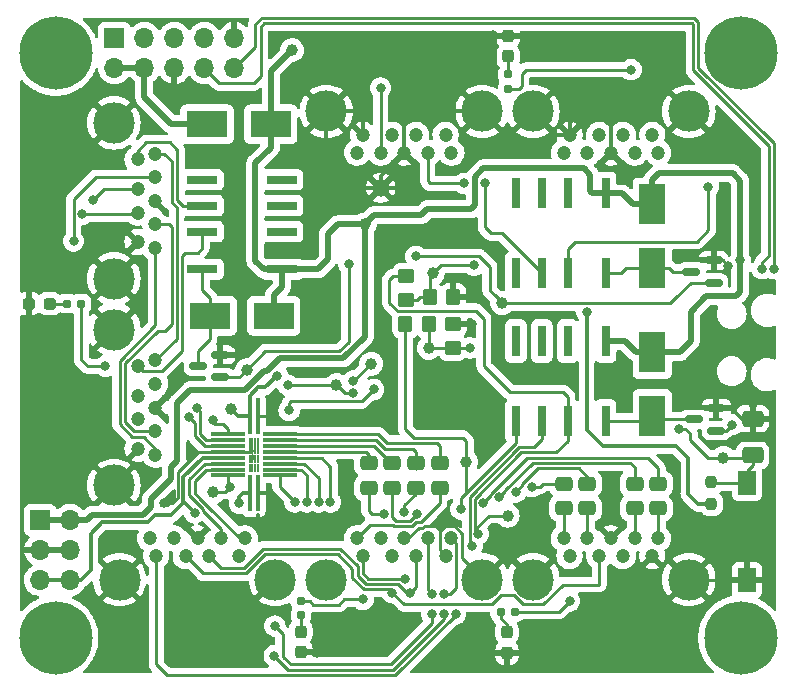
<source format=gtl>
G04 #@! TF.GenerationSoftware,KiCad,Pcbnew,(6.0.2)*
G04 #@! TF.CreationDate,2022-07-10T22:32:38+10:00*
G04 #@! TF.ProjectId,usb_xwitch,7573625f-7877-4697-9463-682e6b696361,0.1*
G04 #@! TF.SameCoordinates,Original*
G04 #@! TF.FileFunction,Copper,L1,Top*
G04 #@! TF.FilePolarity,Positive*
%FSLAX46Y46*%
G04 Gerber Fmt 4.6, Leading zero omitted, Abs format (unit mm)*
G04 Created by KiCad (PCBNEW (6.0.2)) date 2022-07-10 22:32:38*
%MOMM*%
%LPD*%
G01*
G04 APERTURE LIST*
G04 Aperture macros list*
%AMRoundRect*
0 Rectangle with rounded corners*
0 $1 Rounding radius*
0 $2 $3 $4 $5 $6 $7 $8 $9 X,Y pos of 4 corners*
0 Add a 4 corners polygon primitive as box body*
4,1,4,$2,$3,$4,$5,$6,$7,$8,$9,$2,$3,0*
0 Add four circle primitives for the rounded corners*
1,1,$1+$1,$2,$3*
1,1,$1+$1,$4,$5*
1,1,$1+$1,$6,$7*
1,1,$1+$1,$8,$9*
0 Add four rect primitives between the rounded corners*
20,1,$1+$1,$2,$3,$4,$5,0*
20,1,$1+$1,$4,$5,$6,$7,0*
20,1,$1+$1,$6,$7,$8,$9,0*
20,1,$1+$1,$8,$9,$2,$3,0*%
G04 Aperture macros list end*
G04 #@! TA.AperFunction,SMDPad,CuDef*
%ADD10RoundRect,0.250000X-0.350000X-0.450000X0.350000X-0.450000X0.350000X0.450000X-0.350000X0.450000X0*%
G04 #@! TD*
G04 #@! TA.AperFunction,SMDPad,CuDef*
%ADD11C,1.000000*%
G04 #@! TD*
G04 #@! TA.AperFunction,SMDPad,CuDef*
%ADD12R,1.500000X2.000000*%
G04 #@! TD*
G04 #@! TA.AperFunction,ComponentPad*
%ADD13C,1.200000*%
G04 #@! TD*
G04 #@! TA.AperFunction,ComponentPad*
%ADD14C,3.500000*%
G04 #@! TD*
G04 #@! TA.AperFunction,SMDPad,CuDef*
%ADD15R,3.500000X2.300000*%
G04 #@! TD*
G04 #@! TA.AperFunction,SMDPad,CuDef*
%ADD16R,2.300000X3.500000*%
G04 #@! TD*
G04 #@! TA.AperFunction,SMDPad,CuDef*
%ADD17RoundRect,0.160000X0.160000X-0.197500X0.160000X0.197500X-0.160000X0.197500X-0.160000X-0.197500X0*%
G04 #@! TD*
G04 #@! TA.AperFunction,SMDPad,CuDef*
%ADD18RoundRect,0.150000X0.587500X0.150000X-0.587500X0.150000X-0.587500X-0.150000X0.587500X-0.150000X0*%
G04 #@! TD*
G04 #@! TA.AperFunction,SMDPad,CuDef*
%ADD19RoundRect,0.237500X0.237500X-0.250000X0.237500X0.250000X-0.237500X0.250000X-0.237500X-0.250000X0*%
G04 #@! TD*
G04 #@! TA.AperFunction,SMDPad,CuDef*
%ADD20RoundRect,0.250000X-0.475000X0.337500X-0.475000X-0.337500X0.475000X-0.337500X0.475000X0.337500X0*%
G04 #@! TD*
G04 #@! TA.AperFunction,ComponentPad*
%ADD21R,1.700000X1.700000*%
G04 #@! TD*
G04 #@! TA.AperFunction,ComponentPad*
%ADD22O,1.700000X1.700000*%
G04 #@! TD*
G04 #@! TA.AperFunction,SMDPad,CuDef*
%ADD23RoundRect,0.160000X-0.160000X0.197500X-0.160000X-0.197500X0.160000X-0.197500X0.160000X0.197500X0*%
G04 #@! TD*
G04 #@! TA.AperFunction,SMDPad,CuDef*
%ADD24RoundRect,0.250000X-0.650000X0.412500X-0.650000X-0.412500X0.650000X-0.412500X0.650000X0.412500X0*%
G04 #@! TD*
G04 #@! TA.AperFunction,SMDPad,CuDef*
%ADD25R,0.800000X2.660000*%
G04 #@! TD*
G04 #@! TA.AperFunction,SMDPad,CuDef*
%ADD26RoundRect,0.237500X0.237500X-0.287500X0.237500X0.287500X-0.237500X0.287500X-0.237500X-0.287500X0*%
G04 #@! TD*
G04 #@! TA.AperFunction,SMDPad,CuDef*
%ADD27RoundRect,0.160000X0.197500X0.160000X-0.197500X0.160000X-0.197500X-0.160000X0.197500X-0.160000X0*%
G04 #@! TD*
G04 #@! TA.AperFunction,SMDPad,CuDef*
%ADD28RoundRect,0.250000X0.450000X-0.350000X0.450000X0.350000X-0.450000X0.350000X-0.450000X-0.350000X0*%
G04 #@! TD*
G04 #@! TA.AperFunction,SMDPad,CuDef*
%ADD29RoundRect,0.237500X-0.237500X0.287500X-0.237500X-0.287500X0.237500X-0.287500X0.237500X0.287500X0*%
G04 #@! TD*
G04 #@! TA.AperFunction,SMDPad,CuDef*
%ADD30R,0.300000X3.050000*%
G04 #@! TD*
G04 #@! TA.AperFunction,SMDPad,CuDef*
%ADD31R,3.000000X0.300000*%
G04 #@! TD*
G04 #@! TA.AperFunction,SMDPad,CuDef*
%ADD32R,0.225000X0.725000*%
G04 #@! TD*
G04 #@! TA.AperFunction,SMDPad,CuDef*
%ADD33C,1.500000*%
G04 #@! TD*
G04 #@! TA.AperFunction,SMDPad,CuDef*
%ADD34RoundRect,0.237500X-0.287500X-0.237500X0.287500X-0.237500X0.287500X0.237500X-0.287500X0.237500X0*%
G04 #@! TD*
G04 #@! TA.AperFunction,SMDPad,CuDef*
%ADD35RoundRect,0.250000X-0.450000X0.350000X-0.450000X-0.350000X0.450000X-0.350000X0.450000X0.350000X0*%
G04 #@! TD*
G04 #@! TA.AperFunction,SMDPad,CuDef*
%ADD36R,2.660000X0.800000*%
G04 #@! TD*
G04 #@! TA.AperFunction,ViaPad*
%ADD37C,6.200000*%
G04 #@! TD*
G04 #@! TA.AperFunction,ViaPad*
%ADD38C,0.800000*%
G04 #@! TD*
G04 #@! TA.AperFunction,Conductor*
%ADD39C,0.250000*%
G04 #@! TD*
G04 #@! TA.AperFunction,Conductor*
%ADD40C,0.300000*%
G04 #@! TD*
G04 #@! TA.AperFunction,Conductor*
%ADD41C,0.500000*%
G04 #@! TD*
G04 APERTURE END LIST*
D10*
X135150000Y-104150000D03*
X137150000Y-104150000D03*
D11*
X141750000Y-122650000D03*
D12*
X162000000Y-128100000D03*
X162000000Y-119900000D03*
D13*
X154000000Y-90425000D03*
X151500000Y-90425000D03*
X149500000Y-90425000D03*
X147000000Y-90425000D03*
X146500000Y-91925000D03*
X148500000Y-91925000D03*
X150500000Y-91925000D03*
X152500000Y-91925000D03*
X154500000Y-91925000D03*
D14*
X157100000Y-88425000D03*
X143900000Y-88425000D03*
D11*
X135400000Y-102150000D03*
D15*
X121700000Y-89500000D03*
X116300000Y-89500000D03*
D16*
X154000000Y-108800000D03*
X154000000Y-114200000D03*
D17*
X141800000Y-86497500D03*
X141800000Y-85302500D03*
D11*
X118350000Y-113650000D03*
D18*
X159187500Y-102950000D03*
X159187500Y-101050000D03*
X157312500Y-102000000D03*
D11*
X160000000Y-117750000D03*
D19*
X159000000Y-121662500D03*
X159000000Y-119837500D03*
D20*
X130000000Y-118212500D03*
X130000000Y-120287500D03*
X154500000Y-119962500D03*
X154500000Y-122037500D03*
X152500000Y-119962500D03*
X152500000Y-122037500D03*
D21*
X108450000Y-82210000D03*
D22*
X108450000Y-84750000D03*
X110990000Y-82210000D03*
X110990000Y-84750000D03*
X113530000Y-82210000D03*
X113530000Y-84750000D03*
X116070000Y-82210000D03*
X116070000Y-84750000D03*
X118610000Y-82210000D03*
X118610000Y-84750000D03*
D11*
X123500000Y-83250000D03*
D23*
X124250000Y-129902500D03*
X124250000Y-131097500D03*
D13*
X129500000Y-126075000D03*
X132000000Y-126075000D03*
X134000000Y-126075000D03*
X136500000Y-126075000D03*
X137000000Y-124575000D03*
X135000000Y-124575000D03*
X133000000Y-124575000D03*
X131000000Y-124575000D03*
X129000000Y-124575000D03*
D14*
X139600000Y-128075000D03*
X126400000Y-128075000D03*
D15*
X121950000Y-105750000D03*
X116550000Y-105750000D03*
D11*
X129650000Y-98000000D03*
D24*
X162500000Y-114437500D03*
X162500000Y-117562500D03*
D10*
X133100000Y-106450000D03*
X135100000Y-106450000D03*
D25*
X150050000Y-95380000D03*
X146850000Y-95380000D03*
X144650000Y-95380000D03*
X142450000Y-95380000D03*
X142450000Y-102120000D03*
X144650000Y-102120000D03*
X146850000Y-102120000D03*
X150050000Y-102120000D03*
D26*
X124250000Y-134225000D03*
X124250000Y-132475000D03*
D11*
X138250000Y-118100000D03*
D18*
X159437500Y-115450000D03*
X159437500Y-113550000D03*
X157562500Y-114500000D03*
D11*
X119650000Y-110350000D03*
D27*
X142347500Y-130800000D03*
X141152500Y-130800000D03*
D20*
X136000000Y-118212500D03*
X136000000Y-120287500D03*
D28*
X137100000Y-108450000D03*
X137100000Y-106450000D03*
D11*
X116850000Y-120650000D03*
D29*
X141800000Y-82025000D03*
X141800000Y-83775000D03*
D11*
X130200000Y-109800000D03*
D20*
X148500000Y-119962500D03*
X148500000Y-122037500D03*
D13*
X110425000Y-110000000D03*
X110425000Y-112500000D03*
X110425000Y-114500000D03*
X110425000Y-117000000D03*
X111925000Y-117500000D03*
X111925000Y-115500000D03*
X111925000Y-113500000D03*
X111925000Y-111500000D03*
X111925000Y-109500000D03*
D14*
X108425000Y-120100000D03*
X108425000Y-106900000D03*
D16*
X154000000Y-96300000D03*
X154000000Y-101700000D03*
D21*
X102175000Y-123025000D03*
D22*
X104715000Y-123025000D03*
X102175000Y-125565000D03*
X104715000Y-125565000D03*
X102175000Y-128105000D03*
X104715000Y-128105000D03*
D20*
X132000000Y-118212500D03*
X132000000Y-120287500D03*
D30*
X119900000Y-114250000D03*
D31*
X118050000Y-115750000D03*
X118050000Y-116250000D03*
X118050000Y-116750000D03*
X118050000Y-117250000D03*
X118050000Y-117750000D03*
X118050000Y-118250000D03*
X118050000Y-118750000D03*
X118050000Y-119250000D03*
D30*
X119900000Y-120750000D03*
X120600000Y-120750000D03*
D31*
X122450000Y-119250000D03*
X122450000Y-118750000D03*
X122450000Y-118250000D03*
X122450000Y-117750000D03*
X122450000Y-117250000D03*
X122450000Y-116750000D03*
X122450000Y-116250000D03*
X122450000Y-115750000D03*
D32*
X120137500Y-118587500D03*
X119912500Y-116412500D03*
X120137500Y-117862500D03*
X120362500Y-117862500D03*
X119912500Y-117137500D03*
X120587500Y-117137500D03*
X120362500Y-117137500D03*
X120137500Y-117137500D03*
X119912500Y-117862500D03*
X120362500Y-116412500D03*
D30*
X120600000Y-114250000D03*
D32*
X120362500Y-118587500D03*
X120587500Y-116412500D03*
X120137500Y-116412500D03*
X120587500Y-118587500D03*
X120587500Y-117862500D03*
X119912500Y-118587500D03*
D11*
X127250000Y-111600000D03*
D25*
X150050000Y-107880000D03*
X146850000Y-107880000D03*
X144650000Y-107880000D03*
X142450000Y-107880000D03*
X142450000Y-114620000D03*
X144650000Y-114620000D03*
X146850000Y-114620000D03*
X150050000Y-114620000D03*
D11*
X135100000Y-108450000D03*
D33*
X131000000Y-94900000D03*
D34*
X101225000Y-104700000D03*
X102975000Y-104700000D03*
D13*
X147000000Y-126075000D03*
X149500000Y-126075000D03*
X151500000Y-126075000D03*
X154000000Y-126075000D03*
X154500000Y-124575000D03*
X152500000Y-124575000D03*
X150500000Y-124575000D03*
X148500000Y-124575000D03*
X146500000Y-124575000D03*
D14*
X157100000Y-128075000D03*
X143900000Y-128075000D03*
D11*
X141300000Y-104650000D03*
D27*
X105647500Y-104700000D03*
X104452500Y-104700000D03*
D26*
X141700000Y-134275000D03*
X141700000Y-132525000D03*
D20*
X146500000Y-119962500D03*
X146500000Y-122037500D03*
D18*
X117437500Y-110950000D03*
X117437500Y-109050000D03*
X115562500Y-110000000D03*
D13*
X136500000Y-90425000D03*
X134000000Y-90425000D03*
X132000000Y-90425000D03*
X129500000Y-90425000D03*
X129000000Y-91925000D03*
X131000000Y-91925000D03*
X133000000Y-91925000D03*
X135000000Y-91925000D03*
X137000000Y-91925000D03*
D14*
X139600000Y-88425000D03*
X126400000Y-88425000D03*
D13*
X110425000Y-92500000D03*
X110425000Y-95000000D03*
X110425000Y-97000000D03*
X110425000Y-99500000D03*
X111925000Y-100000000D03*
X111925000Y-98000000D03*
X111925000Y-96000000D03*
X111925000Y-94000000D03*
X111925000Y-92000000D03*
D14*
X108425000Y-102600000D03*
X108425000Y-89400000D03*
D35*
X133150000Y-102400000D03*
X133150000Y-104400000D03*
D36*
X122620000Y-101800000D03*
X122620000Y-98600000D03*
X122620000Y-96400000D03*
X122620000Y-94200000D03*
X115880000Y-94200000D03*
X115880000Y-96400000D03*
X115880000Y-98600000D03*
X115880000Y-101800000D03*
D13*
X112000000Y-126075000D03*
X114500000Y-126075000D03*
X116500000Y-126075000D03*
X119000000Y-126075000D03*
X119500000Y-124575000D03*
X117500000Y-124575000D03*
X115500000Y-124575000D03*
X113500000Y-124575000D03*
X111500000Y-124575000D03*
D14*
X122100000Y-128075000D03*
X108900000Y-128075000D03*
D20*
X134000000Y-118212500D03*
X134000000Y-120287500D03*
D37*
X103500000Y-133000000D03*
X161500000Y-133000000D03*
X161500000Y-83500000D03*
X103500000Y-83500000D03*
D38*
X131275500Y-122500000D03*
X136349503Y-130974500D03*
X136349503Y-129300000D03*
X122000000Y-134500000D03*
X135350000Y-130974500D03*
X122050000Y-132000000D03*
X135350000Y-129300000D03*
X134100000Y-122500000D03*
X133000000Y-122387091D03*
X123750000Y-121500000D03*
X139700000Y-121550000D03*
X141050000Y-121100000D03*
X124750000Y-121500000D03*
X142449404Y-120650000D03*
X125750000Y-121500000D03*
X143800000Y-120200000D03*
X126750000Y-121500000D03*
X160400000Y-101500000D03*
X119150000Y-108700000D03*
X133400000Y-95650000D03*
X115750000Y-129100000D03*
X125100000Y-105650000D03*
X162500000Y-113200000D03*
X125600000Y-134250000D03*
X140500000Y-82000000D03*
X139300000Y-104150000D03*
X122100000Y-121500000D03*
X112650000Y-121600000D03*
X137200000Y-113900000D03*
X121700000Y-114250000D03*
X101200000Y-103150000D03*
X143600000Y-134300000D03*
X138700000Y-106450000D03*
X149600000Y-110200000D03*
X130400000Y-111974500D03*
X123250000Y-113750000D03*
X156250000Y-115300000D03*
X131000000Y-86450000D03*
X138069440Y-94530560D03*
X158750000Y-94800000D03*
X152200000Y-84900000D03*
X106650000Y-95950000D03*
X105724500Y-97142990D03*
X105000000Y-99400000D03*
X107700000Y-110000000D03*
X128300000Y-101350000D03*
X161450000Y-101050000D03*
X137349006Y-130974500D03*
X138750000Y-125200000D03*
X132000000Y-129174500D03*
X133500000Y-129200000D03*
X114781028Y-114293570D03*
X115450000Y-113550000D03*
X139250469Y-124200000D03*
X133050000Y-128000000D03*
X129505158Y-129755158D03*
X137801469Y-122100000D03*
X147000000Y-129875500D03*
X139850000Y-94500000D03*
X163300017Y-101750000D03*
X164299520Y-101750000D03*
X148450000Y-105400000D03*
X119050000Y-121600000D03*
X122250000Y-110800000D03*
X115250000Y-122400000D03*
X116850000Y-114550000D03*
X123150000Y-111600000D03*
X128700000Y-112249503D03*
X118250000Y-120250000D03*
X160750000Y-114950000D03*
X128700000Y-111250000D03*
X134000000Y-100700000D03*
X138900000Y-101450000D03*
X138550000Y-108450000D03*
D39*
X129728564Y-117250000D02*
X130000000Y-117521436D01*
X122450000Y-117250000D02*
X129728564Y-117250000D01*
X130000000Y-117521436D02*
X130000000Y-118212500D01*
X136349503Y-131400497D02*
X132050480Y-135699520D01*
X130250000Y-122500000D02*
X130000000Y-122250000D01*
X136349503Y-130974500D02*
X136349503Y-131400497D01*
X137424511Y-124999511D02*
X137000000Y-124575000D01*
X123199520Y-135699520D02*
X122936198Y-135436197D01*
X136900000Y-129300000D02*
X137424511Y-128775489D01*
X122936198Y-135436197D02*
X122000000Y-134500000D01*
X131275500Y-122500000D02*
X130250000Y-122500000D01*
X136349503Y-129300000D02*
X136900000Y-129300000D01*
X130000000Y-122250000D02*
X130000000Y-120287500D01*
X132050480Y-135699520D02*
X123199520Y-135699520D01*
X137424511Y-128775489D02*
X137424511Y-124999511D01*
X130478564Y-116750000D02*
X132000000Y-118271436D01*
X122450000Y-116750000D02*
X130478564Y-116750000D01*
X135350000Y-129300000D02*
X135000000Y-128950000D01*
X132311122Y-123111602D02*
X132000000Y-122800480D01*
X122724511Y-134588793D02*
X122724511Y-132674511D01*
X135350000Y-131750000D02*
X131850000Y-135250000D01*
X135350000Y-130974500D02*
X135350000Y-131750000D01*
X135000000Y-128950000D02*
X135000000Y-124575000D01*
X122724511Y-132674511D02*
X122050000Y-132000000D01*
X123385718Y-135250000D02*
X122724511Y-134588793D01*
X133488398Y-123111602D02*
X132311122Y-123111602D01*
X134100000Y-122500000D02*
X133488398Y-123111602D01*
X132000000Y-122800480D02*
X132000000Y-120787500D01*
X131850000Y-135250000D02*
X123385718Y-135250000D01*
X130614282Y-116250000D02*
X122450000Y-116250000D01*
X131364282Y-117000000D02*
X130614282Y-116250000D01*
X134000000Y-117250000D02*
X133750000Y-117000000D01*
X134000000Y-118712500D02*
X134000000Y-117250000D01*
X133750000Y-117000000D02*
X131364282Y-117000000D01*
X133000000Y-121787500D02*
X134000000Y-120787500D01*
X133000000Y-122387091D02*
X133000000Y-121787500D01*
X136000000Y-116750000D02*
X136000000Y-118212500D01*
X131500000Y-116500000D02*
X135750000Y-116500000D01*
X135750000Y-116500000D02*
X136000000Y-116750000D01*
X130750000Y-115750000D02*
X131500000Y-116500000D01*
X122450000Y-115750000D02*
X130750000Y-115750000D01*
X132013803Y-123450000D02*
X130125000Y-123450000D01*
X130125000Y-123450000D02*
X129000000Y-124575000D01*
X136000000Y-121624614D02*
X134400103Y-123224511D01*
X133674595Y-123561122D02*
X132124925Y-123561122D01*
X132124925Y-123561122D02*
X132013803Y-123450000D01*
X136000000Y-120787500D02*
X136000000Y-121624614D01*
X134011207Y-123224511D02*
X133674595Y-123561122D01*
X134400103Y-123224511D02*
X134011207Y-123224511D01*
X140325489Y-120924511D02*
X140325489Y-120799897D01*
X143374426Y-117750960D02*
X153600960Y-117750960D01*
X140325489Y-120799897D02*
X143374426Y-117750960D01*
X154500000Y-118650000D02*
X154500000Y-119962500D01*
X122450000Y-120200000D02*
X123750000Y-121500000D01*
X122450000Y-119250000D02*
X122450000Y-120200000D01*
X139700000Y-121550000D02*
X140325489Y-120924511D01*
X153600960Y-117750960D02*
X154500000Y-118650000D01*
X154500000Y-122037500D02*
X154500000Y-124575000D01*
X152150480Y-118200480D02*
X152500000Y-118550000D01*
X141550000Y-120524790D02*
X143874310Y-118200480D01*
X143874310Y-118200480D02*
X152150480Y-118200480D01*
X152500000Y-118550000D02*
X152500000Y-119962500D01*
X124249022Y-118750000D02*
X124750000Y-119250978D01*
X141050000Y-121100000D02*
X141550000Y-120600000D01*
X122450000Y-118750000D02*
X124249022Y-118750000D01*
X141550000Y-120600000D02*
X141550000Y-120524790D01*
X124750000Y-119250978D02*
X124750000Y-121500000D01*
X152500000Y-122037500D02*
X152500000Y-124575000D01*
X148500000Y-119350000D02*
X148500000Y-119962500D01*
X147800000Y-118650000D02*
X148500000Y-119350000D01*
X142449404Y-120650000D02*
X142450000Y-120650000D01*
X143000000Y-120100000D02*
X143000000Y-119975386D01*
X124500000Y-118250000D02*
X125750000Y-119500000D01*
X143000000Y-119975386D02*
X144325386Y-118650000D01*
X142450000Y-120650000D02*
X143000000Y-120100000D01*
X122450000Y-118250000D02*
X124500000Y-118250000D01*
X125750000Y-119500000D02*
X125750000Y-121500000D01*
X144325386Y-118650000D02*
X147800000Y-118650000D01*
X148500000Y-122037500D02*
X148500000Y-124575000D01*
X146487500Y-119950000D02*
X146500000Y-119962500D01*
X126750000Y-118500000D02*
X126750000Y-121500000D01*
X122450000Y-117750000D02*
X126000000Y-117750000D01*
X144750000Y-119950000D02*
X146487500Y-119950000D01*
X143800000Y-120200000D02*
X144500000Y-120200000D01*
X126000000Y-117750000D02*
X126750000Y-118500000D01*
X144500000Y-120200000D02*
X144750000Y-119950000D01*
X146500000Y-122037500D02*
X146500000Y-124575000D01*
D40*
X150050000Y-89150000D02*
X147250000Y-89150000D01*
X150500000Y-89600000D02*
X150050000Y-89150000D01*
D39*
X162000000Y-128100000D02*
X157125000Y-128100000D01*
X133000000Y-124575000D02*
X133325000Y-124575000D01*
D40*
X126400000Y-88425000D02*
X126400000Y-93650000D01*
D39*
X162500000Y-114437500D02*
X162500000Y-113200000D01*
X122100000Y-121000000D02*
X122100000Y-121500000D01*
D40*
X147000000Y-90425000D02*
X145900000Y-90425000D01*
D39*
X139600000Y-128075000D02*
X139600000Y-127900000D01*
X157125000Y-128100000D02*
X157100000Y-128075000D01*
X125575000Y-134225000D02*
X125600000Y-134250000D01*
D40*
X126400000Y-93650000D02*
X127650000Y-94900000D01*
D39*
X120600000Y-120750000D02*
X121850000Y-120750000D01*
X136299022Y-123550000D02*
X136399511Y-123650489D01*
D40*
X133000000Y-91925000D02*
X131000000Y-93925000D01*
D39*
X120025000Y-117250000D02*
X120137500Y-117137500D01*
X137100000Y-106450000D02*
X138700000Y-106450000D01*
X136000000Y-125575000D02*
X136500000Y-126075000D01*
X137924511Y-126224511D02*
X137924511Y-124192054D01*
X137150000Y-104150000D02*
X139300000Y-104150000D01*
D40*
X129500000Y-88850000D02*
X129075000Y-88425000D01*
D39*
X141800000Y-82025000D02*
X140525000Y-82025000D01*
D40*
X133000000Y-91925000D02*
X133000000Y-89050000D01*
D39*
X134586300Y-123674031D02*
X134710331Y-123550000D01*
X136500000Y-123550000D02*
X136399511Y-123650489D01*
D40*
X127650000Y-94900000D02*
X131000000Y-94900000D01*
D39*
X121850000Y-120750000D02*
X122100000Y-121000000D01*
X137924511Y-124192054D02*
X137282457Y-123550000D01*
X159950000Y-101050000D02*
X160400000Y-101500000D01*
D40*
X129075000Y-88425000D02*
X126400000Y-88425000D01*
D39*
X124250000Y-134225000D02*
X125575000Y-134225000D01*
X115550000Y-117250000D02*
X118050000Y-117250000D01*
X133325000Y-124575000D02*
X134225969Y-123674031D01*
X118050000Y-117250000D02*
X120025000Y-117250000D01*
D40*
X133000000Y-89050000D02*
X133625000Y-88425000D01*
D39*
X159437500Y-113550000D02*
X160700000Y-113550000D01*
X120137500Y-117538478D02*
X120137500Y-117862500D01*
X113825480Y-118974520D02*
X115550000Y-117250000D01*
X134225969Y-123674031D02*
X134586300Y-123674031D01*
D40*
X131000000Y-93925000D02*
X131000000Y-94900000D01*
D39*
X143575000Y-134275000D02*
X143600000Y-134300000D01*
X112650000Y-121600000D02*
X113350000Y-121600000D01*
X161587500Y-114437500D02*
X162500000Y-114437500D01*
X118800000Y-109050000D02*
X119150000Y-108700000D01*
D40*
X145900000Y-90425000D02*
X143900000Y-88425000D01*
D39*
X136000000Y-124050000D02*
X136000000Y-125575000D01*
D40*
X147000000Y-89400000D02*
X147000000Y-90425000D01*
X129500000Y-90425000D02*
X129500000Y-88850000D01*
D39*
X120600000Y-114250000D02*
X121700000Y-114250000D01*
D40*
X133100000Y-94900000D02*
X131000000Y-94900000D01*
D39*
X141700000Y-134275000D02*
X143575000Y-134275000D01*
X113350000Y-121600000D02*
X113825480Y-121124520D01*
X160700000Y-113550000D02*
X161587500Y-114437500D01*
X117437500Y-109050000D02*
X118800000Y-109050000D01*
X101225000Y-103175000D02*
X101200000Y-103150000D01*
D40*
X133625000Y-88425000D02*
X139600000Y-88425000D01*
D39*
X159187500Y-101050000D02*
X159950000Y-101050000D01*
D40*
X150500000Y-91925000D02*
X150500000Y-89600000D01*
D39*
X134710331Y-123550000D02*
X136299022Y-123550000D01*
X113825480Y-121124520D02*
X113825480Y-118974520D01*
D40*
X133400000Y-95200000D02*
X133100000Y-94900000D01*
X133400000Y-95650000D02*
X133400000Y-95200000D01*
X147250000Y-89150000D02*
X147000000Y-89400000D01*
D39*
X136399511Y-123650489D02*
X136000000Y-124050000D01*
X139600000Y-127900000D02*
X137924511Y-126224511D01*
X140525000Y-82025000D02*
X140500000Y-82000000D01*
X101225000Y-104700000D02*
X101225000Y-103175000D01*
X137282457Y-123550000D02*
X136500000Y-123550000D01*
X123250000Y-113750000D02*
X123250000Y-113150000D01*
X160000000Y-117750000D02*
X162312500Y-117750000D01*
X162000000Y-119900000D02*
X159062500Y-119900000D01*
X162500000Y-118350000D02*
X162000000Y-118850000D01*
X157200000Y-115700000D02*
X156800000Y-115300000D01*
X129400486Y-112974014D02*
X130400000Y-111974500D01*
X160000000Y-117750000D02*
X158700000Y-117750000D01*
X162312500Y-117750000D02*
X162500000Y-117562500D01*
X123425986Y-112974014D02*
X129400486Y-112974014D01*
X159062500Y-119900000D02*
X159000000Y-119837500D01*
X157200000Y-116250000D02*
X157200000Y-115700000D01*
X158700000Y-117750000D02*
X157200000Y-116250000D01*
X162500000Y-117562500D02*
X162500000Y-118350000D01*
X162000000Y-118850000D02*
X162000000Y-119900000D01*
X123250000Y-113150000D02*
X123425986Y-112974014D01*
X156800000Y-115300000D02*
X156250000Y-115300000D01*
D41*
X113250000Y-89500000D02*
X110990000Y-87240000D01*
X116300000Y-89500000D02*
X113250000Y-89500000D01*
X110990000Y-87240000D02*
X110990000Y-84750000D01*
X108450000Y-84750000D02*
X110990000Y-84750000D01*
D39*
X131000000Y-86450000D02*
X131000000Y-91925000D01*
X135000000Y-94350000D02*
X135000000Y-91925000D01*
X135180560Y-94530560D02*
X135000000Y-94350000D01*
X138069440Y-94530560D02*
X135180560Y-94530560D01*
X116550000Y-104200000D02*
X115880000Y-103530000D01*
X116550000Y-107700000D02*
X116550000Y-105750000D01*
X115562500Y-110000000D02*
X115562500Y-108687500D01*
X115562500Y-108687500D02*
X116550000Y-107700000D01*
X115880000Y-103530000D02*
X115880000Y-101800000D01*
X116550000Y-105750000D02*
X116550000Y-104200000D01*
X152200000Y-84900000D02*
X143350000Y-84900000D01*
X158750000Y-98500000D02*
X157800000Y-99450000D01*
X143350000Y-84900000D02*
X142950000Y-85300000D01*
X158750000Y-94800000D02*
X158750000Y-98500000D01*
X142950000Y-86250000D02*
X142702500Y-86497500D01*
X147450000Y-99450000D02*
X146850000Y-100050000D01*
X142702500Y-86497500D02*
X141800000Y-86497500D01*
X142950000Y-85300000D02*
X142950000Y-86250000D01*
X146850000Y-100050000D02*
X146850000Y-102120000D01*
X157800000Y-99450000D02*
X147450000Y-99450000D01*
X115880000Y-96400000D02*
X114250000Y-96400000D01*
X113799520Y-91699520D02*
X113150000Y-91050000D01*
X110425000Y-91775000D02*
X110425000Y-92500000D01*
X111150000Y-91050000D02*
X110425000Y-91775000D01*
X113799520Y-95949520D02*
X113799520Y-91699520D01*
X113150000Y-91050000D02*
X111150000Y-91050000D01*
X114250000Y-96400000D02*
X113799520Y-95949520D01*
X107600000Y-95000000D02*
X110425000Y-95000000D01*
X106650000Y-95950000D02*
X107600000Y-95000000D01*
X110282010Y-97142990D02*
X110425000Y-97000000D01*
X105724500Y-97142990D02*
X110282010Y-97142990D01*
X109982794Y-116016229D02*
X110966229Y-116016229D01*
X111925000Y-116975000D02*
X111925000Y-117500000D01*
X110966229Y-116016229D02*
X111925000Y-116975000D01*
X108900480Y-114933915D02*
X109982794Y-116016229D01*
X108900480Y-109581346D02*
X108900480Y-114933915D01*
X111925000Y-100000000D02*
X111925000Y-106556825D01*
X111925000Y-106556825D02*
X108900480Y-109581346D01*
X111925000Y-98000000D02*
X113100000Y-98000000D01*
X109350000Y-114732457D02*
X110117543Y-115500000D01*
X112117543Y-107000000D02*
X109350000Y-109767543D01*
X110117543Y-115500000D02*
X111925000Y-115500000D01*
X112750000Y-107000000D02*
X112117543Y-107000000D01*
X113100000Y-98000000D02*
X113300000Y-98200000D01*
X113300000Y-98200000D02*
X113300000Y-106450000D01*
X109350000Y-109767543D02*
X109350000Y-114732457D01*
X113300000Y-106450000D02*
X112750000Y-107000000D01*
X105000000Y-95864283D02*
X106864283Y-94000000D01*
X106864283Y-94000000D02*
X111925000Y-94000000D01*
X105000000Y-99400000D02*
X105000000Y-95864283D01*
X113750480Y-96550480D02*
X113350000Y-96150000D01*
X112700000Y-92000000D02*
X111925000Y-92000000D01*
X113350000Y-92650000D02*
X112700000Y-92000000D01*
X113750480Y-107674520D02*
X113750480Y-96550480D01*
X113350000Y-96150000D02*
X113350000Y-92650000D01*
X111925000Y-109500000D02*
X113750480Y-107674520D01*
X105647500Y-109447500D02*
X105647500Y-104700000D01*
X106200000Y-110000000D02*
X105647500Y-109447500D01*
X114200000Y-108683435D02*
X112458924Y-110424511D01*
X106200000Y-110000000D02*
X107700000Y-110000000D01*
X115880000Y-98600000D02*
X115880000Y-100020000D01*
X114450000Y-100400000D02*
X114200000Y-100650000D01*
X114200000Y-100650000D02*
X114200000Y-108683435D01*
X112458924Y-110424511D02*
X110849511Y-110424511D01*
X115880000Y-100020000D02*
X115500000Y-100400000D01*
X115500000Y-100400000D02*
X114450000Y-100400000D01*
X110849511Y-110424511D02*
X110425000Y-110000000D01*
X117437500Y-110950000D02*
X119050000Y-110950000D01*
X119050000Y-110950000D02*
X119650000Y-110350000D01*
X128300000Y-107950000D02*
X128300000Y-101350000D01*
X121250000Y-108750000D02*
X127500000Y-108750000D01*
X127500000Y-108750000D02*
X128300000Y-107950000D01*
X119650000Y-110350000D02*
X121250000Y-108750000D01*
D41*
X129650000Y-107500000D02*
X127825481Y-109324519D01*
X121087506Y-110450000D02*
X119537507Y-112000000D01*
X158550000Y-104100000D02*
X161050000Y-104100000D01*
X126550000Y-98800000D02*
X127350000Y-98000000D01*
X122620000Y-103330000D02*
X122620000Y-101800000D01*
X134950000Y-96700000D02*
X138650000Y-96700000D01*
X110849040Y-122600000D02*
X106550000Y-122600000D01*
X122620000Y-101800000D02*
X125700000Y-101800000D01*
X129650000Y-98000000D02*
X129650000Y-107500000D01*
X121100000Y-101800000D02*
X122620000Y-101800000D01*
X138650000Y-96700000D02*
X139000489Y-96349511D01*
X134449511Y-97200489D02*
X134950000Y-96700000D01*
X161450000Y-103700000D02*
X161450000Y-101050000D01*
X148750000Y-95200000D02*
X148930000Y-95380000D01*
X152600000Y-108800000D02*
X151680000Y-107880000D01*
X152350000Y-96300000D02*
X154000000Y-96300000D01*
X127350000Y-98000000D02*
X129650000Y-98000000D01*
X121350000Y-110450000D02*
X121087506Y-110450000D01*
X121950000Y-105750000D02*
X121950000Y-104000000D01*
X106550000Y-122600000D02*
X106125000Y-123025000D01*
X111550000Y-121250000D02*
X111550000Y-121900000D01*
X126550000Y-100950000D02*
X126550000Y-98800000D01*
X114900000Y-112000000D02*
X113800000Y-113100000D01*
X148930000Y-95380000D02*
X150050000Y-95380000D01*
X160800000Y-93650000D02*
X161450000Y-94300000D01*
X119537507Y-112000000D02*
X114900000Y-112000000D01*
X110849520Y-122600480D02*
X110849040Y-122600000D01*
X157250000Y-105400000D02*
X158550000Y-104100000D01*
X121700000Y-85050000D02*
X121700000Y-89500000D01*
X154000000Y-108800000D02*
X156350000Y-108800000D01*
X157250000Y-107900000D02*
X157250000Y-105400000D01*
X113250000Y-119550000D02*
X111550000Y-121250000D01*
X148200000Y-93250000D02*
X148750000Y-93800000D01*
X122475481Y-109324519D02*
X121350000Y-110450000D01*
X113250000Y-118550000D02*
X113250000Y-119550000D01*
X161050000Y-104100000D02*
X161450000Y-103700000D01*
X156350000Y-108800000D02*
X157250000Y-107900000D01*
X104715000Y-123025000D02*
X102175000Y-123025000D01*
X121700000Y-89500000D02*
X121700000Y-91500000D01*
X150050000Y-95380000D02*
X151430000Y-95380000D01*
X130449511Y-97200489D02*
X134449511Y-97200489D01*
X139000489Y-96349511D02*
X139000489Y-93949511D01*
X129650000Y-98000000D02*
X130449511Y-97200489D01*
X120400000Y-92800000D02*
X120400000Y-101100000D01*
X151680000Y-107880000D02*
X150050000Y-107880000D01*
X154000000Y-94200000D02*
X154550000Y-93650000D01*
X111550000Y-121900000D02*
X110849520Y-122600480D01*
X113800000Y-118000000D02*
X113250000Y-118550000D01*
X161450000Y-94300000D02*
X161450000Y-101050000D01*
X139000489Y-93949511D02*
X139700000Y-93250000D01*
X148750000Y-93800000D02*
X148750000Y-95200000D01*
X113800000Y-113100000D02*
X113800000Y-118000000D01*
X120400000Y-101100000D02*
X121100000Y-101800000D01*
X139700000Y-93250000D02*
X148200000Y-93250000D01*
X154550000Y-93650000D02*
X160800000Y-93650000D01*
X154000000Y-108800000D02*
X152600000Y-108800000D01*
X106125000Y-123025000D02*
X104715000Y-123025000D01*
X125700000Y-101800000D02*
X126550000Y-100950000D01*
X151430000Y-95380000D02*
X152350000Y-96300000D01*
X121700000Y-91500000D02*
X120400000Y-92800000D01*
X121950000Y-104000000D02*
X122620000Y-103330000D01*
X123500000Y-83250000D02*
X121700000Y-85050000D01*
X154000000Y-96300000D02*
X154000000Y-94200000D01*
X127825481Y-109324519D02*
X122475481Y-109324519D01*
D39*
X154300000Y-114500000D02*
X154000000Y-114200000D01*
X157562500Y-114500000D02*
X154300000Y-114500000D01*
X153580000Y-114620000D02*
X154000000Y-114200000D01*
X150050000Y-114620000D02*
X153580000Y-114620000D01*
X151800000Y-101700000D02*
X154000000Y-101700000D01*
X150050000Y-102120000D02*
X151380000Y-102120000D01*
X151380000Y-102120000D02*
X151800000Y-101700000D01*
X155450000Y-101700000D02*
X155750000Y-102000000D01*
X154000000Y-101700000D02*
X155450000Y-101700000D01*
X155750000Y-102000000D02*
X157312500Y-102000000D01*
X124250000Y-131097500D02*
X124250000Y-132475000D01*
X141152500Y-130800000D02*
X141152500Y-131352500D01*
X141700000Y-131900000D02*
X141700000Y-132525000D01*
X141152500Y-131352500D02*
X141700000Y-131900000D01*
X141800000Y-85302500D02*
X141800000Y-83775000D01*
X104452500Y-104700000D02*
X102975000Y-104700000D01*
X138525969Y-124975969D02*
X138525969Y-121063700D01*
X112899040Y-136149040D02*
X112000000Y-135250000D01*
X144650000Y-116184282D02*
X144650000Y-114620000D01*
X112000000Y-135250000D02*
X112000000Y-126075000D01*
X138750000Y-125200000D02*
X138525969Y-124975969D01*
X137349006Y-131036711D02*
X132236677Y-136149040D01*
X138525969Y-121063700D02*
X142747528Y-116842141D01*
X137349006Y-130974500D02*
X137349006Y-131036711D01*
X142747528Y-116842141D02*
X143992141Y-116842141D01*
X132236677Y-136149040D02*
X112899040Y-136149040D01*
X143992141Y-116842141D02*
X144650000Y-116184282D01*
X119586197Y-127549520D02*
X121236198Y-125899520D01*
X149500000Y-128500000D02*
X149500000Y-126075000D01*
X127349520Y-125899520D02*
X128600960Y-127150960D01*
X132975011Y-130149511D02*
X140459292Y-130149511D01*
X128600960Y-127922396D02*
X129578085Y-128899520D01*
X143040708Y-130149511D02*
X144759292Y-130149511D01*
X115974520Y-127549520D02*
X119586197Y-127549520D01*
X146408803Y-128500000D02*
X149500000Y-128500000D01*
X114500000Y-126075000D02*
X115974520Y-127549520D01*
X144759292Y-130149511D02*
X146408803Y-128500000D01*
X121236198Y-125899520D02*
X127349520Y-125899520D01*
X131725020Y-128899520D02*
X132000000Y-129174500D01*
X140459292Y-130149511D02*
X141208803Y-129400000D01*
X142291197Y-129400000D02*
X143040708Y-130149511D01*
X141208803Y-129400000D02*
X142291197Y-129400000D01*
X129578085Y-128899520D02*
X131725020Y-128899520D01*
X128600960Y-127150960D02*
X128600960Y-127922396D01*
X132000000Y-129174500D02*
X132975011Y-130149511D01*
X133500000Y-129200000D02*
X134000000Y-128700000D01*
X117525000Y-127100000D02*
X119400000Y-127100000D01*
X132475386Y-128450000D02*
X133225386Y-129200000D01*
X133225386Y-129200000D02*
X133500000Y-129200000D01*
X121050000Y-125450000D02*
X127550000Y-125450000D01*
X119400000Y-127100000D02*
X121050000Y-125450000D01*
X129050480Y-126950480D02*
X129050480Y-127736198D01*
X127550000Y-125450000D02*
X129050480Y-126950480D01*
X129050480Y-127736198D02*
X129764282Y-128450000D01*
X116500000Y-126075000D02*
X117525000Y-127100000D01*
X134000000Y-128700000D02*
X134000000Y-126075000D01*
X129764282Y-128450000D02*
X132475386Y-128450000D01*
X119075000Y-124575000D02*
X119500000Y-124575000D01*
X116250978Y-118750000D02*
X115250000Y-119750978D01*
X115736301Y-121225969D02*
X116424031Y-121913699D01*
X116424031Y-121924031D02*
X119075000Y-124575000D01*
X118050000Y-118750000D02*
X116250978Y-118750000D01*
X115250000Y-119750978D02*
X115250000Y-120750000D01*
X116424031Y-121913699D02*
X116424031Y-121924031D01*
X115725969Y-121225969D02*
X115736301Y-121225969D01*
X115250000Y-120750000D02*
X115725969Y-121225969D01*
X114800480Y-120936197D02*
X114800480Y-119564780D01*
X116115260Y-118250000D02*
X118050000Y-118250000D01*
X114800480Y-119564780D02*
X116115260Y-118250000D01*
X115539771Y-121675489D02*
X114800480Y-120936197D01*
X115974511Y-122224511D02*
X115974511Y-122099897D01*
X115550103Y-121675489D02*
X115539771Y-121675489D01*
X117500000Y-124575000D02*
X117500000Y-123750000D01*
X117500000Y-123750000D02*
X115974511Y-122224511D01*
X115974511Y-122099897D02*
X115550103Y-121675489D01*
X115300480Y-115935219D02*
X116115261Y-116750000D01*
X116115261Y-116750000D02*
X118050000Y-116750000D01*
X114781028Y-114293570D02*
X115300480Y-114813022D01*
X115300480Y-114813022D02*
X115300480Y-115935219D01*
X115750000Y-115749022D02*
X116250978Y-116250000D01*
X116250978Y-116250000D02*
X118050000Y-116250000D01*
X115750000Y-113850000D02*
X115750000Y-115749022D01*
X115450000Y-113550000D02*
X115750000Y-113850000D01*
X139250469Y-124200000D02*
X138975489Y-123925020D01*
X129500000Y-127550000D02*
X129950000Y-128000000D01*
X140150000Y-122650000D02*
X141750000Y-122650000D01*
X131750000Y-102700000D02*
X131750000Y-104612493D01*
X129500000Y-126075000D02*
X129500000Y-127550000D01*
X129505158Y-129755158D02*
X127894842Y-129755158D01*
X125002500Y-129902500D02*
X124250000Y-129902500D01*
X141950000Y-112200000D02*
X146450000Y-112200000D01*
X132050000Y-102400000D02*
X131750000Y-102700000D01*
X129950000Y-128000000D02*
X133050000Y-128000000D01*
X138975489Y-121249897D02*
X142925386Y-117300000D01*
X146450000Y-112200000D02*
X146850000Y-112600000D01*
X138975489Y-123925020D02*
X138975489Y-123824511D01*
X139750000Y-110000000D02*
X141950000Y-112200000D01*
X146850000Y-116300000D02*
X146850000Y-114620000D01*
X125300000Y-130200000D02*
X125002500Y-129902500D01*
X139750000Y-106000000D02*
X139750000Y-110000000D01*
X142925386Y-117300000D02*
X145850000Y-117300000D01*
X127894842Y-129755158D02*
X127450000Y-130200000D01*
X138975489Y-123824511D02*
X138975489Y-121249897D01*
X139074520Y-105324520D02*
X139750000Y-106000000D01*
X133150000Y-102400000D02*
X132050000Y-102400000D01*
X132462027Y-105324520D02*
X139074520Y-105324520D01*
X127450000Y-130200000D02*
X125300000Y-130200000D01*
X145850000Y-117300000D02*
X146850000Y-116300000D01*
X131750000Y-104612493D02*
X132462027Y-105324520D01*
X146850000Y-112600000D02*
X146850000Y-114620000D01*
X138975489Y-123824511D02*
X140150000Y-122650000D01*
X142450000Y-116503951D02*
X138301975Y-120651975D01*
X138250000Y-116350000D02*
X137950000Y-116050000D01*
X133100000Y-115300000D02*
X133100000Y-106450000D01*
X146075500Y-130800000D02*
X142347500Y-130800000D01*
X138250000Y-120600000D02*
X138301975Y-120651975D01*
X137950000Y-116050000D02*
X133850000Y-116050000D01*
X138250000Y-118100000D02*
X138250000Y-120600000D01*
X138301975Y-120651975D02*
X137801469Y-121152480D01*
X138250000Y-118100000D02*
X138250000Y-116350000D01*
X137801469Y-121152480D02*
X137801469Y-122100000D01*
X133850000Y-116050000D02*
X133100000Y-115300000D01*
X142450000Y-114620000D02*
X142450000Y-116503951D01*
X147000000Y-129875500D02*
X146075500Y-130800000D01*
X139850000Y-94500000D02*
X139850000Y-98250000D01*
X140350000Y-98750000D02*
X141280000Y-98750000D01*
X139850000Y-98250000D02*
X140350000Y-98750000D01*
X141280000Y-98750000D02*
X144650000Y-102120000D01*
X116070000Y-84770000D02*
X116070000Y-84750000D01*
X163300017Y-101750000D02*
X163300017Y-101199983D01*
X121150480Y-80949520D02*
X120850000Y-81250000D01*
X163850000Y-100650000D02*
X163850000Y-91328709D01*
X157450480Y-84929188D02*
X157450480Y-81036198D01*
X120850000Y-81250000D02*
X120850000Y-85450000D01*
X117350000Y-86050000D02*
X116070000Y-84770000D01*
X157363802Y-80949520D02*
X121150480Y-80949520D01*
X120850000Y-85450000D02*
X120250000Y-86050000D01*
X120250000Y-86050000D02*
X117350000Y-86050000D01*
X163300017Y-101199983D02*
X163850000Y-100650000D01*
X163850000Y-91328709D02*
X157450480Y-84929188D01*
X157450480Y-81036198D02*
X157363802Y-80949520D01*
X164299520Y-101750000D02*
X164299520Y-91142511D01*
X120964282Y-80500000D02*
X120400000Y-81064282D01*
X157550000Y-80500000D02*
X120964282Y-80500000D01*
X164299520Y-91142511D02*
X164036197Y-90879189D01*
X157900000Y-80850000D02*
X157550000Y-80500000D01*
X120400000Y-82960000D02*
X118610000Y-84750000D01*
X120400000Y-81064282D02*
X120400000Y-82960000D01*
X157900000Y-84742990D02*
X157900000Y-80850000D01*
X164036197Y-90879189D02*
X157900000Y-84742990D01*
D40*
X122250000Y-110800000D02*
X121250000Y-111800000D01*
X120650000Y-111800000D02*
X119900000Y-112550000D01*
X105645000Y-128105000D02*
X104715000Y-128105000D01*
X157400000Y-121150000D02*
X157050000Y-120800000D01*
X121250000Y-111800000D02*
X120650000Y-111800000D01*
X119900000Y-120750000D02*
X119350000Y-120750000D01*
X114300000Y-121443830D02*
X114350960Y-121494790D01*
X111300000Y-123200000D02*
X107450000Y-123200000D01*
X111900000Y-122600000D02*
X111300000Y-123200000D01*
X148450000Y-115399022D02*
X148450000Y-105400000D01*
X114350960Y-121494790D02*
X113245750Y-122600000D01*
X106450000Y-127300000D02*
X105645000Y-128105000D01*
X157050000Y-120800000D02*
X157050000Y-118200000D01*
X159000000Y-121662500D02*
X157912500Y-121662500D01*
X104715000Y-128105000D02*
X102175000Y-128105000D01*
X119050000Y-121050000D02*
X119050000Y-121600000D01*
X119900000Y-114250000D02*
X118949999Y-114249999D01*
X157912500Y-121662500D02*
X157400000Y-121150000D01*
X149800978Y-116750000D02*
X148450000Y-115399022D01*
X107450000Y-123200000D02*
X106450000Y-124200000D01*
X119350000Y-120750000D02*
X119050000Y-121050000D01*
D39*
X114350960Y-121494790D02*
X114350960Y-121500960D01*
D40*
X106450000Y-124200000D02*
X106450000Y-127300000D01*
X114300000Y-119394188D02*
X114300000Y-121443830D01*
X115944188Y-117750000D02*
X114300000Y-119394188D01*
X118050000Y-117750000D02*
X115944188Y-117750000D01*
X156250000Y-117000000D02*
X156000000Y-116750000D01*
X119900000Y-112550000D02*
X119900000Y-114250000D01*
X113245750Y-122600000D02*
X111900000Y-122600000D01*
X114350960Y-121500960D02*
X115250000Y-122400000D01*
X154450000Y-116750000D02*
X149800978Y-116750000D01*
X157050000Y-117800000D02*
X156250000Y-117000000D01*
X156000000Y-116750000D02*
X154450000Y-116750000D01*
X118949999Y-114249999D02*
X118350000Y-113650000D01*
X157050000Y-118200000D02*
X157050000Y-117800000D01*
D39*
X116850000Y-114750000D02*
X116850000Y-114550000D01*
X117700000Y-114950000D02*
X117650000Y-114900000D01*
X117000000Y-114900000D02*
X116850000Y-114750000D01*
X117650000Y-114900000D02*
X117050000Y-114900000D01*
X127300000Y-111600000D02*
X123150000Y-111600000D01*
X118050000Y-115300000D02*
X117700000Y-114950000D01*
X117050000Y-114900000D02*
X117000000Y-114900000D01*
X118050000Y-115750000D02*
X118050000Y-115300000D01*
X127949503Y-112249503D02*
X127300000Y-111600000D01*
X128700000Y-112249503D02*
X127949503Y-112249503D01*
X118050000Y-119250000D02*
X118050000Y-120050000D01*
X118050000Y-120050000D02*
X118250000Y-120250000D01*
X118250000Y-120250000D02*
X117850000Y-120650000D01*
X117850000Y-120650000D02*
X116850000Y-120650000D01*
X159437500Y-115450000D02*
X160250000Y-115450000D01*
X160250000Y-115450000D02*
X160750000Y-114950000D01*
X130200000Y-109800000D02*
X130150000Y-109800000D01*
X130150000Y-109800000D02*
X128700000Y-111250000D01*
X140250000Y-103600000D02*
X140250000Y-101600000D01*
X140250000Y-101600000D02*
X139350000Y-100700000D01*
X156050000Y-104150000D02*
X155524511Y-104675489D01*
X159187500Y-102950000D02*
X157250000Y-102950000D01*
X140650000Y-104000000D02*
X140250000Y-103600000D01*
X155524511Y-104675489D02*
X141325489Y-104675489D01*
X157250000Y-102950000D02*
X156050000Y-104150000D01*
X139350000Y-100700000D02*
X134000000Y-100700000D01*
X141325489Y-104675489D02*
X140650000Y-104000000D01*
X134100000Y-104400000D02*
X134350000Y-104150000D01*
X133150000Y-104400000D02*
X134100000Y-104400000D01*
X135400000Y-102150000D02*
X136100000Y-101450000D01*
X135150000Y-104150000D02*
X135150000Y-102400000D01*
X135150000Y-102400000D02*
X135400000Y-102150000D01*
X136100000Y-101450000D02*
X136650000Y-101450000D01*
X136650000Y-101450000D02*
X138900000Y-101450000D01*
X134350000Y-104150000D02*
X135150000Y-104150000D01*
X135100000Y-108450000D02*
X137100000Y-108450000D01*
X138550000Y-108450000D02*
X137100000Y-108450000D01*
X135100000Y-106450000D02*
X135100000Y-108450000D01*
G04 #@! TA.AperFunction,Conductor*
G36*
X110483774Y-123878502D02*
G01*
X110530267Y-123932158D01*
X110540371Y-124002432D01*
X110527162Y-124043167D01*
X110471492Y-124148978D01*
X110411078Y-124343543D01*
X110387132Y-124545859D01*
X110400457Y-124749151D01*
X110450605Y-124946610D01*
X110535898Y-125131624D01*
X110653479Y-125297997D01*
X110657613Y-125302024D01*
X110741112Y-125383365D01*
X110799410Y-125440157D01*
X110804210Y-125443364D01*
X110917391Y-125518990D01*
X110962919Y-125573467D01*
X110971766Y-125643910D01*
X110967722Y-125661119D01*
X110923082Y-125804885D01*
X110911078Y-125843543D01*
X110887132Y-126045859D01*
X110900457Y-126249151D01*
X110950605Y-126446610D01*
X111035898Y-126631624D01*
X111153479Y-126797997D01*
X111299410Y-126940157D01*
X111304207Y-126943363D01*
X111304208Y-126943363D01*
X111305291Y-126944086D01*
X111310500Y-126947567D01*
X111356028Y-127002042D01*
X111366500Y-127052333D01*
X111366500Y-127621507D01*
X111346498Y-127689628D01*
X111292842Y-127736121D01*
X111222568Y-127746225D01*
X111157988Y-127716731D01*
X111119604Y-127657005D01*
X111116921Y-127646089D01*
X111086546Y-127493383D01*
X111084412Y-127485420D01*
X110991922Y-127212953D01*
X110988772Y-127205349D01*
X110861508Y-126947282D01*
X110857387Y-126940145D01*
X110697530Y-126700901D01*
X110692512Y-126694361D01*
X110679853Y-126679926D01*
X110666614Y-126671528D01*
X110656849Y-126677362D01*
X109272020Y-128062190D01*
X109264408Y-128076131D01*
X109264539Y-128077966D01*
X109268790Y-128084580D01*
X110655095Y-129470884D01*
X110668856Y-129478399D01*
X110678216Y-129471941D01*
X110692512Y-129455639D01*
X110697530Y-129449099D01*
X110857387Y-129209855D01*
X110861508Y-129202718D01*
X110988772Y-128944651D01*
X110991922Y-128937047D01*
X111084412Y-128664580D01*
X111086546Y-128656617D01*
X111116921Y-128503911D01*
X111149829Y-128441002D01*
X111211524Y-128405870D01*
X111282419Y-128409670D01*
X111340005Y-128451196D01*
X111365999Y-128517263D01*
X111366500Y-128528493D01*
X111366500Y-135171233D01*
X111365973Y-135182416D01*
X111364298Y-135189909D01*
X111364547Y-135197835D01*
X111364547Y-135197836D01*
X111366438Y-135257986D01*
X111366500Y-135261945D01*
X111366500Y-135289856D01*
X111366997Y-135293790D01*
X111366997Y-135293791D01*
X111367005Y-135293856D01*
X111367938Y-135305693D01*
X111369327Y-135349889D01*
X111374978Y-135369339D01*
X111378987Y-135388700D01*
X111381526Y-135408797D01*
X111384445Y-135416168D01*
X111384445Y-135416170D01*
X111397804Y-135449912D01*
X111401649Y-135461142D01*
X111413982Y-135503593D01*
X111418015Y-135510412D01*
X111418017Y-135510417D01*
X111424293Y-135521028D01*
X111432988Y-135538776D01*
X111440448Y-135557617D01*
X111445110Y-135564033D01*
X111445110Y-135564034D01*
X111466436Y-135593387D01*
X111472952Y-135603307D01*
X111495458Y-135641362D01*
X111509779Y-135655683D01*
X111522619Y-135670716D01*
X111534528Y-135687107D01*
X111540634Y-135692158D01*
X111568605Y-135715298D01*
X111577384Y-135723288D01*
X111631001Y-135776905D01*
X111665027Y-135839217D01*
X111659962Y-135910032D01*
X111617415Y-135966868D01*
X111550895Y-135991679D01*
X111541906Y-135992000D01*
X105894963Y-135992000D01*
X105826842Y-135971998D01*
X105780349Y-135918342D01*
X105770245Y-135848068D01*
X105799739Y-135783488D01*
X105815665Y-135768083D01*
X105917871Y-135685318D01*
X106185318Y-135417871D01*
X106423344Y-135123934D01*
X106577901Y-134885937D01*
X106627543Y-134809495D01*
X106627545Y-134809492D01*
X106629341Y-134806726D01*
X106672902Y-134721234D01*
X106799555Y-134472663D01*
X106801053Y-134469723D01*
X106929645Y-134134729D01*
X106935411Y-134119708D01*
X106935412Y-134119706D01*
X106936597Y-134116618D01*
X107034489Y-133751279D01*
X107074651Y-133497707D01*
X107093143Y-133380957D01*
X107093144Y-133380949D01*
X107093657Y-133377709D01*
X107113452Y-133000000D01*
X107093657Y-132622291D01*
X107080140Y-132536944D01*
X107049377Y-132342721D01*
X107034489Y-132248721D01*
X106936597Y-131883382D01*
X106929100Y-131863850D01*
X106836962Y-131623823D01*
X106801053Y-131530277D01*
X106761277Y-131452213D01*
X106630840Y-131196215D01*
X106630836Y-131196208D01*
X106629341Y-131193274D01*
X106561689Y-131089098D01*
X106425146Y-130878841D01*
X106423344Y-130876066D01*
X106185318Y-130582129D01*
X105917871Y-130314682D01*
X105623934Y-130076656D01*
X105324290Y-129882065D01*
X105309495Y-129872457D01*
X105309492Y-129872455D01*
X105306726Y-129870659D01*
X105303792Y-129869164D01*
X105303785Y-129869160D01*
X105254123Y-129843856D01*
X107496601Y-129843856D01*
X107503059Y-129853216D01*
X107519360Y-129867511D01*
X107525901Y-129872530D01*
X107765144Y-130032387D01*
X107772281Y-130036508D01*
X108030349Y-130163772D01*
X108037953Y-130166922D01*
X108310420Y-130259412D01*
X108318383Y-130261546D01*
X108600600Y-130317683D01*
X108608751Y-130318756D01*
X108895881Y-130337575D01*
X108904119Y-130337575D01*
X109191249Y-130318756D01*
X109199400Y-130317683D01*
X109481617Y-130261546D01*
X109489580Y-130259412D01*
X109762047Y-130166922D01*
X109769651Y-130163772D01*
X110027719Y-130036508D01*
X110034856Y-130032387D01*
X110274099Y-129872530D01*
X110280640Y-129867511D01*
X110295074Y-129854853D01*
X110303472Y-129841614D01*
X110297638Y-129831849D01*
X108912810Y-128447020D01*
X108898869Y-128439408D01*
X108897034Y-128439539D01*
X108890420Y-128443790D01*
X107504116Y-129830095D01*
X107496601Y-129843856D01*
X105254123Y-129843856D01*
X104972663Y-129700445D01*
X104969723Y-129698947D01*
X104934511Y-129685431D01*
X104878084Y-129642346D01*
X104853907Y-129575593D01*
X104869658Y-129506365D01*
X104920335Y-129456643D01*
X104963655Y-129442821D01*
X104993290Y-129439025D01*
X104993294Y-129439024D01*
X104998416Y-129438368D01*
X105003366Y-129436883D01*
X105207429Y-129375661D01*
X105207434Y-129375659D01*
X105212384Y-129374174D01*
X105412994Y-129275896D01*
X105594860Y-129146173D01*
X105605280Y-129135790D01*
X105749435Y-128992137D01*
X105753096Y-128988489D01*
X105761128Y-128977312D01*
X105880435Y-128811277D01*
X105883453Y-128807077D01*
X105918076Y-128737023D01*
X105965426Y-128687558D01*
X105964756Y-128686635D01*
X105969857Y-128682929D01*
X105971163Y-128681980D01*
X105971165Y-128681979D01*
X106002126Y-128659484D01*
X106012048Y-128652967D01*
X106044977Y-128633493D01*
X106044981Y-128633490D01*
X106051807Y-128629453D01*
X106066971Y-128614289D01*
X106082005Y-128601448D01*
X106092943Y-128593501D01*
X106099357Y-128588841D01*
X106128803Y-128553247D01*
X106136792Y-128544468D01*
X106438617Y-128242643D01*
X106500929Y-128208617D01*
X106571744Y-128213682D01*
X106628580Y-128256229D01*
X106653442Y-128323496D01*
X106656245Y-128366249D01*
X106657317Y-128374400D01*
X106713454Y-128656617D01*
X106715588Y-128664580D01*
X106808078Y-128937047D01*
X106811228Y-128944651D01*
X106938492Y-129202718D01*
X106942613Y-129209855D01*
X107102470Y-129449099D01*
X107107488Y-129455639D01*
X107120147Y-129470074D01*
X107133386Y-129478472D01*
X107143151Y-129472638D01*
X108527980Y-128087810D01*
X108535592Y-128073869D01*
X108535461Y-128072034D01*
X108531210Y-128065420D01*
X107145405Y-126679616D01*
X107111380Y-126617304D01*
X107108500Y-126590521D01*
X107108500Y-126308386D01*
X107496528Y-126308386D01*
X107502362Y-126318151D01*
X108887190Y-127702980D01*
X108901131Y-127710592D01*
X108902966Y-127710461D01*
X108909580Y-127706210D01*
X110295884Y-126319905D01*
X110303399Y-126306144D01*
X110296941Y-126296784D01*
X110280639Y-126282488D01*
X110274099Y-126277470D01*
X110034856Y-126117613D01*
X110027719Y-126113492D01*
X109769651Y-125986228D01*
X109762047Y-125983078D01*
X109489580Y-125890588D01*
X109481617Y-125888454D01*
X109199400Y-125832317D01*
X109191249Y-125831244D01*
X108904119Y-125812425D01*
X108895881Y-125812425D01*
X108608751Y-125831244D01*
X108600600Y-125832317D01*
X108318383Y-125888454D01*
X108310420Y-125890588D01*
X108037953Y-125983078D01*
X108030349Y-125986228D01*
X107772282Y-126113492D01*
X107765145Y-126117613D01*
X107525901Y-126277470D01*
X107519361Y-126282488D01*
X107504926Y-126295147D01*
X107496528Y-126308386D01*
X107108500Y-126308386D01*
X107108500Y-124524950D01*
X107128502Y-124456829D01*
X107145405Y-124435855D01*
X107685855Y-123895405D01*
X107748167Y-123861379D01*
X107774950Y-123858500D01*
X110415653Y-123858500D01*
X110483774Y-123878502D01*
G37*
G04 #@! TD.AperFunction*
G04 #@! TA.AperFunction,Conductor*
G36*
X162417012Y-102030931D02*
G01*
X162454333Y-102087217D01*
X162465490Y-102121556D01*
X162560977Y-102286944D01*
X162565395Y-102291851D01*
X162565396Y-102291852D01*
X162684342Y-102423955D01*
X162688764Y-102428866D01*
X162757520Y-102478820D01*
X162835336Y-102535357D01*
X162843265Y-102541118D01*
X162849293Y-102543802D01*
X162849295Y-102543803D01*
X163011696Y-102616108D01*
X163017729Y-102618794D01*
X163107535Y-102637883D01*
X163198073Y-102657128D01*
X163198078Y-102657128D01*
X163204530Y-102658500D01*
X163395504Y-102658500D01*
X163401956Y-102657128D01*
X163401961Y-102657128D01*
X163492499Y-102637883D01*
X163582305Y-102618794D01*
X163588332Y-102616111D01*
X163588340Y-102616108D01*
X163748521Y-102544791D01*
X163818888Y-102535357D01*
X163851017Y-102544791D01*
X163889892Y-102562099D01*
X164003792Y-102612810D01*
X164017232Y-102618794D01*
X164107038Y-102637883D01*
X164197576Y-102657128D01*
X164197581Y-102657128D01*
X164204033Y-102658500D01*
X164366000Y-102658500D01*
X164434121Y-102678502D01*
X164480614Y-102732158D01*
X164492000Y-102784500D01*
X164492000Y-103865185D01*
X164471998Y-103933306D01*
X164418342Y-103979799D01*
X164348068Y-103989903D01*
X164323940Y-103983958D01*
X164115903Y-103910288D01*
X164115899Y-103910287D01*
X164111028Y-103908562D01*
X164105935Y-103907655D01*
X164105932Y-103907654D01*
X163888095Y-103868851D01*
X163888089Y-103868850D01*
X163883006Y-103867945D01*
X163810096Y-103867054D01*
X163656581Y-103865179D01*
X163656579Y-103865179D01*
X163651411Y-103865116D01*
X163422464Y-103900150D01*
X163202314Y-103972106D01*
X163197726Y-103974494D01*
X163197722Y-103974496D01*
X163003386Y-104075661D01*
X162996872Y-104079052D01*
X162992739Y-104082155D01*
X162992736Y-104082157D01*
X162821512Y-104210716D01*
X162811655Y-104218117D01*
X162768906Y-104262851D01*
X162657097Y-104379853D01*
X162651639Y-104385564D01*
X162648725Y-104389836D01*
X162648724Y-104389837D01*
X162625464Y-104423935D01*
X162521119Y-104576899D01*
X162423602Y-104786981D01*
X162361707Y-105010169D01*
X162337095Y-105240469D01*
X162337392Y-105245622D01*
X162337392Y-105245625D01*
X162348626Y-105440461D01*
X162350427Y-105471697D01*
X162351564Y-105476743D01*
X162351565Y-105476749D01*
X162381288Y-105608638D01*
X162401346Y-105697642D01*
X162403288Y-105702424D01*
X162403289Y-105702428D01*
X162480466Y-105892492D01*
X162488484Y-105912237D01*
X162609501Y-106109719D01*
X162761147Y-106284784D01*
X162939349Y-106432730D01*
X163139322Y-106549584D01*
X163355694Y-106632209D01*
X163360760Y-106633240D01*
X163360761Y-106633240D01*
X163410154Y-106643289D01*
X163582656Y-106678385D01*
X163713324Y-106683176D01*
X163808949Y-106686683D01*
X163808953Y-106686683D01*
X163814113Y-106686872D01*
X163819233Y-106686216D01*
X163819235Y-106686216D01*
X163892270Y-106676860D01*
X164043847Y-106657442D01*
X164048795Y-106655957D01*
X164048802Y-106655956D01*
X164260747Y-106592369D01*
X164265690Y-106590886D01*
X164270323Y-106588616D01*
X164270329Y-106588614D01*
X164310569Y-106568901D01*
X164380543Y-106556895D01*
X164445900Y-106584626D01*
X164485889Y-106643289D01*
X164492000Y-106682053D01*
X164492000Y-109315185D01*
X164471998Y-109383306D01*
X164418342Y-109429799D01*
X164348068Y-109439903D01*
X164323940Y-109433958D01*
X164115903Y-109360288D01*
X164115899Y-109360287D01*
X164111028Y-109358562D01*
X164105935Y-109357655D01*
X164105932Y-109357654D01*
X163888095Y-109318851D01*
X163888089Y-109318850D01*
X163883006Y-109317945D01*
X163810096Y-109317054D01*
X163656581Y-109315179D01*
X163656579Y-109315179D01*
X163651411Y-109315116D01*
X163422464Y-109350150D01*
X163202314Y-109422106D01*
X163197726Y-109424494D01*
X163197722Y-109424496D01*
X163003386Y-109525661D01*
X162996872Y-109529052D01*
X162992739Y-109532155D01*
X162992736Y-109532157D01*
X162815790Y-109665012D01*
X162811655Y-109668117D01*
X162808083Y-109671855D01*
X162684854Y-109800807D01*
X162651639Y-109835564D01*
X162648725Y-109839836D01*
X162648724Y-109839837D01*
X162585109Y-109933093D01*
X162521119Y-110026899D01*
X162423602Y-110236981D01*
X162361707Y-110460169D01*
X162337095Y-110690469D01*
X162337392Y-110695622D01*
X162337392Y-110695625D01*
X162347222Y-110866108D01*
X162350427Y-110921697D01*
X162351564Y-110926743D01*
X162351565Y-110926749D01*
X162379717Y-111051666D01*
X162401346Y-111147642D01*
X162403288Y-111152424D01*
X162403289Y-111152428D01*
X162464590Y-111303393D01*
X162488484Y-111362237D01*
X162556252Y-111472825D01*
X162606337Y-111554555D01*
X162609501Y-111559719D01*
X162761147Y-111734784D01*
X162939349Y-111882730D01*
X163139322Y-111999584D01*
X163355694Y-112082209D01*
X163360760Y-112083240D01*
X163360761Y-112083240D01*
X163410154Y-112093289D01*
X163582656Y-112128385D01*
X163713324Y-112133176D01*
X163808949Y-112136683D01*
X163808953Y-112136683D01*
X163814113Y-112136872D01*
X163819233Y-112136216D01*
X163819235Y-112136216D01*
X163902853Y-112125504D01*
X164043847Y-112107442D01*
X164048795Y-112105957D01*
X164048802Y-112105956D01*
X164260747Y-112042369D01*
X164265690Y-112040886D01*
X164270323Y-112038616D01*
X164270329Y-112038614D01*
X164310569Y-112018901D01*
X164380543Y-112006895D01*
X164445900Y-112034626D01*
X164485889Y-112093289D01*
X164492000Y-112132053D01*
X164492000Y-130605037D01*
X164471998Y-130673158D01*
X164418342Y-130719651D01*
X164348068Y-130729755D01*
X164283488Y-130700261D01*
X164268083Y-130684335D01*
X164185318Y-130582129D01*
X163917871Y-130314682D01*
X163623934Y-130076656D01*
X163324290Y-129882065D01*
X163309495Y-129872457D01*
X163309492Y-129872455D01*
X163306726Y-129870659D01*
X163303792Y-129869164D01*
X163303785Y-129869160D01*
X163047658Y-129738657D01*
X162996043Y-129689909D01*
X162978977Y-129620994D01*
X163001878Y-129553792D01*
X163029297Y-129525563D01*
X163105725Y-129468284D01*
X163118285Y-129455724D01*
X163194786Y-129353649D01*
X163203324Y-129338054D01*
X163248478Y-129217606D01*
X163252105Y-129202351D01*
X163257631Y-129151486D01*
X163258000Y-129144672D01*
X163258000Y-128372115D01*
X163253525Y-128356876D01*
X163252135Y-128355671D01*
X163244452Y-128354000D01*
X160760116Y-128354000D01*
X160744877Y-128358475D01*
X160743672Y-128359865D01*
X160742001Y-128367548D01*
X160742001Y-129144669D01*
X160742371Y-129151490D01*
X160747895Y-129202352D01*
X160751521Y-129217603D01*
X160786983Y-129312197D01*
X160792166Y-129383004D01*
X160758246Y-129445373D01*
X160701613Y-129478134D01*
X160383382Y-129563403D01*
X160380294Y-129564588D01*
X160380292Y-129564589D01*
X160281916Y-129602352D01*
X160030277Y-129698947D01*
X160027337Y-129700445D01*
X159696215Y-129869160D01*
X159696208Y-129869164D01*
X159693274Y-129870659D01*
X159690508Y-129872455D01*
X159690505Y-129872457D01*
X159675710Y-129882065D01*
X159376066Y-130076656D01*
X159082129Y-130314682D01*
X158814682Y-130582129D01*
X158576656Y-130876066D01*
X158574854Y-130878841D01*
X158438312Y-131089098D01*
X158370659Y-131193274D01*
X158369164Y-131196208D01*
X158369160Y-131196215D01*
X158238723Y-131452213D01*
X158198947Y-131530277D01*
X158163038Y-131623823D01*
X158070901Y-131863850D01*
X158063403Y-131883382D01*
X157965511Y-132248721D01*
X157950623Y-132342721D01*
X157919861Y-132536944D01*
X157906343Y-132622291D01*
X157886548Y-133000000D01*
X157906343Y-133377709D01*
X157906856Y-133380949D01*
X157906857Y-133380957D01*
X157925349Y-133497707D01*
X157965511Y-133751279D01*
X158063403Y-134116618D01*
X158064588Y-134119706D01*
X158064589Y-134119708D01*
X158070355Y-134134729D01*
X158198947Y-134469723D01*
X158200445Y-134472663D01*
X158327099Y-134721234D01*
X158370659Y-134806726D01*
X158372455Y-134809492D01*
X158372457Y-134809495D01*
X158422099Y-134885937D01*
X158576656Y-135123934D01*
X158814682Y-135417871D01*
X159082129Y-135685318D01*
X159184333Y-135768081D01*
X159224684Y-135826494D01*
X159227049Y-135897451D01*
X159190676Y-135958423D01*
X159127113Y-135990051D01*
X159105037Y-135992000D01*
X133593811Y-135992000D01*
X133525690Y-135971998D01*
X133479197Y-135918342D01*
X133469093Y-135848068D01*
X133498587Y-135783488D01*
X133504716Y-135776905D01*
X134672856Y-134608766D01*
X140717000Y-134608766D01*
X140717337Y-134615282D01*
X140727075Y-134709132D01*
X140729968Y-134722528D01*
X140780488Y-134873953D01*
X140786653Y-134887115D01*
X140870426Y-135022492D01*
X140879460Y-135033890D01*
X140992129Y-135146363D01*
X141003540Y-135155375D01*
X141139063Y-135238912D01*
X141152241Y-135245056D01*
X141303766Y-135295315D01*
X141317132Y-135298181D01*
X141409770Y-135307672D01*
X141416185Y-135308000D01*
X141427885Y-135308000D01*
X141443124Y-135303525D01*
X141444329Y-135302135D01*
X141446000Y-135294452D01*
X141446000Y-135289885D01*
X141954000Y-135289885D01*
X141958475Y-135305124D01*
X141959865Y-135306329D01*
X141967548Y-135308000D01*
X141983766Y-135308000D01*
X141990282Y-135307663D01*
X142084132Y-135297925D01*
X142097528Y-135295032D01*
X142248953Y-135244512D01*
X142262115Y-135238347D01*
X142397492Y-135154574D01*
X142408890Y-135145540D01*
X142521363Y-135032871D01*
X142530375Y-135021460D01*
X142613912Y-134885937D01*
X142620056Y-134872759D01*
X142670315Y-134721234D01*
X142673181Y-134707868D01*
X142682672Y-134615230D01*
X142683000Y-134608815D01*
X142683000Y-134547115D01*
X142678525Y-134531876D01*
X142677135Y-134530671D01*
X142669452Y-134529000D01*
X141972115Y-134529000D01*
X141956876Y-134533475D01*
X141955671Y-134534865D01*
X141954000Y-134542548D01*
X141954000Y-135289885D01*
X141446000Y-135289885D01*
X141446000Y-134547115D01*
X141441525Y-134531876D01*
X141440135Y-134530671D01*
X141432452Y-134529000D01*
X140735115Y-134529000D01*
X140719876Y-134533475D01*
X140718671Y-134534865D01*
X140717000Y-134542548D01*
X140717000Y-134608766D01*
X134672856Y-134608766D01*
X135346852Y-133934770D01*
X137362459Y-131919163D01*
X137424771Y-131885137D01*
X137438062Y-131883000D01*
X137444493Y-131883000D01*
X137450945Y-131881628D01*
X137450950Y-131881628D01*
X137540175Y-131862662D01*
X137631294Y-131843294D01*
X137637325Y-131840609D01*
X137799728Y-131768303D01*
X137799730Y-131768302D01*
X137805758Y-131765618D01*
X137815992Y-131758183D01*
X137888080Y-131705807D01*
X137960259Y-131653366D01*
X137971135Y-131641287D01*
X138083627Y-131516352D01*
X138083628Y-131516351D01*
X138088046Y-131511444D01*
X138146320Y-131410510D01*
X138180229Y-131351779D01*
X138180230Y-131351778D01*
X138183533Y-131346056D01*
X138242548Y-131164428D01*
X138250466Y-131089098D01*
X138261820Y-130981065D01*
X138262510Y-130974500D01*
X138257011Y-130922181D01*
X138269783Y-130852343D01*
X138318285Y-130800497D01*
X138382321Y-130783011D01*
X140160501Y-130783011D01*
X140228622Y-130803013D01*
X140275115Y-130856669D01*
X140286501Y-130909009D01*
X140286501Y-131013436D01*
X140292866Y-131082719D01*
X140294865Y-131089097D01*
X140294865Y-131089098D01*
X140333620Y-131212763D01*
X140341252Y-131237118D01*
X140425070Y-131375518D01*
X140501765Y-131452213D01*
X140533616Y-131508052D01*
X140534026Y-131511297D01*
X140536944Y-131518667D01*
X140550304Y-131552412D01*
X140554149Y-131563642D01*
X140556742Y-131572568D01*
X140566482Y-131606093D01*
X140570515Y-131612912D01*
X140570517Y-131612917D01*
X140576793Y-131623528D01*
X140585488Y-131641276D01*
X140592948Y-131660117D01*
X140597610Y-131666533D01*
X140597610Y-131666534D01*
X140618936Y-131695887D01*
X140625452Y-131705807D01*
X140631357Y-131715791D01*
X140647958Y-131743862D01*
X140662279Y-131758183D01*
X140675119Y-131773216D01*
X140687028Y-131789607D01*
X140693136Y-131794660D01*
X140721098Y-131817792D01*
X140729878Y-131825782D01*
X140737375Y-131833279D01*
X140771401Y-131895591D01*
X140767873Y-131962041D01*
X140727026Y-132085191D01*
X140726326Y-132092027D01*
X140726325Y-132092030D01*
X140723849Y-132116196D01*
X140716500Y-132187928D01*
X140716500Y-132862072D01*
X140716837Y-132865318D01*
X140716837Y-132865322D01*
X140724266Y-132936915D01*
X140727293Y-132966093D01*
X140729474Y-132972629D01*
X140729474Y-132972631D01*
X140750115Y-133034500D01*
X140782346Y-133131107D01*
X140873884Y-133279031D01*
X140906141Y-133311231D01*
X140940220Y-133373512D01*
X140935218Y-133444332D01*
X140906296Y-133489422D01*
X140878637Y-133517129D01*
X140869625Y-133528540D01*
X140786088Y-133664063D01*
X140779944Y-133677241D01*
X140729685Y-133828766D01*
X140726819Y-133842132D01*
X140717328Y-133934770D01*
X140717000Y-133941185D01*
X140717000Y-134002885D01*
X140721475Y-134018124D01*
X140722865Y-134019329D01*
X140730548Y-134021000D01*
X142664885Y-134021000D01*
X142680124Y-134016525D01*
X142681329Y-134015135D01*
X142683000Y-134007452D01*
X142683000Y-133941234D01*
X142682663Y-133934718D01*
X142672925Y-133840868D01*
X142670032Y-133827472D01*
X142619512Y-133676047D01*
X142613347Y-133662885D01*
X142529574Y-133527508D01*
X142520536Y-133516105D01*
X142493860Y-133489475D01*
X142459781Y-133427193D01*
X142464784Y-133356373D01*
X142493705Y-133311285D01*
X142498609Y-133306373D01*
X142526929Y-133278003D01*
X142557750Y-133228003D01*
X142614369Y-133136150D01*
X142614370Y-133136148D01*
X142618209Y-133129920D01*
X142672974Y-132964809D01*
X142678673Y-132909190D01*
X142683172Y-132865271D01*
X142683500Y-132862072D01*
X142683500Y-132187928D01*
X142683027Y-132183365D01*
X142673419Y-132090765D01*
X142673418Y-132090761D01*
X142672707Y-132083907D01*
X142653845Y-132027369D01*
X142619972Y-131925841D01*
X142617654Y-131918893D01*
X142553732Y-131815595D01*
X142534894Y-131747145D01*
X142556055Y-131679376D01*
X142610496Y-131633804D01*
X142649347Y-131623823D01*
X142661056Y-131622747D01*
X142661064Y-131622745D01*
X142667719Y-131622134D01*
X142688598Y-131615591D01*
X142814869Y-131576020D01*
X142814871Y-131576019D01*
X142822118Y-131573748D01*
X142960518Y-131489930D01*
X142980043Y-131470405D01*
X143042355Y-131436379D01*
X143069138Y-131433500D01*
X145996733Y-131433500D01*
X146007916Y-131434027D01*
X146015409Y-131435702D01*
X146023335Y-131435453D01*
X146023336Y-131435453D01*
X146083486Y-131433562D01*
X146087445Y-131433500D01*
X146115356Y-131433500D01*
X146119291Y-131433003D01*
X146119356Y-131432995D01*
X146131193Y-131432062D01*
X146163451Y-131431048D01*
X146167470Y-131430922D01*
X146175389Y-131430673D01*
X146194843Y-131425021D01*
X146214200Y-131421013D01*
X146226430Y-131419468D01*
X146226431Y-131419468D01*
X146234297Y-131418474D01*
X146241668Y-131415555D01*
X146241670Y-131415555D01*
X146275412Y-131402196D01*
X146286642Y-131398351D01*
X146321483Y-131388229D01*
X146321484Y-131388229D01*
X146329093Y-131386018D01*
X146335912Y-131381985D01*
X146335917Y-131381983D01*
X146346528Y-131375707D01*
X146364276Y-131367012D01*
X146383117Y-131359552D01*
X146418887Y-131333564D01*
X146428807Y-131327048D01*
X146460035Y-131308580D01*
X146460038Y-131308578D01*
X146466862Y-131304542D01*
X146481183Y-131290221D01*
X146496217Y-131277380D01*
X146506194Y-131270131D01*
X146512607Y-131265472D01*
X146540798Y-131231395D01*
X146548788Y-131222616D01*
X146950499Y-130820905D01*
X147012811Y-130786879D01*
X147039594Y-130784000D01*
X147095487Y-130784000D01*
X147101939Y-130782628D01*
X147101944Y-130782628D01*
X147210505Y-130759552D01*
X147282288Y-130744294D01*
X147314229Y-130730073D01*
X147450722Y-130669303D01*
X147450724Y-130669302D01*
X147456752Y-130666618D01*
X147462715Y-130662286D01*
X147540310Y-130605909D01*
X147611253Y-130554366D01*
X147622032Y-130542395D01*
X147734621Y-130417352D01*
X147734622Y-130417351D01*
X147739040Y-130412444D01*
X147834527Y-130247056D01*
X147893542Y-130065428D01*
X147895869Y-130043294D01*
X147912814Y-129882065D01*
X147913504Y-129875500D01*
X147911162Y-129853216D01*
X147910178Y-129843856D01*
X155696601Y-129843856D01*
X155703059Y-129853216D01*
X155719360Y-129867511D01*
X155725901Y-129872530D01*
X155965144Y-130032387D01*
X155972281Y-130036508D01*
X156230349Y-130163772D01*
X156237953Y-130166922D01*
X156510420Y-130259412D01*
X156518383Y-130261546D01*
X156800600Y-130317683D01*
X156808751Y-130318756D01*
X157095881Y-130337575D01*
X157104119Y-130337575D01*
X157391249Y-130318756D01*
X157399400Y-130317683D01*
X157681617Y-130261546D01*
X157689580Y-130259412D01*
X157962047Y-130166922D01*
X157969651Y-130163772D01*
X158227719Y-130036508D01*
X158234856Y-130032387D01*
X158474099Y-129872530D01*
X158480640Y-129867511D01*
X158495074Y-129854853D01*
X158503472Y-129841614D01*
X158497638Y-129831849D01*
X157112810Y-128447020D01*
X157098869Y-128439408D01*
X157097034Y-128439539D01*
X157090420Y-128443790D01*
X155704116Y-129830095D01*
X155696601Y-129843856D01*
X147910178Y-129843856D01*
X147894232Y-129692135D01*
X147894232Y-129692133D01*
X147893542Y-129685572D01*
X147834527Y-129503944D01*
X147831223Y-129498221D01*
X147742344Y-129344278D01*
X147742342Y-129344275D01*
X147739040Y-129338556D01*
X147734617Y-129333643D01*
X147734559Y-129333564D01*
X147710699Y-129266696D01*
X147726777Y-129197544D01*
X147777690Y-129148063D01*
X147836493Y-129133500D01*
X149428207Y-129133500D01*
X149451816Y-129135732D01*
X149452119Y-129135790D01*
X149452123Y-129135790D01*
X149459906Y-129137275D01*
X149515951Y-129133749D01*
X149523862Y-129133500D01*
X149539856Y-129133500D01*
X149555730Y-129131494D01*
X149563590Y-129130752D01*
X149591049Y-129129024D01*
X149611737Y-129127723D01*
X149611738Y-129127723D01*
X149619650Y-129127225D01*
X149627191Y-129124775D01*
X149627487Y-129124679D01*
X149650631Y-129119506D01*
X149650935Y-129119468D01*
X149650940Y-129119467D01*
X149658797Y-129118474D01*
X149666162Y-129115558D01*
X149666166Y-129115557D01*
X149711011Y-129097801D01*
X149718430Y-129095129D01*
X149771875Y-129077764D01*
X149778572Y-129073514D01*
X149778831Y-129073350D01*
X149799958Y-129062585D01*
X149800246Y-129062471D01*
X149800251Y-129062468D01*
X149807617Y-129059552D01*
X149814025Y-129054896D01*
X149814031Y-129054893D01*
X149853052Y-129026542D01*
X149859589Y-129022099D01*
X149907018Y-128992000D01*
X149912659Y-128985993D01*
X149930446Y-128970312D01*
X149930691Y-128970134D01*
X149930693Y-128970132D01*
X149937107Y-128965472D01*
X149942162Y-128959362D01*
X149972903Y-128922204D01*
X149978134Y-128916270D01*
X150011158Y-128881102D01*
X150011160Y-128881099D01*
X150016586Y-128875321D01*
X150020558Y-128868097D01*
X150033881Y-128848494D01*
X150034080Y-128848254D01*
X150034084Y-128848247D01*
X150039133Y-128842144D01*
X150058971Y-128799986D01*
X150063047Y-128791324D01*
X150066629Y-128784292D01*
X150093695Y-128735060D01*
X150095665Y-128727385D01*
X150095668Y-128727379D01*
X150095744Y-128727081D01*
X150103776Y-128704772D01*
X150103906Y-128704497D01*
X150103909Y-128704489D01*
X150107283Y-128697318D01*
X150117806Y-128642151D01*
X150119532Y-128634429D01*
X150119773Y-128633493D01*
X150133500Y-128580030D01*
X150133500Y-128571793D01*
X150135732Y-128548184D01*
X150135790Y-128547881D01*
X150135790Y-128547877D01*
X150137275Y-128540094D01*
X150133749Y-128484049D01*
X150133500Y-128476138D01*
X150133500Y-128079119D01*
X154837425Y-128079119D01*
X154856244Y-128366249D01*
X154857317Y-128374400D01*
X154913454Y-128656617D01*
X154915588Y-128664580D01*
X155008078Y-128937047D01*
X155011228Y-128944651D01*
X155138492Y-129202718D01*
X155142613Y-129209855D01*
X155302470Y-129449099D01*
X155307488Y-129455639D01*
X155320147Y-129470074D01*
X155333386Y-129478472D01*
X155343151Y-129472638D01*
X156727980Y-128087810D01*
X156734357Y-128076131D01*
X157464408Y-128076131D01*
X157464539Y-128077966D01*
X157468790Y-128084580D01*
X158855095Y-129470884D01*
X158868856Y-129478399D01*
X158878216Y-129471941D01*
X158892512Y-129455639D01*
X158897530Y-129449099D01*
X159057387Y-129209855D01*
X159061508Y-129202718D01*
X159188772Y-128944651D01*
X159191922Y-128937047D01*
X159284412Y-128664580D01*
X159286546Y-128656617D01*
X159342683Y-128374400D01*
X159343756Y-128366249D01*
X159362575Y-128079119D01*
X159362575Y-128070881D01*
X159346649Y-127827885D01*
X160742000Y-127827885D01*
X160746475Y-127843124D01*
X160747865Y-127844329D01*
X160755548Y-127846000D01*
X161727885Y-127846000D01*
X161743124Y-127841525D01*
X161744329Y-127840135D01*
X161746000Y-127832452D01*
X161746000Y-127827885D01*
X162254000Y-127827885D01*
X162258475Y-127843124D01*
X162259865Y-127844329D01*
X162267548Y-127846000D01*
X163239884Y-127846000D01*
X163255123Y-127841525D01*
X163256328Y-127840135D01*
X163257999Y-127832452D01*
X163257999Y-127055331D01*
X163257629Y-127048510D01*
X163252105Y-126997648D01*
X163248479Y-126982396D01*
X163203324Y-126861946D01*
X163194786Y-126846351D01*
X163118285Y-126744276D01*
X163105724Y-126731715D01*
X163003649Y-126655214D01*
X162988054Y-126646676D01*
X162867606Y-126601522D01*
X162852351Y-126597895D01*
X162801486Y-126592369D01*
X162794672Y-126592000D01*
X162272115Y-126592000D01*
X162256876Y-126596475D01*
X162255671Y-126597865D01*
X162254000Y-126605548D01*
X162254000Y-127827885D01*
X161746000Y-127827885D01*
X161746000Y-126610116D01*
X161741525Y-126594877D01*
X161740135Y-126593672D01*
X161732452Y-126592001D01*
X161205331Y-126592001D01*
X161198510Y-126592371D01*
X161147648Y-126597895D01*
X161132396Y-126601521D01*
X161011946Y-126646676D01*
X160996351Y-126655214D01*
X160894276Y-126731715D01*
X160881715Y-126744276D01*
X160805214Y-126846351D01*
X160796676Y-126861946D01*
X160751522Y-126982394D01*
X160747895Y-126997649D01*
X160742369Y-127048514D01*
X160742000Y-127055328D01*
X160742000Y-127827885D01*
X159346649Y-127827885D01*
X159343756Y-127783751D01*
X159342683Y-127775600D01*
X159286546Y-127493383D01*
X159284412Y-127485420D01*
X159191922Y-127212953D01*
X159188772Y-127205349D01*
X159061508Y-126947282D01*
X159057387Y-126940145D01*
X158897530Y-126700901D01*
X158892512Y-126694361D01*
X158879853Y-126679926D01*
X158866614Y-126671528D01*
X158856849Y-126677362D01*
X157472020Y-128062190D01*
X157464408Y-128076131D01*
X156734357Y-128076131D01*
X156735592Y-128073869D01*
X156735461Y-128072034D01*
X156731210Y-128065420D01*
X155344905Y-126679116D01*
X155331144Y-126671601D01*
X155321784Y-126678059D01*
X155307488Y-126694361D01*
X155302470Y-126700901D01*
X155142613Y-126940145D01*
X155138492Y-126947282D01*
X155011228Y-127205349D01*
X155008078Y-127212953D01*
X154915588Y-127485420D01*
X154913454Y-127493383D01*
X154857317Y-127775600D01*
X154856244Y-127783751D01*
X154837425Y-128070881D01*
X154837425Y-128079119D01*
X150133500Y-128079119D01*
X150133500Y-127049095D01*
X150153502Y-126980974D01*
X150178931Y-126952221D01*
X150282748Y-126865877D01*
X150287186Y-126862186D01*
X150404733Y-126720851D01*
X150463670Y-126681267D01*
X150534652Y-126679831D01*
X150595143Y-126716998D01*
X150604503Y-126728699D01*
X150650145Y-126793280D01*
X150653479Y-126797997D01*
X150799410Y-126940157D01*
X150804206Y-126943362D01*
X150804209Y-126943364D01*
X150929227Y-127026898D01*
X150968803Y-127053342D01*
X150974106Y-127055620D01*
X150974109Y-127055622D01*
X151150035Y-127131206D01*
X151155987Y-127133763D01*
X151212003Y-127146438D01*
X151349055Y-127177450D01*
X151349060Y-127177451D01*
X151354692Y-127178725D01*
X151360463Y-127178952D01*
X151360465Y-127178952D01*
X151423470Y-127181427D01*
X151558263Y-127186723D01*
X151759883Y-127157490D01*
X151765347Y-127155635D01*
X151765352Y-127155634D01*
X151947327Y-127093862D01*
X151947332Y-127093860D01*
X151952799Y-127092004D01*
X151958653Y-127088726D01*
X152069054Y-127026898D01*
X152087989Y-127016294D01*
X153423066Y-127016294D01*
X153432948Y-127028783D01*
X153464239Y-127049691D01*
X153474349Y-127055181D01*
X153650835Y-127131005D01*
X153661778Y-127134560D01*
X153849120Y-127176952D01*
X153860530Y-127178454D01*
X154052469Y-127185995D01*
X154063951Y-127185393D01*
X154254045Y-127157832D01*
X154265240Y-127155144D01*
X154447131Y-127093400D01*
X154457628Y-127088726D01*
X154568032Y-127026898D01*
X154577895Y-127016821D01*
X154574940Y-127009151D01*
X154012811Y-126447021D01*
X153998868Y-126439408D01*
X153997034Y-126439539D01*
X153990420Y-126443790D01*
X153429259Y-127004952D01*
X153423066Y-127016294D01*
X152087989Y-127016294D01*
X152130551Y-126992458D01*
X152287186Y-126862186D01*
X152417458Y-126705551D01*
X152501114Y-126556172D01*
X152514180Y-126532842D01*
X152514181Y-126532840D01*
X152517004Y-126527799D01*
X152518860Y-126522332D01*
X152518862Y-126522327D01*
X152580634Y-126340352D01*
X152580635Y-126340347D01*
X152582490Y-126334883D01*
X152611723Y-126133263D01*
X152613249Y-126075000D01*
X152601100Y-125942779D01*
X152595137Y-125877880D01*
X152595136Y-125877877D01*
X152594608Y-125872126D01*
X152584991Y-125838026D01*
X152581945Y-125827225D01*
X152582705Y-125756233D01*
X152621726Y-125696921D01*
X152685134Y-125668328D01*
X152754169Y-125658319D01*
X152754175Y-125658318D01*
X152759883Y-125657490D01*
X152765350Y-125655634D01*
X152770969Y-125654285D01*
X152771783Y-125657677D01*
X152826957Y-125653632D01*
X152889329Y-125687547D01*
X152923465Y-125749799D01*
X152920724Y-125814165D01*
X152913281Y-125838136D01*
X152910891Y-125849376D01*
X152888313Y-126040137D01*
X152888012Y-126051638D01*
X152900575Y-126243304D01*
X152902376Y-126254674D01*
X152949657Y-126440843D01*
X152953498Y-126451690D01*
X153033916Y-126626130D01*
X153039664Y-126636086D01*
X153045788Y-126644751D01*
X153056377Y-126653140D01*
X153069676Y-126646113D01*
X153910905Y-125804885D01*
X153973217Y-125770860D01*
X154044033Y-125775925D01*
X154089095Y-125804885D01*
X154930239Y-126646028D01*
X154942614Y-126652785D01*
X154949194Y-126647859D01*
X155013726Y-126532628D01*
X155018400Y-126522131D01*
X155080144Y-126340240D01*
X155082832Y-126329045D01*
X155085827Y-126308386D01*
X155696528Y-126308386D01*
X155702362Y-126318151D01*
X157087190Y-127702980D01*
X157101131Y-127710592D01*
X157102966Y-127710461D01*
X157109580Y-127706210D01*
X158495884Y-126319905D01*
X158503399Y-126306144D01*
X158496941Y-126296784D01*
X158480639Y-126282488D01*
X158474099Y-126277470D01*
X158234856Y-126117613D01*
X158227719Y-126113492D01*
X157969651Y-125986228D01*
X157962047Y-125983078D01*
X157689580Y-125890588D01*
X157681617Y-125888454D01*
X157399400Y-125832317D01*
X157391249Y-125831244D01*
X157104119Y-125812425D01*
X157095881Y-125812425D01*
X156808751Y-125831244D01*
X156800600Y-125832317D01*
X156518383Y-125888454D01*
X156510420Y-125890588D01*
X156237953Y-125983078D01*
X156230349Y-125986228D01*
X155972282Y-126113492D01*
X155965145Y-126117613D01*
X155725901Y-126277470D01*
X155719361Y-126282488D01*
X155704926Y-126295147D01*
X155696528Y-126308386D01*
X155085827Y-126308386D01*
X155110689Y-126136911D01*
X155111319Y-126129528D01*
X155112650Y-126078704D01*
X155112407Y-126071305D01*
X155094643Y-125877975D01*
X155092545Y-125866654D01*
X155040407Y-125681787D01*
X155035618Y-125669310D01*
X155029881Y-125598546D01*
X155063313Y-125535914D01*
X155091685Y-125514224D01*
X155125513Y-125495280D01*
X155125518Y-125495277D01*
X155130551Y-125492458D01*
X155287186Y-125362186D01*
X155417458Y-125205551D01*
X155517004Y-125027799D01*
X155518860Y-125022332D01*
X155518862Y-125022327D01*
X155580634Y-124840352D01*
X155580635Y-124840347D01*
X155582490Y-124834883D01*
X155611723Y-124633263D01*
X155613249Y-124575000D01*
X155598046Y-124409546D01*
X155595137Y-124377880D01*
X155595136Y-124377877D01*
X155594608Y-124372126D01*
X155558371Y-124243642D01*
X155540875Y-124181606D01*
X155540874Y-124181604D01*
X155539307Y-124176047D01*
X155531954Y-124161135D01*
X155451756Y-123998510D01*
X155449201Y-123993329D01*
X155443218Y-123985316D01*
X155330758Y-123834715D01*
X155330758Y-123834714D01*
X155327305Y-123830091D01*
X155177703Y-123691800D01*
X155178681Y-123690742D01*
X155140926Y-123639029D01*
X155133500Y-123596411D01*
X155133500Y-123212538D01*
X155153502Y-123144417D01*
X155207158Y-123097924D01*
X155219624Y-123093014D01*
X155280653Y-123072653D01*
X155298946Y-123066550D01*
X155449348Y-122973478D01*
X155574305Y-122848303D01*
X155617317Y-122778525D01*
X155663275Y-122703968D01*
X155663276Y-122703966D01*
X155667115Y-122697738D01*
X155701201Y-122594972D01*
X155720632Y-122536389D01*
X155720632Y-122536387D01*
X155722797Y-122529861D01*
X155725110Y-122507292D01*
X155727990Y-122479177D01*
X155733500Y-122425400D01*
X155733500Y-121649600D01*
X155731870Y-121633891D01*
X155723238Y-121550692D01*
X155723237Y-121550688D01*
X155722526Y-121543834D01*
X155719122Y-121533629D01*
X155668868Y-121383002D01*
X155666550Y-121376054D01*
X155573478Y-121225652D01*
X155528975Y-121181226D01*
X155453483Y-121105866D01*
X155448303Y-121100695D01*
X155444084Y-121098094D01*
X155403583Y-121040970D01*
X155400351Y-120970047D01*
X155435976Y-120908635D01*
X155443530Y-120902078D01*
X155449348Y-120898478D01*
X155574305Y-120773303D01*
X155589988Y-120747861D01*
X155663275Y-120628968D01*
X155663276Y-120628966D01*
X155667115Y-120622738D01*
X155707744Y-120500246D01*
X155720632Y-120461389D01*
X155720632Y-120461387D01*
X155722797Y-120454861D01*
X155724162Y-120441545D01*
X155732380Y-120361332D01*
X155733500Y-120350400D01*
X155733500Y-119574600D01*
X155726841Y-119510420D01*
X155723238Y-119475692D01*
X155723237Y-119475688D01*
X155722526Y-119468834D01*
X155713584Y-119442030D01*
X155668868Y-119308002D01*
X155666550Y-119301054D01*
X155573478Y-119150652D01*
X155448303Y-119025695D01*
X155434314Y-119017072D01*
X155303968Y-118936725D01*
X155303966Y-118936724D01*
X155297738Y-118932885D01*
X155240051Y-118913751D01*
X155219833Y-118907045D01*
X155161473Y-118866614D01*
X155134236Y-118801050D01*
X155133500Y-118787452D01*
X155133500Y-118728768D01*
X155134027Y-118717585D01*
X155135702Y-118710092D01*
X155135274Y-118696457D01*
X155133562Y-118642002D01*
X155133500Y-118638044D01*
X155133500Y-118610144D01*
X155132996Y-118606153D01*
X155132063Y-118594311D01*
X155131681Y-118582136D01*
X155130674Y-118550111D01*
X155125021Y-118530652D01*
X155121012Y-118511293D01*
X155120384Y-118506326D01*
X155118474Y-118491203D01*
X155115558Y-118483837D01*
X155115556Y-118483831D01*
X155102200Y-118450098D01*
X155098355Y-118438868D01*
X155088230Y-118404017D01*
X155088230Y-118404016D01*
X155086019Y-118396407D01*
X155077220Y-118381528D01*
X155075705Y-118378966D01*
X155067008Y-118361213D01*
X155062472Y-118349758D01*
X155059552Y-118342383D01*
X155033563Y-118306612D01*
X155027047Y-118296692D01*
X155021433Y-118287199D01*
X155004542Y-118258638D01*
X154990221Y-118244317D01*
X154977380Y-118229283D01*
X154970131Y-118219306D01*
X154965472Y-118212893D01*
X154959367Y-118207842D01*
X154959362Y-118207837D01*
X154931396Y-118184701D01*
X154922618Y-118176713D01*
X154369500Y-117623595D01*
X154335474Y-117561283D01*
X154340539Y-117490468D01*
X154383086Y-117433632D01*
X154449606Y-117408821D01*
X154458595Y-117408500D01*
X155675050Y-117408500D01*
X155743171Y-117428502D01*
X155764145Y-117445405D01*
X156354595Y-118035855D01*
X156388621Y-118098167D01*
X156391500Y-118124950D01*
X156391500Y-120717944D01*
X156390941Y-120729800D01*
X156389212Y-120737537D01*
X156389461Y-120745459D01*
X156391438Y-120808369D01*
X156391500Y-120812327D01*
X156391500Y-120841432D01*
X156392056Y-120845832D01*
X156392988Y-120857664D01*
X156394438Y-120903831D01*
X156397632Y-120914823D01*
X156400419Y-120924416D01*
X156404430Y-120943782D01*
X156407118Y-120965064D01*
X156410034Y-120972429D01*
X156410035Y-120972433D01*
X156424126Y-121008021D01*
X156427965Y-121019231D01*
X156440855Y-121063600D01*
X156451775Y-121082065D01*
X156460466Y-121099805D01*
X156468365Y-121119756D01*
X156495516Y-121157126D01*
X156502033Y-121167048D01*
X156521507Y-121199977D01*
X156521510Y-121199981D01*
X156525547Y-121206807D01*
X156540711Y-121221971D01*
X156553551Y-121237004D01*
X156566159Y-121254357D01*
X156600786Y-121283003D01*
X156601752Y-121283802D01*
X156610532Y-121291792D01*
X156875547Y-121556807D01*
X157134241Y-121815500D01*
X157388841Y-122070100D01*
X157396831Y-122078881D01*
X157396839Y-122078890D01*
X157401084Y-122085580D01*
X157406859Y-122091003D01*
X157452773Y-122134119D01*
X157455615Y-122136874D01*
X157476167Y-122157426D01*
X157479301Y-122159857D01*
X157479663Y-122160138D01*
X157488691Y-122167848D01*
X157522367Y-122199472D01*
X157529318Y-122203293D01*
X157529319Y-122203294D01*
X157541155Y-122209801D01*
X157557684Y-122220658D01*
X157568369Y-122228947D01*
X157568371Y-122228948D01*
X157574631Y-122233804D01*
X157617044Y-122252157D01*
X157627681Y-122257368D01*
X157668163Y-122279624D01*
X157675842Y-122281596D01*
X157675843Y-122281596D01*
X157688934Y-122284957D01*
X157707636Y-122291359D01*
X157727323Y-122299879D01*
X157735152Y-122301119D01*
X157772948Y-122307105D01*
X157784574Y-122309513D01*
X157821635Y-122319029D01*
X157821636Y-122319029D01*
X157829312Y-122321000D01*
X157850758Y-122321000D01*
X157870468Y-122322551D01*
X157891651Y-122325906D01*
X157937635Y-122321559D01*
X157949494Y-122321000D01*
X158068060Y-122321000D01*
X158136181Y-122341002D01*
X158166806Y-122368736D01*
X158170032Y-122372806D01*
X158173884Y-122379031D01*
X158179064Y-122384202D01*
X158291816Y-122496758D01*
X158291821Y-122496762D01*
X158296997Y-122501929D01*
X158303227Y-122505769D01*
X158303228Y-122505770D01*
X158397750Y-122564034D01*
X158445080Y-122593209D01*
X158610191Y-122647974D01*
X158617027Y-122648674D01*
X158617030Y-122648675D01*
X158664351Y-122653523D01*
X158712928Y-122658500D01*
X159287072Y-122658500D01*
X159290318Y-122658163D01*
X159290322Y-122658163D01*
X159384235Y-122648419D01*
X159384239Y-122648418D01*
X159391093Y-122647707D01*
X159397629Y-122645526D01*
X159397631Y-122645526D01*
X159539508Y-122598192D01*
X159556107Y-122592654D01*
X159704031Y-122501116D01*
X159725932Y-122479177D01*
X159821758Y-122383184D01*
X159821762Y-122383179D01*
X159826929Y-122378003D01*
X159870059Y-122308034D01*
X159914369Y-122236150D01*
X159914370Y-122236148D01*
X159918209Y-122229920D01*
X159972974Y-122064809D01*
X159974780Y-122047188D01*
X159983172Y-121965271D01*
X159983500Y-121962072D01*
X159983500Y-121362928D01*
X159983163Y-121359678D01*
X159973419Y-121265765D01*
X159973418Y-121265761D01*
X159972707Y-121258907D01*
X159964143Y-121233236D01*
X159921928Y-121106704D01*
X159917654Y-121093893D01*
X159826116Y-120945969D01*
X159804525Y-120924416D01*
X159719214Y-120839253D01*
X159685135Y-120776970D01*
X159690138Y-120706150D01*
X159719059Y-120661062D01*
X159809481Y-120570482D01*
X159871763Y-120536403D01*
X159898654Y-120533500D01*
X160615500Y-120533500D01*
X160683621Y-120553502D01*
X160730114Y-120607158D01*
X160741500Y-120659500D01*
X160741500Y-120948134D01*
X160748255Y-121010316D01*
X160799385Y-121146705D01*
X160886739Y-121263261D01*
X161003295Y-121350615D01*
X161139684Y-121401745D01*
X161201866Y-121408500D01*
X162798134Y-121408500D01*
X162860316Y-121401745D01*
X162996705Y-121350615D01*
X163113261Y-121263261D01*
X163200615Y-121146705D01*
X163251745Y-121010316D01*
X163258500Y-120948134D01*
X163258500Y-118851866D01*
X163257578Y-118843382D01*
X163270105Y-118773501D01*
X163318424Y-118721484D01*
X163342965Y-118710249D01*
X163439883Y-118677914D01*
X163473946Y-118666550D01*
X163624348Y-118573478D01*
X163749305Y-118448303D01*
X163766052Y-118421134D01*
X163838275Y-118303968D01*
X163838276Y-118303966D01*
X163842115Y-118297738D01*
X163874614Y-118199756D01*
X163895632Y-118136389D01*
X163895632Y-118136387D01*
X163897797Y-118129861D01*
X163901001Y-118098595D01*
X163903093Y-118078173D01*
X163908500Y-118025400D01*
X163908500Y-117099600D01*
X163908163Y-117096350D01*
X163898238Y-117000692D01*
X163898237Y-117000688D01*
X163897526Y-116993834D01*
X163890752Y-116973528D01*
X163843868Y-116833002D01*
X163841550Y-116826054D01*
X163748478Y-116675652D01*
X163623303Y-116550695D01*
X163609212Y-116542009D01*
X163478968Y-116461725D01*
X163478966Y-116461724D01*
X163472738Y-116457885D01*
X163392995Y-116431436D01*
X163311389Y-116404368D01*
X163311387Y-116404368D01*
X163304861Y-116402203D01*
X163298025Y-116401503D01*
X163298022Y-116401502D01*
X163254969Y-116397091D01*
X163200400Y-116391500D01*
X161799600Y-116391500D01*
X161796354Y-116391837D01*
X161796350Y-116391837D01*
X161700692Y-116401762D01*
X161700688Y-116401763D01*
X161693834Y-116402474D01*
X161687298Y-116404655D01*
X161687296Y-116404655D01*
X161556975Y-116448134D01*
X161526054Y-116458450D01*
X161375652Y-116551522D01*
X161250695Y-116676697D01*
X161246855Y-116682927D01*
X161246854Y-116682928D01*
X161162400Y-116819938D01*
X161157885Y-116827262D01*
X161102203Y-116995139D01*
X161101502Y-117001980D01*
X161101501Y-117001985D01*
X161101361Y-117003349D01*
X161101040Y-117004136D01*
X161100059Y-117008710D01*
X161099243Y-117008535D01*
X161074517Y-117069075D01*
X161016400Y-117109854D01*
X160976018Y-117116500D01*
X160844599Y-117116500D01*
X160776478Y-117096498D01*
X160746956Y-117070135D01*
X160722964Y-117040718D01*
X160722961Y-117040715D01*
X160719065Y-117035938D01*
X160712718Y-117030687D01*
X160571425Y-116913799D01*
X160571421Y-116913797D01*
X160566675Y-116909870D01*
X160392701Y-116815802D01*
X160203768Y-116757318D01*
X160197643Y-116756674D01*
X160197642Y-116756674D01*
X160013204Y-116737289D01*
X160013202Y-116737289D01*
X160007075Y-116736645D01*
X159924576Y-116744153D01*
X159816251Y-116754011D01*
X159816248Y-116754012D01*
X159810112Y-116754570D01*
X159804206Y-116756308D01*
X159804202Y-116756309D01*
X159702563Y-116786223D01*
X159620381Y-116810410D01*
X159614923Y-116813263D01*
X159614919Y-116813265D01*
X159528832Y-116858271D01*
X159445110Y-116902040D01*
X159290975Y-117025968D01*
X159252776Y-117071492D01*
X159193667Y-117110818D01*
X159156255Y-117116500D01*
X159014595Y-117116500D01*
X158946474Y-117096498D01*
X158925500Y-117079595D01*
X157870405Y-116024500D01*
X157836379Y-115962188D01*
X157833500Y-115935405D01*
X157833500Y-115778763D01*
X157834027Y-115767579D01*
X157835701Y-115760091D01*
X157833562Y-115692032D01*
X157833500Y-115688075D01*
X157833500Y-115660144D01*
X157832994Y-115656138D01*
X157832061Y-115644292D01*
X157831699Y-115632749D01*
X157830673Y-115600110D01*
X157825022Y-115580658D01*
X157821014Y-115561306D01*
X157819468Y-115549068D01*
X157819467Y-115549066D01*
X157818474Y-115541203D01*
X157802194Y-115500086D01*
X157798353Y-115488866D01*
X157797795Y-115486944D01*
X157792771Y-115469651D01*
X157792974Y-115398656D01*
X157831529Y-115339040D01*
X157896194Y-115309732D01*
X157913768Y-115308500D01*
X158065500Y-115308500D01*
X158133621Y-115328502D01*
X158180114Y-115382158D01*
X158191500Y-115434500D01*
X158191500Y-115666502D01*
X158191693Y-115668950D01*
X158191693Y-115668958D01*
X158193457Y-115691362D01*
X158194438Y-115703831D01*
X158210783Y-115760091D01*
X158237894Y-115853408D01*
X158240855Y-115863601D01*
X158253340Y-115884712D01*
X158321509Y-115999980D01*
X158321511Y-115999983D01*
X158325547Y-116006807D01*
X158443193Y-116124453D01*
X158450017Y-116128489D01*
X158450020Y-116128491D01*
X158543594Y-116183830D01*
X158586399Y-116209145D01*
X158594010Y-116211356D01*
X158594012Y-116211357D01*
X158627683Y-116221139D01*
X158746169Y-116255562D01*
X158752574Y-116256066D01*
X158752579Y-116256067D01*
X158781042Y-116258307D01*
X158781050Y-116258307D01*
X158783498Y-116258500D01*
X160091502Y-116258500D01*
X160093950Y-116258307D01*
X160093958Y-116258307D01*
X160122421Y-116256067D01*
X160122426Y-116256066D01*
X160128831Y-116255562D01*
X160247317Y-116221139D01*
X160280988Y-116211357D01*
X160280990Y-116211356D01*
X160288601Y-116209145D01*
X160331406Y-116183830D01*
X160424980Y-116128491D01*
X160424983Y-116128489D01*
X160431807Y-116124453D01*
X160523225Y-116033035D01*
X160551026Y-116012162D01*
X160557617Y-116009552D01*
X160593387Y-115983564D01*
X160603307Y-115977048D01*
X160634535Y-115958580D01*
X160634538Y-115958578D01*
X160641362Y-115954542D01*
X160655683Y-115940221D01*
X160670717Y-115927380D01*
X160680693Y-115920132D01*
X160687107Y-115915472D01*
X160696442Y-115904187D01*
X160755275Y-115864447D01*
X160793529Y-115858500D01*
X160845487Y-115858500D01*
X160851939Y-115857128D01*
X160851944Y-115857128D01*
X160938888Y-115838647D01*
X161032288Y-115818794D01*
X161164605Y-115759883D01*
X161200722Y-115743803D01*
X161200724Y-115743802D01*
X161206752Y-115741118D01*
X161361253Y-115628866D01*
X161404826Y-115580474D01*
X161465272Y-115543235D01*
X161538128Y-115545192D01*
X161688707Y-115595137D01*
X161702086Y-115598005D01*
X161796438Y-115607672D01*
X161802854Y-115608000D01*
X162227885Y-115608000D01*
X162243124Y-115603525D01*
X162244329Y-115602135D01*
X162246000Y-115594452D01*
X162246000Y-115589884D01*
X162754000Y-115589884D01*
X162758475Y-115605123D01*
X162759865Y-115606328D01*
X162767548Y-115607999D01*
X163197095Y-115607999D01*
X163203614Y-115607662D01*
X163299206Y-115597743D01*
X163312600Y-115594851D01*
X163466784Y-115543412D01*
X163479962Y-115537239D01*
X163617807Y-115451937D01*
X163629208Y-115442901D01*
X163743739Y-115328171D01*
X163752751Y-115316760D01*
X163837816Y-115178757D01*
X163843963Y-115165576D01*
X163895138Y-115011290D01*
X163898005Y-114997914D01*
X163907672Y-114903562D01*
X163908000Y-114897146D01*
X163908000Y-114709615D01*
X163903525Y-114694376D01*
X163902135Y-114693171D01*
X163894452Y-114691500D01*
X162772115Y-114691500D01*
X162756876Y-114695975D01*
X162755671Y-114697365D01*
X162754000Y-114705048D01*
X162754000Y-115589884D01*
X162246000Y-115589884D01*
X162246000Y-114165385D01*
X162754000Y-114165385D01*
X162758475Y-114180624D01*
X162759865Y-114181829D01*
X162767548Y-114183500D01*
X163889884Y-114183500D01*
X163905123Y-114179025D01*
X163906328Y-114177635D01*
X163907999Y-114169952D01*
X163907999Y-113977905D01*
X163907662Y-113971386D01*
X163897743Y-113875794D01*
X163894851Y-113862400D01*
X163843412Y-113708216D01*
X163837239Y-113695038D01*
X163751937Y-113557193D01*
X163742901Y-113545792D01*
X163628171Y-113431261D01*
X163616760Y-113422249D01*
X163478757Y-113337184D01*
X163465576Y-113331037D01*
X163311290Y-113279862D01*
X163297914Y-113276995D01*
X163203562Y-113267328D01*
X163197145Y-113267000D01*
X162772115Y-113267000D01*
X162756876Y-113271475D01*
X162755671Y-113272865D01*
X162754000Y-113280548D01*
X162754000Y-114165385D01*
X162246000Y-114165385D01*
X162246000Y-113285116D01*
X162241525Y-113269877D01*
X162240135Y-113268672D01*
X162232452Y-113267001D01*
X161802905Y-113267001D01*
X161796386Y-113267338D01*
X161700794Y-113277257D01*
X161687400Y-113280149D01*
X161533216Y-113331588D01*
X161520038Y-113337761D01*
X161382193Y-113423063D01*
X161370792Y-113432099D01*
X161256261Y-113546829D01*
X161247249Y-113558240D01*
X161162184Y-113696243D01*
X161156037Y-113709424D01*
X161104862Y-113863710D01*
X161101995Y-113877086D01*
X161094342Y-113951780D01*
X161067501Y-114017507D01*
X161009386Y-114058290D01*
X160942802Y-114062185D01*
X160920783Y-114057505D01*
X160851944Y-114042872D01*
X160851939Y-114042872D01*
X160845487Y-114041500D01*
X160778809Y-114041500D01*
X160710688Y-114021498D01*
X160664195Y-113967842D01*
X160654091Y-113897568D01*
X160657812Y-113880346D01*
X160674939Y-113821395D01*
X160674899Y-113807294D01*
X160667630Y-113804000D01*
X159709615Y-113804000D01*
X159694376Y-113808475D01*
X159693171Y-113809865D01*
X159691500Y-113817548D01*
X159691500Y-114339884D01*
X159695975Y-114355123D01*
X159697365Y-114356328D01*
X159705048Y-114357999D01*
X159824509Y-114357999D01*
X159892630Y-114378001D01*
X159939123Y-114431657D01*
X159949227Y-114501931D01*
X159933629Y-114546997D01*
X159915473Y-114578444D01*
X159915473Y-114578445D01*
X159912823Y-114576915D01*
X159875350Y-114620914D01*
X159806329Y-114641500D01*
X158934500Y-114641500D01*
X158866379Y-114621498D01*
X158819886Y-114567842D01*
X158808500Y-114515500D01*
X158808500Y-114484000D01*
X158828502Y-114415879D01*
X158882158Y-114369386D01*
X158934500Y-114358000D01*
X159165385Y-114358000D01*
X159180624Y-114353525D01*
X159181829Y-114352135D01*
X159183500Y-114344452D01*
X159183500Y-113822115D01*
X159179025Y-113806876D01*
X159177635Y-113805671D01*
X159169952Y-113804000D01*
X158554842Y-113804000D01*
X158490703Y-113786453D01*
X158420427Y-113744892D01*
X158420428Y-113744892D01*
X158413601Y-113740855D01*
X158405990Y-113738644D01*
X158405988Y-113738643D01*
X158345737Y-113721139D01*
X158253831Y-113694438D01*
X158247426Y-113693934D01*
X158247421Y-113693933D01*
X158218958Y-113691693D01*
X158218950Y-113691693D01*
X158216502Y-113691500D01*
X156908498Y-113691500D01*
X156906050Y-113691693D01*
X156906042Y-113691693D01*
X156877579Y-113693933D01*
X156877574Y-113693934D01*
X156871169Y-113694438D01*
X156779263Y-113721139D01*
X156719012Y-113738643D01*
X156719010Y-113738644D01*
X156711399Y-113740855D01*
X156704572Y-113744892D01*
X156704573Y-113744892D01*
X156575020Y-113821509D01*
X156575017Y-113821511D01*
X156568193Y-113825547D01*
X156562585Y-113831155D01*
X156556325Y-113836011D01*
X156555156Y-113834504D01*
X156501833Y-113863621D01*
X156475050Y-113866500D01*
X155784500Y-113866500D01*
X155716379Y-113846498D01*
X155669886Y-113792842D01*
X155658500Y-113740500D01*
X155658500Y-113278605D01*
X158200061Y-113278605D01*
X158200101Y-113292706D01*
X158207370Y-113296000D01*
X159165385Y-113296000D01*
X159180624Y-113291525D01*
X159181829Y-113290135D01*
X159183500Y-113282452D01*
X159183500Y-113277885D01*
X159691500Y-113277885D01*
X159695975Y-113293124D01*
X159697365Y-113294329D01*
X159705048Y-113296000D01*
X160661878Y-113296000D01*
X160675409Y-113292027D01*
X160676544Y-113284129D01*
X160635893Y-113144210D01*
X160629648Y-113129779D01*
X160553089Y-113000322D01*
X160543449Y-112987896D01*
X160437104Y-112881551D01*
X160424678Y-112871911D01*
X160295221Y-112795352D01*
X160280790Y-112789107D01*
X160134935Y-112746731D01*
X160122333Y-112744430D01*
X160093916Y-112742193D01*
X160088986Y-112742000D01*
X159709615Y-112742000D01*
X159694376Y-112746475D01*
X159693171Y-112747865D01*
X159691500Y-112755548D01*
X159691500Y-113277885D01*
X159183500Y-113277885D01*
X159183500Y-112760116D01*
X159179025Y-112744877D01*
X159177635Y-112743672D01*
X159169952Y-112742001D01*
X158786017Y-112742001D01*
X158781080Y-112742195D01*
X158752664Y-112744430D01*
X158740069Y-112746730D01*
X158594210Y-112789107D01*
X158579779Y-112795352D01*
X158450322Y-112871911D01*
X158437896Y-112881551D01*
X158331551Y-112987896D01*
X158321911Y-113000322D01*
X158245352Y-113129779D01*
X158239107Y-113144210D01*
X158200061Y-113278605D01*
X155658500Y-113278605D01*
X155658500Y-112401866D01*
X155651745Y-112339684D01*
X155600615Y-112203295D01*
X155513261Y-112086739D01*
X155396705Y-111999385D01*
X155260316Y-111948255D01*
X155198134Y-111941500D01*
X152801866Y-111941500D01*
X152739684Y-111948255D01*
X152603295Y-111999385D01*
X152486739Y-112086739D01*
X152399385Y-112203295D01*
X152348255Y-112339684D01*
X152341500Y-112401866D01*
X152341500Y-113860500D01*
X152321498Y-113928621D01*
X152267842Y-113975114D01*
X152215500Y-113986500D01*
X151084500Y-113986500D01*
X151016379Y-113966498D01*
X150969886Y-113912842D01*
X150958500Y-113860500D01*
X150958500Y-113241866D01*
X150951745Y-113179684D01*
X150900615Y-113043295D01*
X150813261Y-112926739D01*
X150696705Y-112839385D01*
X150560316Y-112788255D01*
X150498134Y-112781500D01*
X149601866Y-112781500D01*
X149539684Y-112788255D01*
X149403295Y-112839385D01*
X149345100Y-112883000D01*
X149310065Y-112909257D01*
X149243559Y-112934105D01*
X149174176Y-112919052D01*
X149123946Y-112868878D01*
X149108500Y-112808431D01*
X149108500Y-109691569D01*
X149128502Y-109623448D01*
X149182158Y-109576955D01*
X149252432Y-109566851D01*
X149310065Y-109590743D01*
X149403295Y-109660615D01*
X149539684Y-109711745D01*
X149601866Y-109718500D01*
X150498134Y-109718500D01*
X150560316Y-109711745D01*
X150696705Y-109660615D01*
X150813261Y-109573261D01*
X150900615Y-109456705D01*
X150951745Y-109320316D01*
X150958500Y-109258134D01*
X150958500Y-108764500D01*
X150978502Y-108696379D01*
X151032158Y-108649886D01*
X151084500Y-108638500D01*
X151313629Y-108638500D01*
X151381750Y-108658502D01*
X151402724Y-108675405D01*
X152016230Y-109288911D01*
X152028616Y-109303323D01*
X152037149Y-109314918D01*
X152037154Y-109314923D01*
X152041492Y-109320818D01*
X152047070Y-109325557D01*
X152047073Y-109325560D01*
X152081768Y-109355035D01*
X152089284Y-109361965D01*
X152094979Y-109367660D01*
X152097861Y-109369940D01*
X152117251Y-109385281D01*
X152120655Y-109388072D01*
X152157920Y-109419731D01*
X152176285Y-109435333D01*
X152182801Y-109438661D01*
X152187838Y-109442020D01*
X152192977Y-109445194D01*
X152198716Y-109449734D01*
X152205349Y-109452834D01*
X152264837Y-109480636D01*
X152268787Y-109482567D01*
X152272798Y-109484615D01*
X152324372Y-109533407D01*
X152341500Y-109596833D01*
X152341500Y-110598134D01*
X152348255Y-110660316D01*
X152399385Y-110796705D01*
X152486739Y-110913261D01*
X152603295Y-111000615D01*
X152739684Y-111051745D01*
X152795560Y-111057815D01*
X152797365Y-111058011D01*
X152801866Y-111058500D01*
X155198134Y-111058500D01*
X155202636Y-111058011D01*
X155204440Y-111057815D01*
X155260316Y-111051745D01*
X155396705Y-111000615D01*
X155513261Y-110913261D01*
X155600615Y-110796705D01*
X155651745Y-110660316D01*
X155658500Y-110598134D01*
X155658500Y-110425000D01*
X159456693Y-110425000D01*
X159475885Y-110644371D01*
X159532880Y-110857076D01*
X159568983Y-110934500D01*
X159623618Y-111051666D01*
X159623621Y-111051671D01*
X159625944Y-111056653D01*
X159629100Y-111061160D01*
X159629101Y-111061162D01*
X159747403Y-111230114D01*
X159752251Y-111237038D01*
X159907962Y-111392749D01*
X159912471Y-111395906D01*
X159912473Y-111395908D01*
X159964943Y-111432648D01*
X160088346Y-111519056D01*
X160287924Y-111612120D01*
X160500629Y-111669115D01*
X160720000Y-111688307D01*
X160939371Y-111669115D01*
X161152076Y-111612120D01*
X161351654Y-111519056D01*
X161475057Y-111432648D01*
X161527527Y-111395908D01*
X161527529Y-111395906D01*
X161532038Y-111392749D01*
X161687749Y-111237038D01*
X161692598Y-111230114D01*
X161810899Y-111061162D01*
X161810900Y-111061160D01*
X161814056Y-111056653D01*
X161816379Y-111051671D01*
X161816382Y-111051666D01*
X161871017Y-110934500D01*
X161907120Y-110857076D01*
X161964115Y-110644371D01*
X161983307Y-110425000D01*
X161964115Y-110205629D01*
X161907120Y-109992924D01*
X161853620Y-109878193D01*
X161816382Y-109798334D01*
X161816379Y-109798329D01*
X161814056Y-109793347D01*
X161805436Y-109781036D01*
X161690908Y-109617473D01*
X161690906Y-109617470D01*
X161687749Y-109612962D01*
X161532038Y-109457251D01*
X161519251Y-109448297D01*
X161426434Y-109383306D01*
X161351654Y-109330944D01*
X161152076Y-109237880D01*
X160939371Y-109180885D01*
X160720000Y-109161693D01*
X160500629Y-109180885D01*
X160287924Y-109237880D01*
X160198624Y-109279521D01*
X160093334Y-109328618D01*
X160093329Y-109328621D01*
X160088347Y-109330944D01*
X160083840Y-109334100D01*
X160083838Y-109334101D01*
X159912473Y-109454092D01*
X159912470Y-109454094D01*
X159907962Y-109457251D01*
X159752251Y-109612962D01*
X159749094Y-109617470D01*
X159749092Y-109617473D01*
X159634564Y-109781036D01*
X159625944Y-109793347D01*
X159623621Y-109798329D01*
X159623618Y-109798334D01*
X159586380Y-109878193D01*
X159532880Y-109992924D01*
X159475885Y-110205629D01*
X159456693Y-110425000D01*
X155658500Y-110425000D01*
X155658500Y-109684500D01*
X155678502Y-109616379D01*
X155732158Y-109569886D01*
X155784500Y-109558500D01*
X156282930Y-109558500D01*
X156301880Y-109559933D01*
X156316115Y-109562099D01*
X156316119Y-109562099D01*
X156323349Y-109563199D01*
X156330641Y-109562606D01*
X156330644Y-109562606D01*
X156376018Y-109558915D01*
X156386233Y-109558500D01*
X156394293Y-109558500D01*
X156407583Y-109556951D01*
X156422507Y-109555211D01*
X156426882Y-109554778D01*
X156492339Y-109549454D01*
X156492342Y-109549453D01*
X156499637Y-109548860D01*
X156506601Y-109546604D01*
X156512560Y-109545413D01*
X156518415Y-109544029D01*
X156525681Y-109543182D01*
X156594327Y-109518265D01*
X156598455Y-109516848D01*
X156660936Y-109496607D01*
X156660938Y-109496606D01*
X156667899Y-109494351D01*
X156674154Y-109490555D01*
X156679628Y-109488049D01*
X156685058Y-109485330D01*
X156691937Y-109482833D01*
X156698058Y-109478820D01*
X156752976Y-109442814D01*
X156756692Y-109440469D01*
X156819107Y-109402595D01*
X156827484Y-109395197D01*
X156827508Y-109395224D01*
X156830500Y-109392571D01*
X156833733Y-109389868D01*
X156839852Y-109385856D01*
X156893149Y-109329595D01*
X156895506Y-109327175D01*
X157738911Y-108483770D01*
X157753323Y-108471384D01*
X157764918Y-108462851D01*
X157764923Y-108462846D01*
X157770818Y-108458508D01*
X157775557Y-108452930D01*
X157775560Y-108452927D01*
X157805035Y-108418232D01*
X157811965Y-108410716D01*
X157817660Y-108405021D01*
X157835281Y-108382749D01*
X157838072Y-108379345D01*
X157880591Y-108329297D01*
X157880592Y-108329295D01*
X157885333Y-108323715D01*
X157888661Y-108317199D01*
X157892028Y-108312150D01*
X157895195Y-108307021D01*
X157899734Y-108301284D01*
X157930655Y-108235125D01*
X157932561Y-108231225D01*
X157965769Y-108166192D01*
X157967508Y-108159084D01*
X157969607Y-108153441D01*
X157971524Y-108147678D01*
X157974622Y-108141050D01*
X157977390Y-108127745D01*
X157988797Y-108072902D01*
X157989487Y-108069583D01*
X157990457Y-108065299D01*
X157995328Y-108045392D01*
X158007808Y-107994390D01*
X158008500Y-107983236D01*
X158008536Y-107983238D01*
X158008775Y-107979245D01*
X158009149Y-107975053D01*
X158010640Y-107967885D01*
X158008546Y-107890479D01*
X158008500Y-107887072D01*
X158008500Y-105766371D01*
X158028502Y-105698250D01*
X158045405Y-105677276D01*
X158827276Y-104895405D01*
X158889588Y-104861379D01*
X158916371Y-104858500D01*
X159467728Y-104858500D01*
X159535849Y-104878502D01*
X159582342Y-104932158D01*
X159592446Y-105002432D01*
X159581923Y-105037750D01*
X159574042Y-105054651D01*
X159532880Y-105142924D01*
X159475885Y-105355629D01*
X159456693Y-105575000D01*
X159475885Y-105794371D01*
X159532880Y-106007076D01*
X159574454Y-106096233D01*
X159623618Y-106201666D01*
X159623621Y-106201671D01*
X159625944Y-106206653D01*
X159629100Y-106211160D01*
X159629101Y-106211162D01*
X159701527Y-106314596D01*
X159752251Y-106387038D01*
X159907962Y-106542749D01*
X159912471Y-106545906D01*
X159912473Y-106545908D01*
X159958305Y-106578000D01*
X160088346Y-106669056D01*
X160287924Y-106762120D01*
X160500629Y-106819115D01*
X160720000Y-106838307D01*
X160939371Y-106819115D01*
X161152076Y-106762120D01*
X161351654Y-106669056D01*
X161481695Y-106578000D01*
X161527527Y-106545908D01*
X161527529Y-106545906D01*
X161532038Y-106542749D01*
X161687749Y-106387038D01*
X161738474Y-106314596D01*
X161810899Y-106211162D01*
X161810900Y-106211160D01*
X161814056Y-106206653D01*
X161816379Y-106201671D01*
X161816382Y-106201666D01*
X161865546Y-106096233D01*
X161907120Y-106007076D01*
X161964115Y-105794371D01*
X161983307Y-105575000D01*
X161964115Y-105355629D01*
X161907120Y-105142924D01*
X161839088Y-104997028D01*
X161816382Y-104948334D01*
X161816379Y-104948329D01*
X161814056Y-104943347D01*
X161810899Y-104938838D01*
X161690908Y-104767473D01*
X161690906Y-104767470D01*
X161687749Y-104762962D01*
X161662829Y-104738042D01*
X161628803Y-104675730D01*
X161633868Y-104604915D01*
X161662829Y-104559852D01*
X161938911Y-104283770D01*
X161953323Y-104271384D01*
X161964918Y-104262851D01*
X161964923Y-104262846D01*
X161970818Y-104258508D01*
X161975557Y-104252930D01*
X161975560Y-104252927D01*
X162005035Y-104218232D01*
X162011965Y-104210716D01*
X162017660Y-104205021D01*
X162035281Y-104182749D01*
X162038072Y-104179345D01*
X162080591Y-104129297D01*
X162080592Y-104129295D01*
X162085333Y-104123715D01*
X162088661Y-104117199D01*
X162092028Y-104112150D01*
X162095195Y-104107021D01*
X162099734Y-104101284D01*
X162130655Y-104035125D01*
X162132561Y-104031225D01*
X162142437Y-104011884D01*
X162165769Y-103966192D01*
X162167508Y-103959084D01*
X162169607Y-103953441D01*
X162171524Y-103947678D01*
X162174622Y-103941050D01*
X162176481Y-103932115D01*
X162187891Y-103877255D01*
X162189487Y-103869583D01*
X162190457Y-103865299D01*
X162195010Y-103846693D01*
X162207808Y-103794390D01*
X162208352Y-103785631D01*
X162208500Y-103783236D01*
X162208536Y-103783238D01*
X162208775Y-103779245D01*
X162209149Y-103775053D01*
X162210640Y-103767885D01*
X162208546Y-103690479D01*
X162208500Y-103687072D01*
X162208500Y-102126155D01*
X162228502Y-102058034D01*
X162282158Y-102011541D01*
X162352432Y-102001437D01*
X162417012Y-102030931D01*
G37*
G04 #@! TD.AperFunction*
G04 #@! TA.AperFunction,Conductor*
G36*
X113225179Y-125649420D02*
G01*
X113322248Y-125671384D01*
X113384275Y-125705926D01*
X113417780Y-125768520D01*
X113414773Y-125831643D01*
X113411078Y-125843543D01*
X113387132Y-126045859D01*
X113400457Y-126249151D01*
X113450605Y-126446610D01*
X113535898Y-126631624D01*
X113653479Y-126797997D01*
X113799410Y-126940157D01*
X113804206Y-126943362D01*
X113804209Y-126943364D01*
X113929227Y-127026898D01*
X113968803Y-127053342D01*
X113974106Y-127055620D01*
X113974109Y-127055622D01*
X114150035Y-127131206D01*
X114155987Y-127133763D01*
X114212003Y-127146438D01*
X114349055Y-127177450D01*
X114349060Y-127177451D01*
X114354692Y-127178725D01*
X114360463Y-127178952D01*
X114360465Y-127178952D01*
X114428121Y-127181610D01*
X114558263Y-127186723D01*
X114633358Y-127175835D01*
X114703643Y-127185855D01*
X114740532Y-127211436D01*
X115470863Y-127941767D01*
X115478407Y-127950057D01*
X115482520Y-127956538D01*
X115488297Y-127961963D01*
X115532187Y-128003178D01*
X115535029Y-128005933D01*
X115554750Y-128025654D01*
X115557945Y-128028132D01*
X115566967Y-128035838D01*
X115599199Y-128066106D01*
X115609982Y-128072034D01*
X115616952Y-128075866D01*
X115633476Y-128086719D01*
X115649479Y-128099133D01*
X115690063Y-128116696D01*
X115700693Y-128121903D01*
X115739460Y-128143215D01*
X115747137Y-128145186D01*
X115747142Y-128145188D01*
X115759078Y-128148252D01*
X115777786Y-128154657D01*
X115796375Y-128162701D01*
X115804203Y-128163941D01*
X115804210Y-128163943D01*
X115840044Y-128169619D01*
X115851664Y-128172025D01*
X115886809Y-128181048D01*
X115894490Y-128183020D01*
X115914744Y-128183020D01*
X115934454Y-128184571D01*
X115954463Y-128187740D01*
X115962355Y-128186994D01*
X115981100Y-128185222D01*
X115998482Y-128183579D01*
X116010339Y-128183020D01*
X119507429Y-128183020D01*
X119518612Y-128183547D01*
X119526105Y-128185222D01*
X119534031Y-128184973D01*
X119534032Y-128184973D01*
X119594195Y-128183082D01*
X119598153Y-128183020D01*
X119626053Y-128183020D01*
X119630044Y-128182516D01*
X119641877Y-128181584D01*
X119686086Y-128180194D01*
X119693700Y-128177982D01*
X119701528Y-128176742D01*
X119701878Y-128178950D01*
X119761484Y-128179127D01*
X119821096Y-128217688D01*
X119850397Y-128282356D01*
X119851357Y-128291677D01*
X119856244Y-128366248D01*
X119857317Y-128374400D01*
X119913454Y-128656617D01*
X119915588Y-128664580D01*
X120008078Y-128937047D01*
X120011228Y-128944651D01*
X120138492Y-129202718D01*
X120142613Y-129209855D01*
X120302470Y-129449099D01*
X120307488Y-129455639D01*
X120320147Y-129470074D01*
X120333386Y-129478472D01*
X120343151Y-129472638D01*
X122010905Y-127804885D01*
X122073217Y-127770859D01*
X122144033Y-127775924D01*
X122189095Y-127804885D01*
X122370115Y-127985905D01*
X122404141Y-128048217D01*
X122399076Y-128119032D01*
X122370115Y-128164095D01*
X120704116Y-129830095D01*
X120696601Y-129843856D01*
X120703059Y-129853216D01*
X120719360Y-129867511D01*
X120725901Y-129872530D01*
X120965144Y-130032387D01*
X120972281Y-130036508D01*
X121230349Y-130163772D01*
X121237953Y-130166922D01*
X121510420Y-130259412D01*
X121518383Y-130261546D01*
X121800600Y-130317683D01*
X121808751Y-130318756D01*
X122095881Y-130337575D01*
X122104119Y-130337575D01*
X122391249Y-130318756D01*
X122399400Y-130317683D01*
X122681617Y-130261546D01*
X122689580Y-130259412D01*
X122962047Y-130166922D01*
X122969651Y-130163772D01*
X123227728Y-130036503D01*
X123232500Y-130033748D01*
X123301495Y-130017009D01*
X123368587Y-130040229D01*
X123412475Y-130096035D01*
X123421501Y-130142866D01*
X123421501Y-130153436D01*
X123421764Y-130156295D01*
X123421764Y-130156303D01*
X123422701Y-130166500D01*
X123427866Y-130222719D01*
X123429865Y-130229097D01*
X123429865Y-130229098D01*
X123456686Y-130314682D01*
X123476252Y-130377118D01*
X123480186Y-130383614D01*
X123480187Y-130383616D01*
X123511142Y-130434729D01*
X123529321Y-130503359D01*
X123511142Y-130565271D01*
X123487059Y-130605037D01*
X123476252Y-130622882D01*
X123473981Y-130630129D01*
X123473980Y-130630131D01*
X123462905Y-130665472D01*
X123427866Y-130777281D01*
X123421500Y-130846563D01*
X123421501Y-131348436D01*
X123421764Y-131351295D01*
X123421764Y-131351303D01*
X123423989Y-131375518D01*
X123427866Y-131417719D01*
X123429865Y-131424097D01*
X123429865Y-131424098D01*
X123476252Y-131572118D01*
X123473192Y-131573077D01*
X123480969Y-131629015D01*
X123451175Y-131693457D01*
X123445516Y-131699513D01*
X123423071Y-131721997D01*
X123385349Y-131783193D01*
X123336364Y-131862662D01*
X123331791Y-131870080D01*
X123277026Y-132035191D01*
X123276325Y-132042031D01*
X123274882Y-132048762D01*
X123273095Y-132048379D01*
X123249696Y-132105673D01*
X123191580Y-132146454D01*
X123120642Y-132149341D01*
X123062100Y-132116196D01*
X122997122Y-132051218D01*
X122963096Y-131988906D01*
X122960907Y-131975293D01*
X122944232Y-131816635D01*
X122944232Y-131816633D01*
X122943542Y-131810072D01*
X122884527Y-131628444D01*
X122875563Y-131612917D01*
X122821147Y-131518667D01*
X122789040Y-131463056D01*
X122764411Y-131435702D01*
X122665675Y-131326045D01*
X122665674Y-131326044D01*
X122661253Y-131321134D01*
X122506752Y-131208882D01*
X122500724Y-131206198D01*
X122500722Y-131206197D01*
X122338319Y-131133891D01*
X122338318Y-131133891D01*
X122332288Y-131131206D01*
X122238888Y-131111353D01*
X122151944Y-131092872D01*
X122151939Y-131092872D01*
X122145487Y-131091500D01*
X121954513Y-131091500D01*
X121948061Y-131092872D01*
X121948056Y-131092872D01*
X121861112Y-131111353D01*
X121767712Y-131131206D01*
X121761682Y-131133891D01*
X121761681Y-131133891D01*
X121599278Y-131206197D01*
X121599276Y-131206198D01*
X121593248Y-131208882D01*
X121438747Y-131321134D01*
X121434326Y-131326044D01*
X121434325Y-131326045D01*
X121335590Y-131435702D01*
X121310960Y-131463056D01*
X121278853Y-131518667D01*
X121224438Y-131612917D01*
X121215473Y-131628444D01*
X121156458Y-131810072D01*
X121155768Y-131816633D01*
X121155768Y-131816635D01*
X121144992Y-131919163D01*
X121136496Y-132000000D01*
X121137186Y-132006565D01*
X121150993Y-132137928D01*
X121156458Y-132189928D01*
X121215473Y-132371556D01*
X121310960Y-132536944D01*
X121438747Y-132678866D01*
X121593248Y-132791118D01*
X121599276Y-132793802D01*
X121599278Y-132793803D01*
X121761681Y-132866109D01*
X121767712Y-132868794D01*
X121861113Y-132888647D01*
X121948056Y-132907128D01*
X121948061Y-132907128D01*
X121954513Y-132908500D01*
X121965011Y-132908500D01*
X121967182Y-132909137D01*
X121967682Y-132909190D01*
X121967672Y-132909281D01*
X122033132Y-132928502D01*
X122079625Y-132982158D01*
X122091011Y-133034500D01*
X122091011Y-133465500D01*
X122071009Y-133533621D01*
X122017353Y-133580114D01*
X121965011Y-133591500D01*
X121904513Y-133591500D01*
X121898061Y-133592872D01*
X121898056Y-133592872D01*
X121811113Y-133611353D01*
X121717712Y-133631206D01*
X121711682Y-133633891D01*
X121711681Y-133633891D01*
X121549278Y-133706197D01*
X121549276Y-133706198D01*
X121543248Y-133708882D01*
X121388747Y-133821134D01*
X121384326Y-133826044D01*
X121384325Y-133826045D01*
X121280609Y-133941234D01*
X121260960Y-133963056D01*
X121165473Y-134128444D01*
X121106458Y-134310072D01*
X121086496Y-134500000D01*
X121106458Y-134689928D01*
X121165473Y-134871556D01*
X121260960Y-135036944D01*
X121388747Y-135178866D01*
X121414857Y-135197836D01*
X121538411Y-135287604D01*
X121581765Y-135343827D01*
X121587840Y-135414563D01*
X121554708Y-135477354D01*
X121492888Y-135512266D01*
X121464350Y-135515540D01*
X113213635Y-135515540D01*
X113145514Y-135495538D01*
X113124539Y-135478635D01*
X112670404Y-135024499D01*
X112636379Y-134962187D01*
X112633500Y-134935404D01*
X112633500Y-127049095D01*
X112653502Y-126980974D01*
X112678931Y-126952221D01*
X112782748Y-126865877D01*
X112787186Y-126862186D01*
X112917458Y-126705551D01*
X113001114Y-126556172D01*
X113014180Y-126532842D01*
X113014181Y-126532840D01*
X113017004Y-126527799D01*
X113018860Y-126522332D01*
X113018862Y-126522327D01*
X113080634Y-126340352D01*
X113080635Y-126340347D01*
X113082490Y-126334883D01*
X113111723Y-126133263D01*
X113113249Y-126075000D01*
X113101100Y-125942779D01*
X113095137Y-125877880D01*
X113095136Y-125877877D01*
X113094608Y-125872126D01*
X113076103Y-125806514D01*
X113076863Y-125735523D01*
X113115883Y-125676211D01*
X113180776Y-125647411D01*
X113225179Y-125649420D01*
G37*
G04 #@! TD.AperFunction*
G04 #@! TA.AperFunction,Conductor*
G36*
X131153322Y-129553022D02*
G01*
X131194319Y-129596019D01*
X131260960Y-129711444D01*
X131265378Y-129716351D01*
X131265379Y-129716352D01*
X131294409Y-129748593D01*
X131388747Y-129853366D01*
X131543248Y-129965618D01*
X131549276Y-129968302D01*
X131549278Y-129968303D01*
X131693214Y-130032387D01*
X131717712Y-130043294D01*
X131811113Y-130063147D01*
X131898056Y-130081628D01*
X131898061Y-130081628D01*
X131904513Y-130083000D01*
X131960405Y-130083000D01*
X132028526Y-130103002D01*
X132049501Y-130119905D01*
X132267170Y-130337575D01*
X132471364Y-130541769D01*
X132478898Y-130550048D01*
X132483011Y-130556529D01*
X132513005Y-130584695D01*
X132532662Y-130603154D01*
X132535504Y-130605909D01*
X132555241Y-130625646D01*
X132558438Y-130628126D01*
X132567458Y-130635829D01*
X132599690Y-130666097D01*
X132606636Y-130669916D01*
X132606639Y-130669918D01*
X132617445Y-130675859D01*
X132633964Y-130686710D01*
X132649970Y-130699125D01*
X132657239Y-130702270D01*
X132657243Y-130702273D01*
X132690548Y-130716685D01*
X132701198Y-130721902D01*
X132739951Y-130743206D01*
X132747626Y-130745177D01*
X132747627Y-130745177D01*
X132759573Y-130748244D01*
X132778278Y-130754648D01*
X132796866Y-130762692D01*
X132804689Y-130763931D01*
X132804699Y-130763934D01*
X132840535Y-130769610D01*
X132852155Y-130772016D01*
X132887300Y-130781039D01*
X132894981Y-130783011D01*
X132915235Y-130783011D01*
X132934945Y-130784562D01*
X132954954Y-130787731D01*
X132962846Y-130786985D01*
X132988478Y-130784562D01*
X132998973Y-130783570D01*
X133010830Y-130783011D01*
X134316685Y-130783011D01*
X134384806Y-130803013D01*
X134431299Y-130856669D01*
X134441995Y-130922181D01*
X134436496Y-130974500D01*
X134437186Y-130981065D01*
X134448541Y-131089098D01*
X134456458Y-131164428D01*
X134515473Y-131346056D01*
X134518776Y-131351778D01*
X134518777Y-131351779D01*
X134529678Y-131370659D01*
X134592520Y-131479506D01*
X134609258Y-131548499D01*
X134586038Y-131615591D01*
X134572496Y-131631599D01*
X131624500Y-134579595D01*
X131562188Y-134613621D01*
X131535405Y-134616500D01*
X125359000Y-134616500D01*
X125290879Y-134596498D01*
X125244386Y-134542842D01*
X125238213Y-134514466D01*
X125238104Y-134514498D01*
X125228525Y-134481876D01*
X125227135Y-134480671D01*
X125219452Y-134479000D01*
X124122000Y-134479000D01*
X124053879Y-134458998D01*
X124007386Y-134405342D01*
X123996000Y-134353000D01*
X123996000Y-134097000D01*
X124016002Y-134028879D01*
X124069658Y-133982386D01*
X124122000Y-133971000D01*
X125214885Y-133971000D01*
X125230124Y-133966525D01*
X125231329Y-133965135D01*
X125233000Y-133957452D01*
X125233000Y-133891234D01*
X125232663Y-133884718D01*
X125222925Y-133790868D01*
X125220032Y-133777472D01*
X125169512Y-133626047D01*
X125163347Y-133612885D01*
X125079574Y-133477508D01*
X125070536Y-133466105D01*
X125043860Y-133439475D01*
X125009781Y-133377193D01*
X125014784Y-133306373D01*
X125043705Y-133261285D01*
X125071758Y-133233183D01*
X125076929Y-133228003D01*
X125136657Y-133131107D01*
X125164369Y-133086150D01*
X125164370Y-133086148D01*
X125168209Y-133079920D01*
X125222974Y-132914809D01*
X125228050Y-132865271D01*
X125233172Y-132815271D01*
X125233500Y-132812072D01*
X125233500Y-132137928D01*
X125231245Y-132116196D01*
X125223419Y-132040765D01*
X125223418Y-132040761D01*
X125222707Y-132033907D01*
X125209205Y-131993435D01*
X125169972Y-131875841D01*
X125167654Y-131868893D01*
X125076116Y-131720969D01*
X125070934Y-131715796D01*
X125070930Y-131715791D01*
X125054689Y-131699578D01*
X125020610Y-131637296D01*
X125025183Y-131572568D01*
X125023748Y-131572118D01*
X125029291Y-131554430D01*
X125072134Y-131417719D01*
X125078500Y-131348437D01*
X125078499Y-130957545D01*
X125098501Y-130889426D01*
X125152156Y-130842933D01*
X125217740Y-130832928D01*
X125219970Y-130833500D01*
X125240224Y-130833500D01*
X125259934Y-130835051D01*
X125279943Y-130838220D01*
X125287835Y-130837474D01*
X125306580Y-130835702D01*
X125323962Y-130834059D01*
X125335819Y-130833500D01*
X127371233Y-130833500D01*
X127382416Y-130834027D01*
X127389909Y-130835702D01*
X127397835Y-130835453D01*
X127397836Y-130835453D01*
X127457986Y-130833562D01*
X127461945Y-130833500D01*
X127489856Y-130833500D01*
X127493791Y-130833003D01*
X127493856Y-130832995D01*
X127505693Y-130832062D01*
X127537951Y-130831048D01*
X127541970Y-130830922D01*
X127549889Y-130830673D01*
X127569343Y-130825021D01*
X127588700Y-130821013D01*
X127600930Y-130819468D01*
X127600931Y-130819468D01*
X127608797Y-130818474D01*
X127616168Y-130815555D01*
X127616170Y-130815555D01*
X127649912Y-130802196D01*
X127661142Y-130798351D01*
X127695983Y-130788229D01*
X127695984Y-130788229D01*
X127703593Y-130786018D01*
X127710412Y-130781985D01*
X127710417Y-130781983D01*
X127721028Y-130775707D01*
X127738776Y-130767012D01*
X127757617Y-130759552D01*
X127773182Y-130748244D01*
X127793387Y-130733564D01*
X127803307Y-130727048D01*
X127834535Y-130708580D01*
X127834538Y-130708578D01*
X127841362Y-130704542D01*
X127855683Y-130690221D01*
X127870717Y-130677380D01*
X127887107Y-130665472D01*
X127915298Y-130631395D01*
X127923288Y-130622616D01*
X128120341Y-130425563D01*
X128182653Y-130391537D01*
X128209436Y-130388658D01*
X128796958Y-130388658D01*
X128865079Y-130408660D01*
X128884305Y-130425001D01*
X128884578Y-130424698D01*
X128889490Y-130429121D01*
X128893905Y-130434024D01*
X128915487Y-130449704D01*
X129042203Y-130541769D01*
X129048406Y-130546276D01*
X129054434Y-130548960D01*
X129054436Y-130548961D01*
X129205872Y-130616384D01*
X129222870Y-130623952D01*
X129316271Y-130643805D01*
X129403214Y-130662286D01*
X129403219Y-130662286D01*
X129409671Y-130663658D01*
X129600645Y-130663658D01*
X129607097Y-130662286D01*
X129607102Y-130662286D01*
X129694045Y-130643805D01*
X129787446Y-130623952D01*
X129804444Y-130616384D01*
X129955880Y-130548961D01*
X129955882Y-130548960D01*
X129961910Y-130546276D01*
X129968114Y-130541769D01*
X130025603Y-130500000D01*
X130116411Y-130434024D01*
X130140990Y-130406726D01*
X130239779Y-130297010D01*
X130239780Y-130297009D01*
X130244198Y-130292102D01*
X130316471Y-130166922D01*
X130336381Y-130132437D01*
X130336382Y-130132436D01*
X130339685Y-130126714D01*
X130398700Y-129945086D01*
X130406523Y-129870659D01*
X130417972Y-129761723D01*
X130418662Y-129755158D01*
X130411348Y-129685572D01*
X130409942Y-129672190D01*
X130422714Y-129602352D01*
X130471216Y-129550505D01*
X130535252Y-129533020D01*
X131085201Y-129533020D01*
X131153322Y-129553022D01*
G37*
G04 #@! TD.AperFunction*
G04 #@! TA.AperFunction,Conductor*
G36*
X107031893Y-84769993D02*
G01*
X107081615Y-84820671D01*
X107096249Y-84872747D01*
X107100110Y-84939715D01*
X107101247Y-84944761D01*
X107101248Y-84944767D01*
X107110290Y-84984887D01*
X107149222Y-85157639D01*
X107199920Y-85282495D01*
X107227293Y-85349905D01*
X107233266Y-85364616D01*
X107270072Y-85424678D01*
X107347291Y-85550688D01*
X107349987Y-85555088D01*
X107496250Y-85723938D01*
X107668126Y-85866632D01*
X107861000Y-85979338D01*
X107865825Y-85981180D01*
X107865826Y-85981181D01*
X107938612Y-86008975D01*
X108069692Y-86059030D01*
X108074760Y-86060061D01*
X108074763Y-86060062D01*
X108143566Y-86074060D01*
X108288597Y-86103567D01*
X108293772Y-86103757D01*
X108293774Y-86103757D01*
X108506673Y-86111564D01*
X108506677Y-86111564D01*
X108511837Y-86111753D01*
X108516957Y-86111097D01*
X108516959Y-86111097D01*
X108728288Y-86084025D01*
X108728289Y-86084025D01*
X108733416Y-86083368D01*
X108738376Y-86081880D01*
X108942429Y-86020661D01*
X108942434Y-86020659D01*
X108947384Y-86019174D01*
X109147994Y-85920896D01*
X109329860Y-85791173D01*
X109337444Y-85783616D01*
X109434160Y-85687237D01*
X109488096Y-85633489D01*
X109523736Y-85583891D01*
X109540203Y-85560974D01*
X109596198Y-85517326D01*
X109642526Y-85508500D01*
X109792491Y-85508500D01*
X109860612Y-85528502D01*
X109889402Y-85555595D01*
X109889987Y-85555088D01*
X110036250Y-85723938D01*
X110185985Y-85848250D01*
X110225620Y-85907152D01*
X110231500Y-85945194D01*
X110231500Y-87172930D01*
X110230067Y-87191880D01*
X110226801Y-87213349D01*
X110227394Y-87220641D01*
X110227394Y-87220644D01*
X110231085Y-87266018D01*
X110231500Y-87276233D01*
X110231500Y-87284293D01*
X110231925Y-87287937D01*
X110234789Y-87312507D01*
X110235222Y-87316882D01*
X110241140Y-87389637D01*
X110243396Y-87396601D01*
X110244587Y-87402560D01*
X110245971Y-87408415D01*
X110246818Y-87415681D01*
X110271735Y-87484327D01*
X110273152Y-87488455D01*
X110295649Y-87557899D01*
X110299445Y-87564154D01*
X110301951Y-87569628D01*
X110304670Y-87575058D01*
X110307167Y-87581937D01*
X110311180Y-87588057D01*
X110311180Y-87588058D01*
X110347186Y-87642976D01*
X110349523Y-87646680D01*
X110387405Y-87709107D01*
X110391121Y-87713315D01*
X110391122Y-87713316D01*
X110394803Y-87717484D01*
X110394776Y-87717508D01*
X110397429Y-87720500D01*
X110400132Y-87723733D01*
X110404144Y-87729852D01*
X110409456Y-87734884D01*
X110460383Y-87783128D01*
X110462825Y-87785506D01*
X112666230Y-89988911D01*
X112678616Y-90003323D01*
X112687149Y-90014918D01*
X112687154Y-90014923D01*
X112691492Y-90020818D01*
X112697070Y-90025557D01*
X112697073Y-90025560D01*
X112731768Y-90055035D01*
X112739284Y-90061965D01*
X112744980Y-90067661D01*
X112747841Y-90069924D01*
X112747846Y-90069929D01*
X112767256Y-90085285D01*
X112770658Y-90088074D01*
X112826285Y-90135333D01*
X112832802Y-90138661D01*
X112837850Y-90142027D01*
X112842972Y-90145190D01*
X112848716Y-90149735D01*
X112905666Y-90176351D01*
X112958911Y-90223314D01*
X112978313Y-90291608D01*
X112957713Y-90359550D01*
X112903650Y-90405570D01*
X112852318Y-90416500D01*
X111228767Y-90416500D01*
X111217584Y-90415973D01*
X111210091Y-90414298D01*
X111202165Y-90414547D01*
X111202164Y-90414547D01*
X111142001Y-90416438D01*
X111138043Y-90416500D01*
X111110144Y-90416500D01*
X111106154Y-90417004D01*
X111094320Y-90417936D01*
X111050111Y-90419326D01*
X111042497Y-90421538D01*
X111042492Y-90421539D01*
X111030659Y-90424977D01*
X111011296Y-90428988D01*
X110991203Y-90431526D01*
X110983836Y-90434443D01*
X110983831Y-90434444D01*
X110950092Y-90447802D01*
X110938865Y-90451646D01*
X110896407Y-90463982D01*
X110889581Y-90468019D01*
X110878972Y-90474293D01*
X110861224Y-90482988D01*
X110842383Y-90490448D01*
X110835967Y-90495110D01*
X110835966Y-90495110D01*
X110806613Y-90516436D01*
X110796693Y-90522952D01*
X110765465Y-90541420D01*
X110765462Y-90541422D01*
X110758638Y-90545458D01*
X110744317Y-90559779D01*
X110729284Y-90572619D01*
X110712893Y-90584528D01*
X110692307Y-90609412D01*
X110684712Y-90618593D01*
X110676722Y-90627373D01*
X110507994Y-90796101D01*
X110445682Y-90830127D01*
X110374867Y-90825062D01*
X110318031Y-90782515D01*
X110293220Y-90715995D01*
X110308311Y-90646621D01*
X110314134Y-90637005D01*
X110382383Y-90534863D01*
X110386508Y-90527718D01*
X110513772Y-90269651D01*
X110516922Y-90262047D01*
X110609412Y-89989580D01*
X110611546Y-89981617D01*
X110667683Y-89699400D01*
X110668756Y-89691249D01*
X110687575Y-89404119D01*
X110687575Y-89395881D01*
X110668756Y-89108751D01*
X110667683Y-89100600D01*
X110611546Y-88818383D01*
X110609412Y-88810420D01*
X110516922Y-88537953D01*
X110513772Y-88530349D01*
X110386508Y-88272282D01*
X110382387Y-88265145D01*
X110222530Y-88025901D01*
X110217512Y-88019361D01*
X110204853Y-88004926D01*
X110191614Y-87996528D01*
X110181849Y-88002362D01*
X108784210Y-89400000D01*
X108425000Y-89759210D01*
X107029114Y-91155097D01*
X107021601Y-91168855D01*
X107028060Y-91178217D01*
X107044361Y-91192512D01*
X107050901Y-91197530D01*
X107290144Y-91357387D01*
X107297281Y-91361508D01*
X107555349Y-91488772D01*
X107562953Y-91491922D01*
X107835420Y-91584412D01*
X107843383Y-91586546D01*
X108125600Y-91642683D01*
X108133751Y-91643756D01*
X108420881Y-91662575D01*
X108429119Y-91662575D01*
X108716249Y-91643756D01*
X108724400Y-91642683D01*
X109006617Y-91586546D01*
X109014580Y-91584412D01*
X109287047Y-91491922D01*
X109294651Y-91488772D01*
X109552719Y-91361508D01*
X109559864Y-91357383D01*
X109718590Y-91251326D01*
X109786342Y-91230111D01*
X109854809Y-91248894D01*
X109902252Y-91301712D01*
X109913609Y-91371794D01*
X109898954Y-91416886D01*
X109898602Y-91417525D01*
X109887801Y-91433953D01*
X109875386Y-91449959D01*
X109872241Y-91457228D01*
X109872238Y-91457232D01*
X109857826Y-91490537D01*
X109852609Y-91501187D01*
X109831305Y-91539940D01*
X109831305Y-91539941D01*
X109829299Y-91538838D01*
X109792746Y-91585677D01*
X109783703Y-91591596D01*
X109775617Y-91596407D01*
X109775614Y-91596409D01*
X109770649Y-91599363D01*
X109617478Y-91733690D01*
X109613911Y-91738215D01*
X109613906Y-91738220D01*
X109527331Y-91848040D01*
X109491351Y-91893681D01*
X109488662Y-91898792D01*
X109488660Y-91898795D01*
X109446282Y-91979342D01*
X109396492Y-92073978D01*
X109336078Y-92268543D01*
X109312132Y-92470859D01*
X109325457Y-92674151D01*
X109375605Y-92871610D01*
X109460898Y-93056624D01*
X109466213Y-93064144D01*
X109539455Y-93167780D01*
X109562436Y-93234954D01*
X109545451Y-93303889D01*
X109493894Y-93352699D01*
X109436558Y-93366500D01*
X106943050Y-93366500D01*
X106931867Y-93365973D01*
X106924374Y-93364298D01*
X106916448Y-93364547D01*
X106916447Y-93364547D01*
X106856297Y-93366438D01*
X106852338Y-93366500D01*
X106824427Y-93366500D01*
X106820493Y-93366997D01*
X106820492Y-93366997D01*
X106820427Y-93367005D01*
X106808590Y-93367938D01*
X106776773Y-93368938D01*
X106772312Y-93369078D01*
X106764393Y-93369327D01*
X106753523Y-93372485D01*
X106744941Y-93374978D01*
X106725589Y-93378986D01*
X106718518Y-93379880D01*
X106705486Y-93381526D01*
X106698117Y-93384443D01*
X106698115Y-93384444D01*
X106664380Y-93397800D01*
X106653152Y-93401645D01*
X106610690Y-93413982D01*
X106603868Y-93418016D01*
X106603862Y-93418019D01*
X106593251Y-93424294D01*
X106575501Y-93432990D01*
X106564039Y-93437528D01*
X106564034Y-93437531D01*
X106556666Y-93440448D01*
X106550251Y-93445109D01*
X106520908Y-93466427D01*
X106510990Y-93472943D01*
X106495505Y-93482101D01*
X106472920Y-93495458D01*
X106458596Y-93509782D01*
X106443564Y-93522621D01*
X106427176Y-93534528D01*
X106404695Y-93561703D01*
X106398995Y-93568593D01*
X106391005Y-93577373D01*
X104607747Y-95360631D01*
X104599461Y-95368171D01*
X104592982Y-95372283D01*
X104587557Y-95378060D01*
X104546357Y-95421934D01*
X104543602Y-95424776D01*
X104523865Y-95444513D01*
X104521385Y-95447710D01*
X104513682Y-95456730D01*
X104483414Y-95488962D01*
X104479595Y-95495908D01*
X104479593Y-95495911D01*
X104473652Y-95506717D01*
X104462801Y-95523236D01*
X104450386Y-95539242D01*
X104447241Y-95546511D01*
X104447238Y-95546515D01*
X104432826Y-95579820D01*
X104427609Y-95590470D01*
X104406305Y-95629223D01*
X104404334Y-95636898D01*
X104404334Y-95636899D01*
X104401267Y-95648845D01*
X104394863Y-95667549D01*
X104390554Y-95677508D01*
X104386819Y-95686138D01*
X104385580Y-95693961D01*
X104385577Y-95693971D01*
X104379901Y-95729807D01*
X104377495Y-95741427D01*
X104368472Y-95776572D01*
X104366500Y-95784253D01*
X104366500Y-95804507D01*
X104364949Y-95824217D01*
X104361780Y-95844226D01*
X104362526Y-95852118D01*
X104365941Y-95888244D01*
X104366500Y-95900102D01*
X104366500Y-98697476D01*
X104346498Y-98765597D01*
X104334142Y-98781779D01*
X104260960Y-98863056D01*
X104215180Y-98942349D01*
X104177226Y-99008088D01*
X104165473Y-99028444D01*
X104106458Y-99210072D01*
X104105768Y-99216633D01*
X104105768Y-99216635D01*
X104098352Y-99287199D01*
X104086496Y-99400000D01*
X104087186Y-99406565D01*
X104104782Y-99573978D01*
X104106458Y-99589928D01*
X104165473Y-99771556D01*
X104260960Y-99936944D01*
X104265378Y-99941851D01*
X104265379Y-99941852D01*
X104379388Y-100068472D01*
X104388747Y-100078866D01*
X104543248Y-100191118D01*
X104549276Y-100193802D01*
X104549278Y-100193803D01*
X104711681Y-100266109D01*
X104717712Y-100268794D01*
X104809268Y-100288255D01*
X104898056Y-100307128D01*
X104898061Y-100307128D01*
X104904513Y-100308500D01*
X105095487Y-100308500D01*
X105101939Y-100307128D01*
X105101944Y-100307128D01*
X105190732Y-100288255D01*
X105282288Y-100268794D01*
X105288319Y-100266109D01*
X105450722Y-100193803D01*
X105450724Y-100193802D01*
X105456752Y-100191118D01*
X105611253Y-100078866D01*
X105620612Y-100068472D01*
X105734621Y-99941852D01*
X105734622Y-99941851D01*
X105739040Y-99936944D01*
X105834527Y-99771556D01*
X105893542Y-99589928D01*
X105895219Y-99573978D01*
X105905449Y-99476638D01*
X109313012Y-99476638D01*
X109325575Y-99668304D01*
X109327376Y-99679674D01*
X109374657Y-99865843D01*
X109378498Y-99876690D01*
X109458916Y-100051130D01*
X109464664Y-100061086D01*
X109470788Y-100069751D01*
X109481377Y-100078140D01*
X109494676Y-100071113D01*
X110052979Y-99512811D01*
X110060592Y-99498868D01*
X110060461Y-99497034D01*
X110056210Y-99490420D01*
X109493538Y-98927749D01*
X109481163Y-98920992D01*
X109475197Y-98925458D01*
X109399645Y-99069058D01*
X109395242Y-99079691D01*
X109338281Y-99263132D01*
X109335891Y-99274376D01*
X109313313Y-99465137D01*
X109313012Y-99476638D01*
X105905449Y-99476638D01*
X105912814Y-99406565D01*
X105913504Y-99400000D01*
X105901648Y-99287199D01*
X105894232Y-99216635D01*
X105894232Y-99216633D01*
X105893542Y-99210072D01*
X105834527Y-99028444D01*
X105822775Y-99008088D01*
X105784820Y-98942349D01*
X105739040Y-98863056D01*
X105665863Y-98781785D01*
X105635147Y-98717779D01*
X105633500Y-98697476D01*
X105633500Y-98177490D01*
X105653502Y-98109369D01*
X105707158Y-98062876D01*
X105759500Y-98051490D01*
X105819987Y-98051490D01*
X105826439Y-98050118D01*
X105826444Y-98050118D01*
X105913387Y-98031637D01*
X106006788Y-98011784D01*
X106061118Y-97987595D01*
X106175222Y-97936793D01*
X106175224Y-97936792D01*
X106181252Y-97934108D01*
X106232195Y-97897096D01*
X106330414Y-97825735D01*
X106335753Y-97821856D01*
X106340168Y-97816953D01*
X106345080Y-97812530D01*
X106346205Y-97813779D01*
X106399514Y-97780939D01*
X106432700Y-97776490D01*
X109582163Y-97776490D01*
X109650284Y-97796492D01*
X109670085Y-97812236D01*
X109720276Y-97861130D01*
X109724410Y-97865157D01*
X109729206Y-97868362D01*
X109729209Y-97868364D01*
X109845253Y-97945902D01*
X109893803Y-97978342D01*
X109899106Y-97980620D01*
X109899109Y-97980622D01*
X110075680Y-98056483D01*
X110080987Y-98058763D01*
X110153817Y-98075243D01*
X110274055Y-98102450D01*
X110274060Y-98102451D01*
X110279692Y-98103725D01*
X110285463Y-98103952D01*
X110285465Y-98103952D01*
X110348470Y-98106427D01*
X110483263Y-98111723D01*
X110684883Y-98082490D01*
X110685249Y-98085012D01*
X110745288Y-98088014D01*
X110803023Y-98129332D01*
X110825919Y-98175970D01*
X110850050Y-98270986D01*
X110847432Y-98341932D01*
X110806872Y-98400202D01*
X110741247Y-98427294D01*
X110703346Y-98425579D01*
X110546982Y-98394476D01*
X110535535Y-98393273D01*
X110343477Y-98390759D01*
X110331997Y-98391662D01*
X110142697Y-98424190D01*
X110131577Y-98427170D01*
X109951365Y-98493653D01*
X109940991Y-98498601D01*
X109857385Y-98548342D01*
X109847788Y-98558675D01*
X109851275Y-98567065D01*
X110695115Y-99410905D01*
X110729141Y-99473217D01*
X110724076Y-99544032D01*
X110695115Y-99589095D01*
X110425000Y-99859210D01*
X109854263Y-100429948D01*
X109848067Y-100441294D01*
X109857949Y-100453784D01*
X109889239Y-100474691D01*
X109899349Y-100480181D01*
X110075835Y-100556005D01*
X110086778Y-100559560D01*
X110274120Y-100601952D01*
X110285530Y-100603454D01*
X110477469Y-100610995D01*
X110488951Y-100610393D01*
X110679045Y-100582832D01*
X110690240Y-100580144D01*
X110832840Y-100531737D01*
X110903775Y-100528781D01*
X110965048Y-100564644D01*
X110976234Y-100578324D01*
X111078479Y-100722997D01*
X111116952Y-100760476D01*
X111212746Y-100853794D01*
X111224410Y-100865157D01*
X111229207Y-100868363D01*
X111229208Y-100868363D01*
X111230291Y-100869086D01*
X111235500Y-100872567D01*
X111281028Y-100927042D01*
X111291500Y-100977333D01*
X111291500Y-106242231D01*
X111271498Y-106310352D01*
X111254595Y-106331326D01*
X110884364Y-106701557D01*
X110822052Y-106735583D01*
X110751237Y-106730518D01*
X110694401Y-106687971D01*
X110669539Y-106620704D01*
X110668755Y-106608751D01*
X110667683Y-106600600D01*
X110611546Y-106318383D01*
X110609412Y-106310420D01*
X110516922Y-106037953D01*
X110513772Y-106030349D01*
X110386508Y-105772282D01*
X110382387Y-105765145D01*
X110222530Y-105525901D01*
X110217512Y-105519361D01*
X110204853Y-105504926D01*
X110191614Y-105496528D01*
X110181849Y-105502362D01*
X108425000Y-107259210D01*
X107029114Y-108655097D01*
X107021601Y-108668855D01*
X107028060Y-108678217D01*
X107044361Y-108692512D01*
X107050901Y-108697530D01*
X107290144Y-108857387D01*
X107297275Y-108861504D01*
X107400864Y-108912589D01*
X107453113Y-108960658D01*
X107471079Y-109029343D01*
X107449060Y-109096839D01*
X107396383Y-109140702D01*
X107249281Y-109206195D01*
X107249274Y-109206199D01*
X107243248Y-109208882D01*
X107237907Y-109212762D01*
X107237906Y-109212763D01*
X107162386Y-109267632D01*
X107088747Y-109321134D01*
X107084332Y-109326037D01*
X107079420Y-109330460D01*
X107078295Y-109329211D01*
X107024986Y-109362051D01*
X106991800Y-109366500D01*
X106514595Y-109366500D01*
X106446474Y-109346498D01*
X106425499Y-109329595D01*
X106317904Y-109221999D01*
X106283879Y-109159687D01*
X106281000Y-109132904D01*
X106281000Y-108170936D01*
X106301002Y-108102815D01*
X106354658Y-108056322D01*
X106424932Y-108046218D01*
X106489512Y-108075712D01*
X106511765Y-108100934D01*
X106627470Y-108274099D01*
X106632488Y-108280639D01*
X106645147Y-108295074D01*
X106658386Y-108303472D01*
X106668151Y-108297638D01*
X108052980Y-106912810D01*
X108060592Y-106898869D01*
X108060461Y-106897034D01*
X108056210Y-106890420D01*
X106669905Y-105504116D01*
X106656144Y-105496601D01*
X106646784Y-105503059D01*
X106632488Y-105519361D01*
X106627470Y-105525901D01*
X106511765Y-105699066D01*
X106457289Y-105744593D01*
X106386845Y-105753442D01*
X106322801Y-105722801D01*
X106285490Y-105662399D01*
X106281000Y-105629064D01*
X106281000Y-105421638D01*
X106301002Y-105353517D01*
X106317905Y-105332543D01*
X106374930Y-105275518D01*
X106458748Y-105137118D01*
X106459918Y-105133386D01*
X107021528Y-105133386D01*
X107027362Y-105143151D01*
X108412190Y-106527980D01*
X108426131Y-106535592D01*
X108427966Y-106535461D01*
X108434580Y-106531210D01*
X109820884Y-105144905D01*
X109828399Y-105131144D01*
X109821941Y-105121784D01*
X109805639Y-105107488D01*
X109799099Y-105102470D01*
X109559856Y-104942613D01*
X109552719Y-104938492D01*
X109399647Y-104863006D01*
X109347398Y-104814938D01*
X109329431Y-104746252D01*
X109351450Y-104678757D01*
X109399647Y-104636994D01*
X109552719Y-104561508D01*
X109559856Y-104557387D01*
X109799099Y-104397530D01*
X109805639Y-104392512D01*
X109820074Y-104379853D01*
X109828472Y-104366614D01*
X109822638Y-104356849D01*
X108437810Y-102972020D01*
X108423869Y-102964408D01*
X108422034Y-102964539D01*
X108415420Y-102968790D01*
X107029116Y-104355095D01*
X107021601Y-104368856D01*
X107028059Y-104378216D01*
X107044361Y-104392512D01*
X107050901Y-104397530D01*
X107290144Y-104557387D01*
X107297281Y-104561508D01*
X107450353Y-104636994D01*
X107502602Y-104685062D01*
X107520569Y-104753748D01*
X107498550Y-104821243D01*
X107450353Y-104863006D01*
X107297282Y-104938492D01*
X107290145Y-104942613D01*
X107050901Y-105102470D01*
X107044361Y-105107488D01*
X107029926Y-105120147D01*
X107021528Y-105133386D01*
X106459918Y-105133386D01*
X106463554Y-105121784D01*
X106496923Y-105015301D01*
X106507134Y-104982719D01*
X106513500Y-104913437D01*
X106513499Y-104486564D01*
X106507134Y-104417281D01*
X106498534Y-104389837D01*
X106461020Y-104270131D01*
X106461019Y-104270129D01*
X106458748Y-104262882D01*
X106374930Y-104124482D01*
X106260518Y-104010070D01*
X106122118Y-103926252D01*
X106114871Y-103923981D01*
X106114869Y-103923980D01*
X106037563Y-103899754D01*
X105967719Y-103877866D01*
X105898437Y-103871500D01*
X105895539Y-103871500D01*
X105646849Y-103871501D01*
X105396564Y-103871501D01*
X105393705Y-103871764D01*
X105393697Y-103871764D01*
X105359924Y-103874867D01*
X105327281Y-103877866D01*
X105320903Y-103879865D01*
X105320902Y-103879865D01*
X105180131Y-103923980D01*
X105180129Y-103923981D01*
X105172882Y-103926252D01*
X105166386Y-103930186D01*
X105166384Y-103930187D01*
X105115271Y-103961142D01*
X105046641Y-103979321D01*
X104984729Y-103961142D01*
X104933616Y-103930187D01*
X104933614Y-103930186D01*
X104927118Y-103926252D01*
X104919871Y-103923981D01*
X104919869Y-103923980D01*
X104842563Y-103899754D01*
X104772719Y-103877866D01*
X104703437Y-103871500D01*
X104700539Y-103871500D01*
X104451849Y-103871501D01*
X104201564Y-103871501D01*
X104198705Y-103871764D01*
X104198697Y-103871764D01*
X104164924Y-103874867D01*
X104132281Y-103877866D01*
X104125903Y-103879865D01*
X104125902Y-103879865D01*
X103985131Y-103923980D01*
X103985129Y-103923981D01*
X103977882Y-103926252D01*
X103971387Y-103930186D01*
X103971386Y-103930186D01*
X103939946Y-103949227D01*
X103871316Y-103967406D01*
X103803753Y-103945596D01*
X103785660Y-103930627D01*
X103728003Y-103873071D01*
X103719585Y-103867882D01*
X103586150Y-103785631D01*
X103586148Y-103785630D01*
X103579920Y-103781791D01*
X103414809Y-103727026D01*
X103407973Y-103726326D01*
X103407970Y-103726325D01*
X103356474Y-103721049D01*
X103312072Y-103716500D01*
X102637928Y-103716500D01*
X102634682Y-103716837D01*
X102634678Y-103716837D01*
X102540765Y-103726581D01*
X102540761Y-103726582D01*
X102533907Y-103727293D01*
X102527371Y-103729474D01*
X102527369Y-103729474D01*
X102427201Y-103762893D01*
X102368893Y-103782346D01*
X102220969Y-103873884D01*
X102188769Y-103906141D01*
X102126488Y-103940220D01*
X102055668Y-103935218D01*
X102010578Y-103906296D01*
X101982871Y-103878637D01*
X101971460Y-103869625D01*
X101835937Y-103786088D01*
X101822759Y-103779944D01*
X101671234Y-103729685D01*
X101657868Y-103726819D01*
X101565230Y-103717328D01*
X101558815Y-103717000D01*
X101497115Y-103717000D01*
X101481876Y-103721475D01*
X101480671Y-103722865D01*
X101479000Y-103730548D01*
X101479000Y-105664885D01*
X101483475Y-105680124D01*
X101484865Y-105681329D01*
X101492548Y-105683000D01*
X101558766Y-105683000D01*
X101565282Y-105682663D01*
X101659132Y-105672925D01*
X101672528Y-105670032D01*
X101823953Y-105619512D01*
X101837115Y-105613347D01*
X101972492Y-105529574D01*
X101983895Y-105520536D01*
X102010525Y-105493860D01*
X102072807Y-105459781D01*
X102143627Y-105464784D01*
X102188715Y-105493705D01*
X102221997Y-105526929D01*
X102228227Y-105530769D01*
X102228228Y-105530770D01*
X102334385Y-105596206D01*
X102370080Y-105618209D01*
X102535191Y-105672974D01*
X102542027Y-105673674D01*
X102542030Y-105673675D01*
X102589370Y-105678525D01*
X102637928Y-105683500D01*
X103312072Y-105683500D01*
X103315318Y-105683163D01*
X103315322Y-105683163D01*
X103409235Y-105673419D01*
X103409239Y-105673418D01*
X103416093Y-105672707D01*
X103422629Y-105670526D01*
X103422631Y-105670526D01*
X103555395Y-105626232D01*
X103581107Y-105617654D01*
X103729031Y-105526116D01*
X103734204Y-105520934D01*
X103734209Y-105520930D01*
X103785511Y-105469538D01*
X103847793Y-105435458D01*
X103918613Y-105440461D01*
X103939955Y-105450779D01*
X103971384Y-105469813D01*
X103971386Y-105469814D01*
X103977882Y-105473748D01*
X103985129Y-105476019D01*
X103985131Y-105476020D01*
X104041564Y-105493705D01*
X104132281Y-105522134D01*
X104201563Y-105528500D01*
X104204461Y-105528500D01*
X104453151Y-105528499D01*
X104703436Y-105528499D01*
X104706295Y-105528236D01*
X104706303Y-105528236D01*
X104740076Y-105525133D01*
X104772719Y-105522134D01*
X104781568Y-105519361D01*
X104850321Y-105497815D01*
X104921306Y-105496531D01*
X104981716Y-105533828D01*
X105012373Y-105597864D01*
X105014000Y-105618049D01*
X105014000Y-109368733D01*
X105013473Y-109379916D01*
X105011798Y-109387409D01*
X105012047Y-109395335D01*
X105012047Y-109395336D01*
X105013938Y-109455486D01*
X105014000Y-109459445D01*
X105014000Y-109487356D01*
X105014497Y-109491290D01*
X105014497Y-109491291D01*
X105014505Y-109491356D01*
X105015438Y-109503193D01*
X105016827Y-109547389D01*
X105022478Y-109566839D01*
X105026487Y-109586200D01*
X105029026Y-109606297D01*
X105031945Y-109613668D01*
X105031945Y-109613670D01*
X105045304Y-109647412D01*
X105049149Y-109658642D01*
X105061482Y-109701093D01*
X105065515Y-109707912D01*
X105065517Y-109707917D01*
X105071793Y-109718528D01*
X105080488Y-109736276D01*
X105087948Y-109755117D01*
X105092610Y-109761533D01*
X105092610Y-109761534D01*
X105113936Y-109790887D01*
X105120452Y-109800807D01*
X105138781Y-109831799D01*
X105142958Y-109838862D01*
X105157279Y-109853183D01*
X105170119Y-109868216D01*
X105182028Y-109884607D01*
X105203558Y-109902418D01*
X105216093Y-109912788D01*
X105224874Y-109920778D01*
X105696353Y-110392258D01*
X105703887Y-110400537D01*
X105708000Y-110407018D01*
X105740042Y-110437107D01*
X105757651Y-110453643D01*
X105760493Y-110456398D01*
X105780230Y-110476135D01*
X105783427Y-110478615D01*
X105792447Y-110486318D01*
X105824679Y-110516586D01*
X105831625Y-110520405D01*
X105831628Y-110520407D01*
X105842434Y-110526348D01*
X105858953Y-110537199D01*
X105874959Y-110549614D01*
X105882228Y-110552759D01*
X105882232Y-110552762D01*
X105915537Y-110567174D01*
X105926187Y-110572391D01*
X105964940Y-110593695D01*
X105972615Y-110595666D01*
X105972616Y-110595666D01*
X105984562Y-110598733D01*
X106003266Y-110605137D01*
X106012517Y-110609140D01*
X106021855Y-110613181D01*
X106029678Y-110614420D01*
X106029688Y-110614423D01*
X106065524Y-110620099D01*
X106077144Y-110622505D01*
X106112289Y-110631528D01*
X106119970Y-110633500D01*
X106140224Y-110633500D01*
X106159934Y-110635051D01*
X106179943Y-110638220D01*
X106187835Y-110637474D01*
X106223961Y-110634059D01*
X106235819Y-110633500D01*
X106991800Y-110633500D01*
X107059921Y-110653502D01*
X107079147Y-110669843D01*
X107079420Y-110669540D01*
X107084332Y-110673963D01*
X107088747Y-110678866D01*
X107094086Y-110682745D01*
X107204820Y-110763198D01*
X107243248Y-110791118D01*
X107249276Y-110793802D01*
X107249278Y-110793803D01*
X107402589Y-110862061D01*
X107417712Y-110868794D01*
X107511113Y-110888647D01*
X107598056Y-110907128D01*
X107598061Y-110907128D01*
X107604513Y-110908500D01*
X107795487Y-110908500D01*
X107801939Y-110907128D01*
X107801944Y-110907128D01*
X107888887Y-110888647D01*
X107982288Y-110868794D01*
X107988315Y-110866111D01*
X107988323Y-110866108D01*
X108089732Y-110820958D01*
X108160099Y-110811524D01*
X108224396Y-110841631D01*
X108262209Y-110901720D01*
X108266980Y-110936065D01*
X108266980Y-114855148D01*
X108266453Y-114866331D01*
X108264778Y-114873824D01*
X108265027Y-114881750D01*
X108265027Y-114881751D01*
X108266918Y-114941901D01*
X108266980Y-114945860D01*
X108266980Y-114973771D01*
X108267477Y-114977705D01*
X108267477Y-114977706D01*
X108267485Y-114977771D01*
X108268418Y-114989608D01*
X108269807Y-115033804D01*
X108275458Y-115053254D01*
X108279467Y-115072615D01*
X108282006Y-115092712D01*
X108284925Y-115100083D01*
X108284925Y-115100085D01*
X108298284Y-115133827D01*
X108302129Y-115145057D01*
X108308090Y-115165576D01*
X108314462Y-115187508D01*
X108318495Y-115194327D01*
X108318497Y-115194332D01*
X108324773Y-115204943D01*
X108333468Y-115222691D01*
X108340928Y-115241532D01*
X108345590Y-115247948D01*
X108345590Y-115247949D01*
X108366916Y-115277302D01*
X108373432Y-115287222D01*
X108387719Y-115311379D01*
X108395938Y-115325277D01*
X108410259Y-115339598D01*
X108423099Y-115354631D01*
X108435008Y-115371022D01*
X108441114Y-115376073D01*
X108469085Y-115399213D01*
X108477864Y-115407203D01*
X109416783Y-116346122D01*
X109450809Y-116408434D01*
X109445744Y-116479249D01*
X109439196Y-116493884D01*
X109399651Y-116569048D01*
X109395240Y-116579695D01*
X109338281Y-116763132D01*
X109335891Y-116774376D01*
X109313313Y-116965137D01*
X109313012Y-116976638D01*
X109325575Y-117168304D01*
X109327376Y-117179674D01*
X109374657Y-117365843D01*
X109378498Y-117376690D01*
X109458916Y-117551130D01*
X109464664Y-117561086D01*
X109470788Y-117569751D01*
X109481377Y-117578140D01*
X109494678Y-117571112D01*
X110335905Y-116729885D01*
X110398217Y-116695859D01*
X110469032Y-116700924D01*
X110514095Y-116729885D01*
X110695115Y-116910905D01*
X110729141Y-116973217D01*
X110724076Y-117044032D01*
X110695115Y-117089095D01*
X109854260Y-117929950D01*
X109848066Y-117941294D01*
X109857948Y-117953783D01*
X109889239Y-117974691D01*
X109899349Y-117980181D01*
X110075835Y-118056005D01*
X110086778Y-118059560D01*
X110274120Y-118101952D01*
X110285530Y-118103454D01*
X110477469Y-118110995D01*
X110488951Y-118110393D01*
X110679045Y-118082832D01*
X110690240Y-118080144D01*
X110832840Y-118031737D01*
X110903775Y-118028781D01*
X110965048Y-118064644D01*
X110976234Y-118078324D01*
X111078479Y-118222997D01*
X111123224Y-118266586D01*
X111208603Y-118349758D01*
X111224410Y-118365157D01*
X111229206Y-118368362D01*
X111229209Y-118368364D01*
X111350074Y-118449123D01*
X111393803Y-118478342D01*
X111399106Y-118480620D01*
X111399109Y-118480622D01*
X111560849Y-118550111D01*
X111580987Y-118558763D01*
X111653817Y-118575243D01*
X111774055Y-118602450D01*
X111774060Y-118602451D01*
X111779692Y-118603725D01*
X111785463Y-118603952D01*
X111785465Y-118603952D01*
X111848470Y-118606427D01*
X111983263Y-118611723D01*
X112184883Y-118582490D01*
X112190347Y-118580635D01*
X112190352Y-118580634D01*
X112324999Y-118534927D01*
X112395934Y-118531971D01*
X112457206Y-118567834D01*
X112489363Y-118631131D01*
X112491500Y-118654240D01*
X112491500Y-119183629D01*
X112471498Y-119251750D01*
X112454595Y-119272724D01*
X111061089Y-120666230D01*
X111046677Y-120678616D01*
X111035082Y-120687149D01*
X111035077Y-120687154D01*
X111029182Y-120691492D01*
X111024443Y-120697070D01*
X111024440Y-120697073D01*
X110994965Y-120731768D01*
X110988035Y-120739284D01*
X110982340Y-120744979D01*
X110980060Y-120747861D01*
X110964719Y-120767251D01*
X110961928Y-120770655D01*
X110919409Y-120820703D01*
X110914667Y-120826285D01*
X110911339Y-120832801D01*
X110907972Y-120837850D01*
X110904805Y-120842979D01*
X110900266Y-120848716D01*
X110869345Y-120914875D01*
X110867442Y-120918769D01*
X110834231Y-120983808D01*
X110832492Y-120990916D01*
X110830393Y-120996559D01*
X110828476Y-121002322D01*
X110825378Y-121008950D01*
X110823888Y-121016112D01*
X110823888Y-121016113D01*
X110822756Y-121021556D01*
X110812931Y-121068794D01*
X110810514Y-121080412D01*
X110809544Y-121084696D01*
X110792192Y-121155610D01*
X110791844Y-121161212D01*
X110791844Y-121161215D01*
X110791500Y-121166762D01*
X110791500Y-121166764D01*
X110791464Y-121166762D01*
X110791225Y-121170755D01*
X110790851Y-121174947D01*
X110789360Y-121182115D01*
X110789558Y-121189432D01*
X110791454Y-121259521D01*
X110791500Y-121262928D01*
X110791500Y-121533629D01*
X110771498Y-121601750D01*
X110754595Y-121622724D01*
X110572724Y-121804595D01*
X110510412Y-121838621D01*
X110483629Y-121841500D01*
X109859479Y-121841500D01*
X109791358Y-121821498D01*
X109770384Y-121804595D01*
X108437810Y-120472020D01*
X108423869Y-120464408D01*
X108422034Y-120464539D01*
X108415420Y-120468790D01*
X107079616Y-121804595D01*
X107017304Y-121838620D01*
X106990521Y-121841500D01*
X106617070Y-121841500D01*
X106598120Y-121840067D01*
X106598022Y-121840052D01*
X106597522Y-121839976D01*
X106583885Y-121837901D01*
X106583881Y-121837901D01*
X106576651Y-121836801D01*
X106569359Y-121837394D01*
X106569356Y-121837394D01*
X106523982Y-121841085D01*
X106513767Y-121841500D01*
X106505707Y-121841500D01*
X106502073Y-121841924D01*
X106502067Y-121841924D01*
X106489042Y-121843443D01*
X106477480Y-121844791D01*
X106473132Y-121845221D01*
X106400364Y-121851140D01*
X106393403Y-121853395D01*
X106387463Y-121854582D01*
X106381588Y-121855971D01*
X106374319Y-121856818D01*
X106305670Y-121881736D01*
X106301542Y-121883153D01*
X106239064Y-121903393D01*
X106239062Y-121903394D01*
X106232101Y-121905649D01*
X106225846Y-121909445D01*
X106220372Y-121911951D01*
X106214942Y-121914670D01*
X106208063Y-121917167D01*
X106201943Y-121921180D01*
X106201942Y-121921180D01*
X106147024Y-121957186D01*
X106143320Y-121959523D01*
X106080893Y-121997405D01*
X106072516Y-122004803D01*
X106072492Y-122004776D01*
X106069500Y-122007429D01*
X106066267Y-122010132D01*
X106060148Y-122014144D01*
X106038976Y-122036494D01*
X106006872Y-122070383D01*
X106004494Y-122072825D01*
X105930825Y-122146494D01*
X105868513Y-122180520D01*
X105797698Y-122175455D01*
X105748536Y-122142198D01*
X105648151Y-122031875D01*
X105648142Y-122031866D01*
X105644670Y-122028051D01*
X105640619Y-122024852D01*
X105640615Y-122024848D01*
X105473414Y-121892800D01*
X105473410Y-121892798D01*
X105469359Y-121889598D01*
X105273789Y-121781638D01*
X105268920Y-121779914D01*
X105268916Y-121779912D01*
X105068087Y-121708795D01*
X105068083Y-121708794D01*
X105063212Y-121707069D01*
X105058119Y-121706162D01*
X105058116Y-121706161D01*
X104848373Y-121668800D01*
X104848367Y-121668799D01*
X104843284Y-121667894D01*
X104769452Y-121666992D01*
X104625081Y-121665228D01*
X104625079Y-121665228D01*
X104619911Y-121665165D01*
X104399091Y-121698955D01*
X104186756Y-121768357D01*
X104157926Y-121783365D01*
X104001916Y-121864579D01*
X103988607Y-121871507D01*
X103984474Y-121874610D01*
X103984471Y-121874612D01*
X103814100Y-122002530D01*
X103809965Y-122005635D01*
X103739970Y-122078881D01*
X103729283Y-122090064D01*
X103667759Y-122125494D01*
X103596846Y-122122037D01*
X103539060Y-122080791D01*
X103520207Y-122047243D01*
X103478767Y-121936703D01*
X103475615Y-121928295D01*
X103388261Y-121811739D01*
X103271705Y-121724385D01*
X103135316Y-121673255D01*
X103073134Y-121666500D01*
X101276866Y-121666500D01*
X101214684Y-121673255D01*
X101078295Y-121724385D01*
X100961739Y-121811739D01*
X100874385Y-121928295D01*
X100823255Y-122064684D01*
X100816500Y-122126866D01*
X100816500Y-123923134D01*
X100823255Y-123985316D01*
X100874385Y-124121705D01*
X100961739Y-124238261D01*
X101078295Y-124325615D01*
X101086704Y-124328767D01*
X101086705Y-124328768D01*
X101195960Y-124369726D01*
X101252725Y-124412367D01*
X101277425Y-124478929D01*
X101262218Y-124548278D01*
X101242825Y-124574759D01*
X101119590Y-124703717D01*
X101113104Y-124711727D01*
X100993098Y-124887649D01*
X100988000Y-124896623D01*
X100898338Y-125089783D01*
X100894775Y-125099470D01*
X100839389Y-125299183D01*
X100840912Y-125307607D01*
X100853292Y-125311000D01*
X104843000Y-125311000D01*
X104911121Y-125331002D01*
X104957614Y-125384658D01*
X104969000Y-125437000D01*
X104969000Y-125693000D01*
X104948998Y-125761121D01*
X104895342Y-125807614D01*
X104843000Y-125819000D01*
X100858225Y-125819000D01*
X100844694Y-125822973D01*
X100843257Y-125832966D01*
X100873565Y-125967446D01*
X100876645Y-125977275D01*
X100956770Y-126174603D01*
X100961413Y-126183794D01*
X101072694Y-126365388D01*
X101078777Y-126373699D01*
X101218213Y-126534667D01*
X101225580Y-126541883D01*
X101389434Y-126677916D01*
X101397881Y-126683831D01*
X101466969Y-126724203D01*
X101515693Y-126775842D01*
X101528764Y-126845625D01*
X101502033Y-126911396D01*
X101461584Y-126944752D01*
X101448607Y-126951507D01*
X101444474Y-126954610D01*
X101444471Y-126954612D01*
X101300341Y-127062828D01*
X101269965Y-127085635D01*
X101266393Y-127089373D01*
X101155564Y-127205349D01*
X101115629Y-127247138D01*
X100989743Y-127431680D01*
X100982864Y-127446500D01*
X100901629Y-127621507D01*
X100895688Y-127634305D01*
X100835989Y-127849570D01*
X100812251Y-128071695D01*
X100812548Y-128076848D01*
X100812548Y-128076851D01*
X100818021Y-128171775D01*
X100825110Y-128294715D01*
X100826247Y-128299761D01*
X100826248Y-128299767D01*
X100838847Y-128355671D01*
X100874222Y-128512639D01*
X100925232Y-128638263D01*
X100952239Y-128704772D01*
X100958266Y-128719616D01*
X100988728Y-128769326D01*
X101072291Y-128905688D01*
X101074987Y-128910088D01*
X101078367Y-128913990D01*
X101085482Y-128922204D01*
X101221250Y-129078938D01*
X101363016Y-129196634D01*
X101378941Y-129209855D01*
X101393126Y-129221632D01*
X101586000Y-129334338D01*
X101794692Y-129414030D01*
X101799760Y-129415061D01*
X101799763Y-129415062D01*
X102010184Y-129457873D01*
X102072949Y-129491054D01*
X102107811Y-129552902D01*
X102103702Y-129623780D01*
X102061925Y-129681184D01*
X102036305Y-129696453D01*
X102033364Y-129697762D01*
X102030277Y-129698947D01*
X102027342Y-129700442D01*
X102027334Y-129700446D01*
X101696215Y-129869160D01*
X101696208Y-129869164D01*
X101693274Y-129870659D01*
X101690508Y-129872455D01*
X101690505Y-129872457D01*
X101675710Y-129882065D01*
X101376066Y-130076656D01*
X101082129Y-130314682D01*
X100814682Y-130582129D01*
X100731919Y-130684333D01*
X100673506Y-130724684D01*
X100602549Y-130727049D01*
X100541577Y-130690676D01*
X100509949Y-130627113D01*
X100508000Y-130605037D01*
X100508000Y-120104119D01*
X106162425Y-120104119D01*
X106181244Y-120391249D01*
X106182317Y-120399400D01*
X106238454Y-120681617D01*
X106240588Y-120689580D01*
X106333078Y-120962047D01*
X106336228Y-120969651D01*
X106463492Y-121227718D01*
X106467613Y-121234855D01*
X106627470Y-121474099D01*
X106632488Y-121480639D01*
X106645147Y-121495074D01*
X106658386Y-121503472D01*
X106668151Y-121497638D01*
X108052980Y-120112810D01*
X108059357Y-120101131D01*
X108789408Y-120101131D01*
X108789539Y-120102966D01*
X108793790Y-120109580D01*
X110180095Y-121495884D01*
X110193856Y-121503399D01*
X110203216Y-121496941D01*
X110217512Y-121480639D01*
X110222530Y-121474099D01*
X110382387Y-121234855D01*
X110386508Y-121227718D01*
X110513772Y-120969651D01*
X110516922Y-120962047D01*
X110609412Y-120689580D01*
X110611546Y-120681617D01*
X110667683Y-120399400D01*
X110668756Y-120391249D01*
X110687575Y-120104119D01*
X110687575Y-120095881D01*
X110668756Y-119808751D01*
X110667683Y-119800600D01*
X110611546Y-119518383D01*
X110609412Y-119510420D01*
X110516922Y-119237953D01*
X110513772Y-119230349D01*
X110386508Y-118972282D01*
X110382387Y-118965145D01*
X110222530Y-118725901D01*
X110217512Y-118719361D01*
X110204853Y-118704926D01*
X110191614Y-118696528D01*
X110181849Y-118702362D01*
X108797020Y-120087190D01*
X108789408Y-120101131D01*
X108059357Y-120101131D01*
X108060592Y-120098869D01*
X108060461Y-120097034D01*
X108056210Y-120090420D01*
X106669905Y-118704116D01*
X106656144Y-118696601D01*
X106646784Y-118703059D01*
X106632488Y-118719361D01*
X106627470Y-118725901D01*
X106467613Y-118965145D01*
X106463492Y-118972282D01*
X106336228Y-119230349D01*
X106333078Y-119237953D01*
X106240588Y-119510420D01*
X106238454Y-119518383D01*
X106182317Y-119800600D01*
X106181244Y-119808751D01*
X106162425Y-120095881D01*
X106162425Y-120104119D01*
X100508000Y-120104119D01*
X100508000Y-118333386D01*
X107021528Y-118333386D01*
X107027362Y-118343151D01*
X108412190Y-119727980D01*
X108426131Y-119735592D01*
X108427966Y-119735461D01*
X108434580Y-119731210D01*
X109820884Y-118344905D01*
X109828399Y-118331144D01*
X109821941Y-118321784D01*
X109805639Y-118307488D01*
X109799099Y-118302470D01*
X109559856Y-118142613D01*
X109552719Y-118138492D01*
X109294651Y-118011228D01*
X109287047Y-118008078D01*
X109014580Y-117915588D01*
X109006617Y-117913454D01*
X108724400Y-117857317D01*
X108716249Y-117856244D01*
X108429119Y-117837425D01*
X108420881Y-117837425D01*
X108133751Y-117856244D01*
X108125600Y-117857317D01*
X107843383Y-117913454D01*
X107835420Y-117915588D01*
X107562953Y-118008078D01*
X107555349Y-118011228D01*
X107297282Y-118138492D01*
X107290145Y-118142613D01*
X107050901Y-118302470D01*
X107044361Y-118307488D01*
X107029926Y-118320147D01*
X107021528Y-118333386D01*
X100508000Y-118333386D01*
X100508000Y-105755048D01*
X100528002Y-105686927D01*
X100581658Y-105640434D01*
X100651932Y-105630330D01*
X100673668Y-105635455D01*
X100778769Y-105670316D01*
X100792132Y-105673181D01*
X100884770Y-105682672D01*
X100891185Y-105683000D01*
X100952885Y-105683000D01*
X100968124Y-105678525D01*
X100969329Y-105677135D01*
X100971000Y-105669452D01*
X100971000Y-103735115D01*
X100966525Y-103719876D01*
X100965135Y-103718671D01*
X100957452Y-103717000D01*
X100891234Y-103717000D01*
X100884718Y-103717337D01*
X100790868Y-103727075D01*
X100777466Y-103729970D01*
X100673877Y-103764530D01*
X100602927Y-103767115D01*
X100541843Y-103730932D01*
X100510018Y-103667468D01*
X100508000Y-103645007D01*
X100508000Y-102604119D01*
X106162425Y-102604119D01*
X106181244Y-102891249D01*
X106182317Y-102899400D01*
X106238454Y-103181617D01*
X106240588Y-103189580D01*
X106333078Y-103462047D01*
X106336228Y-103469651D01*
X106463492Y-103727718D01*
X106467613Y-103734855D01*
X106627470Y-103974099D01*
X106632488Y-103980639D01*
X106645147Y-103995074D01*
X106658386Y-104003472D01*
X106668151Y-103997638D01*
X108052980Y-102612810D01*
X108059357Y-102601131D01*
X108789408Y-102601131D01*
X108789539Y-102602966D01*
X108793790Y-102609580D01*
X110180095Y-103995884D01*
X110193856Y-104003399D01*
X110203216Y-103996941D01*
X110217512Y-103980639D01*
X110222530Y-103974099D01*
X110382387Y-103734855D01*
X110386508Y-103727718D01*
X110513772Y-103469651D01*
X110516922Y-103462047D01*
X110609412Y-103189580D01*
X110611546Y-103181617D01*
X110667683Y-102899400D01*
X110668756Y-102891249D01*
X110687575Y-102604119D01*
X110687575Y-102595881D01*
X110668756Y-102308751D01*
X110667683Y-102300600D01*
X110611546Y-102018383D01*
X110609412Y-102010420D01*
X110516922Y-101737953D01*
X110513772Y-101730349D01*
X110386508Y-101472282D01*
X110382387Y-101465145D01*
X110222530Y-101225901D01*
X110217512Y-101219361D01*
X110204853Y-101204926D01*
X110191614Y-101196528D01*
X110181849Y-101202362D01*
X108797020Y-102587190D01*
X108789408Y-102601131D01*
X108059357Y-102601131D01*
X108060592Y-102598869D01*
X108060461Y-102597034D01*
X108056210Y-102590420D01*
X106669905Y-101204116D01*
X106656144Y-101196601D01*
X106646784Y-101203059D01*
X106632488Y-101219361D01*
X106627470Y-101225901D01*
X106467613Y-101465145D01*
X106463492Y-101472282D01*
X106336228Y-101730349D01*
X106333078Y-101737953D01*
X106240588Y-102010420D01*
X106238454Y-102018383D01*
X106182317Y-102300600D01*
X106181244Y-102308751D01*
X106162425Y-102595881D01*
X106162425Y-102604119D01*
X100508000Y-102604119D01*
X100508000Y-100833386D01*
X107021528Y-100833386D01*
X107027362Y-100843151D01*
X108412190Y-102227980D01*
X108426131Y-102235592D01*
X108427966Y-102235461D01*
X108434580Y-102231210D01*
X109820884Y-100844905D01*
X109828399Y-100831144D01*
X109821941Y-100821784D01*
X109805639Y-100807488D01*
X109799099Y-100802470D01*
X109559856Y-100642613D01*
X109552719Y-100638492D01*
X109294651Y-100511228D01*
X109287047Y-100508078D01*
X109014580Y-100415588D01*
X109006617Y-100413454D01*
X108724400Y-100357317D01*
X108716249Y-100356244D01*
X108429119Y-100337425D01*
X108420881Y-100337425D01*
X108133751Y-100356244D01*
X108125600Y-100357317D01*
X107843383Y-100413454D01*
X107835420Y-100415588D01*
X107562953Y-100508078D01*
X107555349Y-100511228D01*
X107297282Y-100638492D01*
X107290145Y-100642613D01*
X107050901Y-100802470D01*
X107044361Y-100807488D01*
X107029926Y-100820147D01*
X107021528Y-100833386D01*
X100508000Y-100833386D01*
X100508000Y-89404119D01*
X106162425Y-89404119D01*
X106181244Y-89691249D01*
X106182317Y-89699400D01*
X106238454Y-89981617D01*
X106240588Y-89989580D01*
X106333078Y-90262047D01*
X106336228Y-90269651D01*
X106463492Y-90527718D01*
X106467613Y-90534855D01*
X106627470Y-90774099D01*
X106632488Y-90780639D01*
X106645147Y-90795074D01*
X106658386Y-90803472D01*
X106668151Y-90797638D01*
X108052980Y-89412810D01*
X108060592Y-89398869D01*
X108060461Y-89397034D01*
X108056210Y-89390420D01*
X106669905Y-88004116D01*
X106656144Y-87996601D01*
X106646784Y-88003059D01*
X106632488Y-88019361D01*
X106627470Y-88025901D01*
X106467613Y-88265145D01*
X106463492Y-88272282D01*
X106336228Y-88530349D01*
X106333078Y-88537953D01*
X106240588Y-88810420D01*
X106238454Y-88818383D01*
X106182317Y-89100600D01*
X106181244Y-89108751D01*
X106162425Y-89395881D01*
X106162425Y-89404119D01*
X100508000Y-89404119D01*
X100508000Y-87633386D01*
X107021528Y-87633386D01*
X107027362Y-87643151D01*
X108412190Y-89027980D01*
X108426131Y-89035592D01*
X108427966Y-89035461D01*
X108434580Y-89031210D01*
X109820884Y-87644905D01*
X109828399Y-87631144D01*
X109821941Y-87621784D01*
X109805639Y-87607488D01*
X109799099Y-87602470D01*
X109559856Y-87442613D01*
X109552719Y-87438492D01*
X109294651Y-87311228D01*
X109287047Y-87308078D01*
X109014580Y-87215588D01*
X109006617Y-87213454D01*
X108724400Y-87157317D01*
X108716249Y-87156244D01*
X108429119Y-87137425D01*
X108420881Y-87137425D01*
X108133751Y-87156244D01*
X108125600Y-87157317D01*
X107843383Y-87213454D01*
X107835420Y-87215588D01*
X107562953Y-87308078D01*
X107555349Y-87311228D01*
X107297282Y-87438492D01*
X107290145Y-87442613D01*
X107050901Y-87602470D01*
X107044361Y-87607488D01*
X107029926Y-87620147D01*
X107021528Y-87633386D01*
X100508000Y-87633386D01*
X100508000Y-85894963D01*
X100528002Y-85826842D01*
X100581658Y-85780349D01*
X100651932Y-85770245D01*
X100716512Y-85799739D01*
X100731917Y-85815665D01*
X100814682Y-85917871D01*
X101082129Y-86185318D01*
X101376066Y-86423344D01*
X101429624Y-86458125D01*
X101687084Y-86625321D01*
X101693274Y-86629341D01*
X101696208Y-86630836D01*
X101696215Y-86630840D01*
X102027337Y-86799555D01*
X102030277Y-86801053D01*
X102383382Y-86936597D01*
X102748721Y-87034489D01*
X102947158Y-87065918D01*
X103119043Y-87093143D01*
X103119051Y-87093144D01*
X103122291Y-87093657D01*
X103500000Y-87113452D01*
X103877709Y-87093657D01*
X103880949Y-87093144D01*
X103880957Y-87093143D01*
X104052842Y-87065918D01*
X104251279Y-87034489D01*
X104616618Y-86936597D01*
X104969723Y-86801053D01*
X104972663Y-86799555D01*
X105303785Y-86630840D01*
X105303792Y-86630836D01*
X105306726Y-86629341D01*
X105312917Y-86625321D01*
X105570376Y-86458125D01*
X105623934Y-86423344D01*
X105917871Y-86185318D01*
X106185318Y-85917871D01*
X106412916Y-85636812D01*
X106421258Y-85626510D01*
X106423344Y-85623934D01*
X106558137Y-85416371D01*
X106627543Y-85309495D01*
X106627545Y-85309492D01*
X106629341Y-85306726D01*
X106641688Y-85282495D01*
X106799555Y-84972663D01*
X106801053Y-84969723D01*
X106852827Y-84834847D01*
X106895913Y-84778419D01*
X106962666Y-84754242D01*
X107031893Y-84769993D01*
G37*
G04 #@! TD.AperFunction*
G04 #@! TA.AperFunction,Conductor*
G36*
X145306340Y-120603502D02*
G01*
X145345363Y-120643197D01*
X145426522Y-120774348D01*
X145551697Y-120899305D01*
X145555916Y-120901906D01*
X145596417Y-120959030D01*
X145599649Y-121029953D01*
X145564024Y-121091365D01*
X145556470Y-121097922D01*
X145550652Y-121101522D01*
X145425695Y-121226697D01*
X145421855Y-121232927D01*
X145421854Y-121232928D01*
X145337149Y-121370345D01*
X145332885Y-121377262D01*
X145312992Y-121437237D01*
X145281021Y-121533629D01*
X145277203Y-121545139D01*
X145276503Y-121551975D01*
X145276502Y-121551978D01*
X145275834Y-121558500D01*
X145266500Y-121649600D01*
X145266500Y-122425400D01*
X145266837Y-122428646D01*
X145266837Y-122428650D01*
X145275595Y-122513054D01*
X145277474Y-122531166D01*
X145279655Y-122537702D01*
X145279655Y-122537704D01*
X145319844Y-122658163D01*
X145333450Y-122698946D01*
X145426522Y-122849348D01*
X145551697Y-122974305D01*
X145557927Y-122978145D01*
X145557928Y-122978146D01*
X145695090Y-123062694D01*
X145702262Y-123067115D01*
X145752690Y-123083841D01*
X145780167Y-123092955D01*
X145838527Y-123133386D01*
X145865764Y-123198950D01*
X145866500Y-123212548D01*
X145866500Y-123598988D01*
X145846498Y-123667109D01*
X145823579Y-123693718D01*
X145692478Y-123808690D01*
X145688911Y-123813215D01*
X145688906Y-123813220D01*
X145636854Y-123879248D01*
X145566351Y-123968681D01*
X145563662Y-123973792D01*
X145563660Y-123973795D01*
X145548425Y-124002753D01*
X145471492Y-124148978D01*
X145411078Y-124343543D01*
X145387132Y-124545859D01*
X145400457Y-124749151D01*
X145450605Y-124946610D01*
X145535898Y-125131624D01*
X145653479Y-125297997D01*
X145657613Y-125302024D01*
X145741112Y-125383365D01*
X145799410Y-125440157D01*
X145804210Y-125443364D01*
X145917391Y-125518990D01*
X145962919Y-125573467D01*
X145971766Y-125643910D01*
X145967722Y-125661119D01*
X145923082Y-125804885D01*
X145911078Y-125843543D01*
X145887132Y-126045859D01*
X145900457Y-126249151D01*
X145950605Y-126446610D01*
X146035898Y-126631624D01*
X146153479Y-126797997D01*
X146299410Y-126940157D01*
X146304206Y-126943362D01*
X146304209Y-126943364D01*
X146429227Y-127026898D01*
X146468803Y-127053342D01*
X146474106Y-127055620D01*
X146474109Y-127055622D01*
X146650035Y-127131206D01*
X146655987Y-127133763D01*
X146712003Y-127146438D01*
X146849055Y-127177450D01*
X146849060Y-127177451D01*
X146854692Y-127178725D01*
X146860463Y-127178952D01*
X146860465Y-127178952D01*
X146923470Y-127181427D01*
X147058263Y-127186723D01*
X147259883Y-127157490D01*
X147265347Y-127155635D01*
X147265352Y-127155634D01*
X147447327Y-127093862D01*
X147447332Y-127093860D01*
X147452799Y-127092004D01*
X147458653Y-127088726D01*
X147569054Y-127026898D01*
X147630551Y-126992458D01*
X147787186Y-126862186D01*
X147917458Y-126705551D01*
X148001114Y-126556172D01*
X148014180Y-126532842D01*
X148014181Y-126532840D01*
X148017004Y-126527799D01*
X148018860Y-126522332D01*
X148018862Y-126522327D01*
X148080634Y-126340352D01*
X148080635Y-126340347D01*
X148082490Y-126334883D01*
X148111723Y-126133263D01*
X148113249Y-126075000D01*
X148101100Y-125942779D01*
X148095137Y-125877880D01*
X148095136Y-125877877D01*
X148094608Y-125872126D01*
X148076103Y-125806514D01*
X148076863Y-125735523D01*
X148115883Y-125676211D01*
X148180776Y-125647411D01*
X148225179Y-125649420D01*
X148322248Y-125671384D01*
X148384275Y-125705926D01*
X148417780Y-125768520D01*
X148414773Y-125831643D01*
X148411078Y-125843543D01*
X148387132Y-126045859D01*
X148400457Y-126249151D01*
X148450605Y-126446610D01*
X148535898Y-126631624D01*
X148653479Y-126797997D01*
X148799410Y-126940157D01*
X148804207Y-126943363D01*
X148804208Y-126943363D01*
X148805291Y-126944086D01*
X148810500Y-126947567D01*
X148856028Y-127002042D01*
X148866500Y-127052333D01*
X148866500Y-127740500D01*
X148846498Y-127808621D01*
X148792842Y-127855114D01*
X148740500Y-127866500D01*
X146487570Y-127866500D01*
X146476387Y-127865973D01*
X146468894Y-127864298D01*
X146460968Y-127864547D01*
X146460967Y-127864547D01*
X146400804Y-127866438D01*
X146396846Y-127866500D01*
X146368947Y-127866500D01*
X146364957Y-127867004D01*
X146353123Y-127867936D01*
X146308914Y-127869326D01*
X146301300Y-127871538D01*
X146293472Y-127872778D01*
X146293271Y-127871510D01*
X146230319Y-127871328D01*
X146170704Y-127832772D01*
X146142587Y-127775117D01*
X146086546Y-127493383D01*
X146084412Y-127485420D01*
X145991922Y-127212953D01*
X145988772Y-127205349D01*
X145861508Y-126947282D01*
X145857387Y-126940145D01*
X145697530Y-126700901D01*
X145692512Y-126694361D01*
X145679853Y-126679926D01*
X145666614Y-126671528D01*
X145656849Y-126677362D01*
X143989095Y-128345115D01*
X143926783Y-128379141D01*
X143855967Y-128374076D01*
X143810905Y-128345115D01*
X142144905Y-126679116D01*
X142131144Y-126671601D01*
X142121784Y-126678059D01*
X142107488Y-126694361D01*
X142102470Y-126700901D01*
X141942613Y-126940145D01*
X141938492Y-126947282D01*
X141863006Y-127100353D01*
X141814938Y-127152602D01*
X141746252Y-127170569D01*
X141678756Y-127148550D01*
X141636994Y-127100353D01*
X141561508Y-126947282D01*
X141557387Y-126940145D01*
X141397530Y-126700901D01*
X141392512Y-126694361D01*
X141379853Y-126679926D01*
X141366614Y-126671528D01*
X141356849Y-126677362D01*
X139689095Y-128345115D01*
X139626783Y-128379141D01*
X139555967Y-128374076D01*
X139510905Y-128345115D01*
X139329885Y-128164095D01*
X139295859Y-128101783D01*
X139300924Y-128030968D01*
X139329885Y-127985905D01*
X140995884Y-126319905D01*
X141002175Y-126308386D01*
X142496528Y-126308386D01*
X142502362Y-126318151D01*
X143887190Y-127702980D01*
X143901131Y-127710592D01*
X143902966Y-127710461D01*
X143909580Y-127706210D01*
X145295884Y-126319905D01*
X145303399Y-126306144D01*
X145296941Y-126296784D01*
X145280639Y-126282488D01*
X145274099Y-126277470D01*
X145034856Y-126117613D01*
X145027719Y-126113492D01*
X144769651Y-125986228D01*
X144762047Y-125983078D01*
X144489580Y-125890588D01*
X144481617Y-125888454D01*
X144199400Y-125832317D01*
X144191249Y-125831244D01*
X143904119Y-125812425D01*
X143895881Y-125812425D01*
X143608751Y-125831244D01*
X143600600Y-125832317D01*
X143318383Y-125888454D01*
X143310420Y-125890588D01*
X143037953Y-125983078D01*
X143030349Y-125986228D01*
X142772282Y-126113492D01*
X142765145Y-126117613D01*
X142525901Y-126277470D01*
X142519361Y-126282488D01*
X142504926Y-126295147D01*
X142496528Y-126308386D01*
X141002175Y-126308386D01*
X141003399Y-126306144D01*
X140996941Y-126296784D01*
X140980639Y-126282488D01*
X140974099Y-126277470D01*
X140734856Y-126117613D01*
X140727719Y-126113492D01*
X140469651Y-125986228D01*
X140462047Y-125983078D01*
X140189580Y-125890588D01*
X140181617Y-125888454D01*
X139899400Y-125832317D01*
X139891249Y-125831244D01*
X139653436Y-125815657D01*
X139586769Y-125791243D01*
X139543885Y-125734661D01*
X139538399Y-125663877D01*
X139552556Y-125626931D01*
X139584527Y-125571556D01*
X139643542Y-125389928D01*
X139663504Y-125200000D01*
X139653781Y-125107489D01*
X139666553Y-125037651D01*
X139708647Y-124993081D01*
X139707221Y-124991118D01*
X139742075Y-124965795D01*
X139861722Y-124878866D01*
X139868744Y-124871067D01*
X139985090Y-124741852D01*
X139985091Y-124741851D01*
X139989509Y-124736944D01*
X140084996Y-124571556D01*
X140144011Y-124389928D01*
X140146467Y-124366566D01*
X140163283Y-124206565D01*
X140163973Y-124200000D01*
X140149923Y-124066320D01*
X140144701Y-124016635D01*
X140144701Y-124016633D01*
X140144011Y-124010072D01*
X140084996Y-123828444D01*
X140064393Y-123792759D01*
X140053713Y-123774260D01*
X140036976Y-123705265D01*
X140060197Y-123638173D01*
X140073738Y-123622166D01*
X140375499Y-123320405D01*
X140437811Y-123286379D01*
X140464594Y-123283500D01*
X140904284Y-123283500D01*
X140972405Y-123303502D01*
X141003029Y-123331235D01*
X141021035Y-123353953D01*
X141025728Y-123357947D01*
X141025729Y-123357948D01*
X141156775Y-123469476D01*
X141171650Y-123482136D01*
X141344294Y-123578624D01*
X141532392Y-123639740D01*
X141728777Y-123663158D01*
X141734912Y-123662686D01*
X141734914Y-123662686D01*
X141919830Y-123648457D01*
X141919834Y-123648456D01*
X141925972Y-123647984D01*
X142116463Y-123594798D01*
X142121967Y-123592018D01*
X142121969Y-123592017D01*
X142287495Y-123508404D01*
X142287497Y-123508403D01*
X142292996Y-123505625D01*
X142448847Y-123383861D01*
X142548170Y-123268794D01*
X142574049Y-123238813D01*
X142574050Y-123238811D01*
X142578078Y-123234145D01*
X142675769Y-123062179D01*
X142738197Y-122874513D01*
X142762985Y-122678295D01*
X142763380Y-122650000D01*
X142744080Y-122453167D01*
X142734726Y-122422183D01*
X142712898Y-122349889D01*
X142686916Y-122263831D01*
X142594066Y-122089204D01*
X142502782Y-121977279D01*
X142472960Y-121940713D01*
X142472957Y-121940710D01*
X142469065Y-121935938D01*
X142464316Y-121932009D01*
X142321425Y-121813799D01*
X142321421Y-121813797D01*
X142316675Y-121809870D01*
X142311255Y-121806940D01*
X142311250Y-121806936D01*
X142288783Y-121794788D01*
X142238375Y-121744793D01*
X142222998Y-121675481D01*
X142247535Y-121608860D01*
X142304195Y-121566080D01*
X142353917Y-121559670D01*
X142353917Y-121558500D01*
X142544891Y-121558500D01*
X142551343Y-121557128D01*
X142551348Y-121557128D01*
X142661899Y-121533629D01*
X142731692Y-121518794D01*
X142748987Y-121511094D01*
X142900126Y-121443803D01*
X142900128Y-121443802D01*
X142906156Y-121441118D01*
X143060657Y-121328866D01*
X143083232Y-121303794D01*
X143184025Y-121191852D01*
X143184026Y-121191851D01*
X143188444Y-121186944D01*
X143253315Y-121074584D01*
X143304697Y-121025591D01*
X143374411Y-121012155D01*
X143413680Y-121022476D01*
X143517712Y-121068794D01*
X143611113Y-121088647D01*
X143698056Y-121107128D01*
X143698061Y-121107128D01*
X143704513Y-121108500D01*
X143895487Y-121108500D01*
X143901939Y-121107128D01*
X143901944Y-121107128D01*
X143988887Y-121088647D01*
X144082288Y-121068794D01*
X144093954Y-121063600D01*
X144250722Y-120993803D01*
X144250724Y-120993802D01*
X144256752Y-120991118D01*
X144266814Y-120983808D01*
X144326014Y-120940796D01*
X144411253Y-120878866D01*
X144415675Y-120873954D01*
X144420577Y-120869541D01*
X144421734Y-120870826D01*
X144474901Y-120838071D01*
X144504137Y-120833683D01*
X144507992Y-120833562D01*
X144511945Y-120833500D01*
X144539856Y-120833500D01*
X144543791Y-120833003D01*
X144543856Y-120832995D01*
X144555693Y-120832062D01*
X144587951Y-120831048D01*
X144591970Y-120830922D01*
X144599889Y-120830673D01*
X144619343Y-120825021D01*
X144638700Y-120821013D01*
X144650930Y-120819468D01*
X144650931Y-120819468D01*
X144658797Y-120818474D01*
X144666168Y-120815555D01*
X144666170Y-120815555D01*
X144699912Y-120802196D01*
X144711142Y-120798351D01*
X144745983Y-120788229D01*
X144745984Y-120788229D01*
X144753593Y-120786018D01*
X144760412Y-120781985D01*
X144760417Y-120781983D01*
X144771028Y-120775707D01*
X144788776Y-120767012D01*
X144807617Y-120759552D01*
X144831249Y-120742383D01*
X144843387Y-120733564D01*
X144853307Y-120727048D01*
X144884535Y-120708580D01*
X144884538Y-120708578D01*
X144891362Y-120704542D01*
X144905683Y-120690221D01*
X144920717Y-120677380D01*
X144926781Y-120672974D01*
X144937107Y-120665472D01*
X144965298Y-120631395D01*
X144973288Y-120622616D01*
X144975499Y-120620405D01*
X145037811Y-120586379D01*
X145064594Y-120583500D01*
X145238219Y-120583500D01*
X145306340Y-120603502D01*
G37*
G04 #@! TD.AperFunction*
G04 #@! TA.AperFunction,Conductor*
G36*
X128708621Y-117903502D02*
G01*
X128755114Y-117957158D01*
X128766500Y-118009500D01*
X128766500Y-118600400D01*
X128766837Y-118603646D01*
X128766837Y-118603650D01*
X128776482Y-118696601D01*
X128777474Y-118706166D01*
X128779655Y-118712702D01*
X128779655Y-118712704D01*
X128796488Y-118763158D01*
X128833450Y-118873946D01*
X128926522Y-119024348D01*
X129051697Y-119149305D01*
X129055916Y-119151906D01*
X129096417Y-119209030D01*
X129099649Y-119279953D01*
X129064024Y-119341365D01*
X129056470Y-119347922D01*
X129050652Y-119351522D01*
X128925695Y-119476697D01*
X128921855Y-119482927D01*
X128921854Y-119482928D01*
X128887952Y-119537928D01*
X128832885Y-119627262D01*
X128830581Y-119634209D01*
X128799479Y-119727980D01*
X128777203Y-119795139D01*
X128766500Y-119899600D01*
X128766500Y-120675400D01*
X128766837Y-120678646D01*
X128766837Y-120678650D01*
X128776384Y-120770659D01*
X128777474Y-120781166D01*
X128779655Y-120787702D01*
X128779655Y-120787704D01*
X128810069Y-120878866D01*
X128833450Y-120948946D01*
X128926522Y-121099348D01*
X129051697Y-121224305D01*
X129057927Y-121228145D01*
X129057928Y-121228146D01*
X129195090Y-121312694D01*
X129202262Y-121317115D01*
X129259949Y-121336249D01*
X129280167Y-121342955D01*
X129338527Y-121383386D01*
X129365764Y-121448950D01*
X129366500Y-121462548D01*
X129366500Y-122171233D01*
X129365973Y-122182416D01*
X129364298Y-122189909D01*
X129364547Y-122197835D01*
X129364547Y-122197836D01*
X129366438Y-122257986D01*
X129366500Y-122261945D01*
X129366500Y-122289856D01*
X129366997Y-122293790D01*
X129366997Y-122293791D01*
X129367005Y-122293856D01*
X129367938Y-122305693D01*
X129369327Y-122349889D01*
X129374978Y-122369339D01*
X129378987Y-122388700D01*
X129379293Y-122391118D01*
X129381526Y-122408797D01*
X129384445Y-122416168D01*
X129384445Y-122416170D01*
X129397804Y-122449912D01*
X129401649Y-122461142D01*
X129411757Y-122495934D01*
X129413982Y-122503593D01*
X129418015Y-122510412D01*
X129418017Y-122510417D01*
X129424293Y-122521028D01*
X129432988Y-122538776D01*
X129440448Y-122557617D01*
X129445110Y-122564033D01*
X129445110Y-122564034D01*
X129466436Y-122593387D01*
X129472952Y-122603307D01*
X129489464Y-122631226D01*
X129495458Y-122641362D01*
X129509779Y-122655683D01*
X129522619Y-122670716D01*
X129534528Y-122687107D01*
X129556370Y-122705176D01*
X129568605Y-122715298D01*
X129577384Y-122723288D01*
X129675064Y-122820968D01*
X129709090Y-122883280D01*
X129704025Y-122954095D01*
X129683053Y-122990379D01*
X129659711Y-123018594D01*
X129651722Y-123027373D01*
X129243127Y-123435968D01*
X129180815Y-123469994D01*
X129129447Y-123470451D01*
X129122034Y-123468976D01*
X129122029Y-123468975D01*
X129116366Y-123467849D01*
X129110592Y-123467773D01*
X129110588Y-123467773D01*
X129007404Y-123466423D01*
X128912655Y-123465183D01*
X128906958Y-123466162D01*
X128906957Y-123466162D01*
X128717567Y-123498705D01*
X128711870Y-123499684D01*
X128520734Y-123570198D01*
X128515773Y-123573150D01*
X128515772Y-123573150D01*
X128399939Y-123642064D01*
X128345649Y-123674363D01*
X128192478Y-123808690D01*
X128188911Y-123813215D01*
X128188906Y-123813220D01*
X128136854Y-123879248D01*
X128066351Y-123968681D01*
X128063662Y-123973792D01*
X128063660Y-123973795D01*
X128048425Y-124002753D01*
X127971492Y-124148978D01*
X127911078Y-124343543D01*
X127887132Y-124545859D01*
X127887510Y-124551625D01*
X127897970Y-124711214D01*
X127882466Y-124780497D01*
X127831966Y-124830400D01*
X127762504Y-124845078D01*
X127737082Y-124840451D01*
X127735427Y-124839970D01*
X127728145Y-124836819D01*
X127720311Y-124835578D01*
X127720307Y-124835577D01*
X127684476Y-124829901D01*
X127672856Y-124827495D01*
X127637711Y-124818472D01*
X127637710Y-124818472D01*
X127630030Y-124816500D01*
X127609776Y-124816500D01*
X127590065Y-124814949D01*
X127587534Y-124814548D01*
X127570057Y-124811780D01*
X127562165Y-124812526D01*
X127526039Y-124815941D01*
X127514181Y-124816500D01*
X121128763Y-124816500D01*
X121117579Y-124815973D01*
X121110091Y-124814299D01*
X121102168Y-124814548D01*
X121042033Y-124816438D01*
X121038075Y-124816500D01*
X121010144Y-124816500D01*
X121006229Y-124816995D01*
X121006225Y-124816995D01*
X121006167Y-124817003D01*
X121006138Y-124817006D01*
X120994296Y-124817939D01*
X120950110Y-124819327D01*
X120932744Y-124824372D01*
X120930658Y-124824978D01*
X120911306Y-124828986D01*
X120899068Y-124830532D01*
X120899066Y-124830533D01*
X120891203Y-124831526D01*
X120850086Y-124847806D01*
X120838885Y-124851641D01*
X120796406Y-124863982D01*
X120784922Y-124870774D01*
X120784426Y-124871067D01*
X120715609Y-124888527D01*
X120648278Y-124866011D01*
X120603809Y-124810666D01*
X120595590Y-124744535D01*
X120611190Y-124636939D01*
X120611190Y-124636937D01*
X120611723Y-124633263D01*
X120613249Y-124575000D01*
X120598046Y-124409546D01*
X120595137Y-124377880D01*
X120595136Y-124377877D01*
X120594608Y-124372126D01*
X120558371Y-124243642D01*
X120540875Y-124181606D01*
X120540874Y-124181604D01*
X120539307Y-124176047D01*
X120531954Y-124161135D01*
X120451756Y-123998510D01*
X120449201Y-123993329D01*
X120443218Y-123985316D01*
X120330758Y-123834715D01*
X120330758Y-123834714D01*
X120327305Y-123830091D01*
X120215766Y-123726985D01*
X120181943Y-123695719D01*
X120181940Y-123695717D01*
X120177703Y-123691800D01*
X120109008Y-123648457D01*
X120010288Y-123586169D01*
X120010283Y-123586167D01*
X120005404Y-123583088D01*
X119816180Y-123507595D01*
X119627150Y-123469994D01*
X119622032Y-123468976D01*
X119622031Y-123468976D01*
X119616366Y-123467849D01*
X119610592Y-123467773D01*
X119610588Y-123467773D01*
X119507404Y-123466423D01*
X119412655Y-123465183D01*
X119406958Y-123466162D01*
X119406957Y-123466162D01*
X119217567Y-123498705D01*
X119211870Y-123499684D01*
X119158268Y-123519459D01*
X119056498Y-123557004D01*
X118985665Y-123561816D01*
X118923792Y-123527887D01*
X117189550Y-121793645D01*
X117155524Y-121731333D01*
X117160589Y-121660518D01*
X117203136Y-121603682D01*
X117221831Y-121592086D01*
X117366926Y-121518794D01*
X117387495Y-121508404D01*
X117387497Y-121508403D01*
X117392996Y-121505625D01*
X117515369Y-121410017D01*
X117543986Y-121387659D01*
X117543987Y-121387658D01*
X117548847Y-121383861D01*
X117597782Y-121327169D01*
X117657435Y-121288672D01*
X117693164Y-121283500D01*
X117771233Y-121283500D01*
X117782416Y-121284027D01*
X117789909Y-121285702D01*
X117797835Y-121285453D01*
X117797836Y-121285453D01*
X117857986Y-121283562D01*
X117861945Y-121283500D01*
X117889856Y-121283500D01*
X117893791Y-121283003D01*
X117893856Y-121282995D01*
X117905693Y-121282062D01*
X117937951Y-121281048D01*
X117941970Y-121280922D01*
X117949889Y-121280673D01*
X117969343Y-121275021D01*
X117988700Y-121271013D01*
X118000930Y-121269468D01*
X118000931Y-121269468D01*
X118001000Y-121269459D01*
X118008798Y-121268474D01*
X118008957Y-121269732D01*
X118071924Y-121271896D01*
X118130297Y-121312308D01*
X118157556Y-121377863D01*
X118155931Y-121410017D01*
X118156458Y-121410072D01*
X118136496Y-121600000D01*
X118137186Y-121606565D01*
X118155587Y-121781638D01*
X118156458Y-121789928D01*
X118215473Y-121971556D01*
X118218776Y-121977278D01*
X118218777Y-121977279D01*
X118235194Y-122005714D01*
X118310960Y-122136944D01*
X118315378Y-122141851D01*
X118315379Y-122141852D01*
X118430522Y-122269731D01*
X118438747Y-122278866D01*
X118501785Y-122324666D01*
X118566621Y-122371772D01*
X118593248Y-122391118D01*
X118599276Y-122393802D01*
X118599278Y-122393803D01*
X118732613Y-122453167D01*
X118767712Y-122468794D01*
X118861113Y-122488647D01*
X118948056Y-122507128D01*
X118948061Y-122507128D01*
X118954513Y-122508500D01*
X119145487Y-122508500D01*
X119168573Y-122503593D01*
X119190959Y-122498835D01*
X119261749Y-122504237D01*
X119317980Y-122546516D01*
X119386739Y-122638261D01*
X119503295Y-122725615D01*
X119639684Y-122776745D01*
X119701866Y-122783500D01*
X120098134Y-122783500D01*
X120160316Y-122776745D01*
X120206482Y-122759438D01*
X120277289Y-122754255D01*
X120294942Y-122759438D01*
X120332394Y-122773478D01*
X120347649Y-122777105D01*
X120398514Y-122782631D01*
X120405328Y-122783000D01*
X120431885Y-122783000D01*
X120447124Y-122778525D01*
X120448329Y-122777135D01*
X120450000Y-122769452D01*
X120450000Y-122631216D01*
X120470002Y-122563095D01*
X120475174Y-122555651D01*
X120495229Y-122528892D01*
X120495230Y-122528890D01*
X120500615Y-122521705D01*
X120506018Y-122507291D01*
X120548661Y-122450528D01*
X120615222Y-122425829D01*
X120684571Y-122441037D01*
X120734689Y-122491324D01*
X120750000Y-122551523D01*
X120750000Y-122764884D01*
X120754475Y-122780123D01*
X120755865Y-122781328D01*
X120763548Y-122782999D01*
X120794669Y-122782999D01*
X120801490Y-122782629D01*
X120852352Y-122777105D01*
X120867604Y-122773479D01*
X120988054Y-122728324D01*
X121003649Y-122719786D01*
X121105724Y-122643285D01*
X121118285Y-122630724D01*
X121194786Y-122528649D01*
X121203324Y-122513054D01*
X121248478Y-122392606D01*
X121252105Y-122377351D01*
X121257631Y-122326486D01*
X121258000Y-122319672D01*
X121258000Y-120918115D01*
X121253525Y-120902876D01*
X121252135Y-120901671D01*
X121244452Y-120900000D01*
X120768115Y-120900000D01*
X120723135Y-120913207D01*
X120652138Y-120913207D01*
X120592412Y-120874823D01*
X120562919Y-120810242D01*
X120562220Y-120792747D01*
X120562424Y-120791676D01*
X120561102Y-120770659D01*
X120558790Y-120733911D01*
X120574475Y-120664669D01*
X120625106Y-120614899D01*
X120684541Y-120600000D01*
X121239884Y-120600000D01*
X121255123Y-120595525D01*
X121256328Y-120594135D01*
X121257999Y-120586452D01*
X121257999Y-120034500D01*
X121278001Y-119966379D01*
X121331657Y-119919886D01*
X121383999Y-119908500D01*
X121690500Y-119908500D01*
X121758621Y-119928502D01*
X121805114Y-119982158D01*
X121816500Y-120034500D01*
X121816500Y-120121233D01*
X121815973Y-120132416D01*
X121814298Y-120139909D01*
X121814547Y-120147835D01*
X121814547Y-120147836D01*
X121816438Y-120207986D01*
X121816500Y-120211945D01*
X121816500Y-120239856D01*
X121816997Y-120243790D01*
X121816997Y-120243791D01*
X121817005Y-120243856D01*
X121817938Y-120255693D01*
X121819327Y-120299889D01*
X121824978Y-120319339D01*
X121828987Y-120338700D01*
X121830053Y-120347134D01*
X121831526Y-120358797D01*
X121834445Y-120366168D01*
X121834445Y-120366170D01*
X121847804Y-120399912D01*
X121851649Y-120411142D01*
X121860482Y-120441545D01*
X121863982Y-120453593D01*
X121868015Y-120460412D01*
X121868017Y-120460417D01*
X121874293Y-120471028D01*
X121882988Y-120488776D01*
X121890448Y-120507617D01*
X121895110Y-120514033D01*
X121895110Y-120514034D01*
X121916436Y-120543387D01*
X121922952Y-120553307D01*
X121926440Y-120559204D01*
X121945458Y-120591362D01*
X121959779Y-120605683D01*
X121972619Y-120620716D01*
X121984528Y-120637107D01*
X122012781Y-120660480D01*
X122018605Y-120665298D01*
X122027384Y-120673288D01*
X122802878Y-121448782D01*
X122836904Y-121511094D01*
X122839092Y-121524703D01*
X122843123Y-121563056D01*
X122854940Y-121675481D01*
X122856458Y-121689928D01*
X122915473Y-121871556D01*
X122918776Y-121877278D01*
X122918777Y-121877279D01*
X122926767Y-121891118D01*
X123010960Y-122036944D01*
X123015378Y-122041851D01*
X123015379Y-122041852D01*
X123095003Y-122130283D01*
X123138747Y-122178866D01*
X123207677Y-122228947D01*
X123276385Y-122278866D01*
X123293248Y-122291118D01*
X123299276Y-122293802D01*
X123299278Y-122293803D01*
X123407464Y-122341970D01*
X123467712Y-122368794D01*
X123554479Y-122387237D01*
X123648056Y-122407128D01*
X123648061Y-122407128D01*
X123654513Y-122408500D01*
X123845487Y-122408500D01*
X123851939Y-122407128D01*
X123851944Y-122407128D01*
X123945521Y-122387237D01*
X124032288Y-122368794D01*
X124198752Y-122294680D01*
X124269118Y-122285246D01*
X124301247Y-122294680D01*
X124467712Y-122368794D01*
X124554479Y-122387237D01*
X124648056Y-122407128D01*
X124648061Y-122407128D01*
X124654513Y-122408500D01*
X124845487Y-122408500D01*
X124851939Y-122407128D01*
X124851944Y-122407128D01*
X124945521Y-122387237D01*
X125032288Y-122368794D01*
X125198752Y-122294680D01*
X125269118Y-122285246D01*
X125301247Y-122294680D01*
X125467712Y-122368794D01*
X125554479Y-122387237D01*
X125648056Y-122407128D01*
X125648061Y-122407128D01*
X125654513Y-122408500D01*
X125845487Y-122408500D01*
X125851939Y-122407128D01*
X125851944Y-122407128D01*
X125945521Y-122387237D01*
X126032288Y-122368794D01*
X126198752Y-122294680D01*
X126269118Y-122285246D01*
X126301247Y-122294680D01*
X126467712Y-122368794D01*
X126554479Y-122387237D01*
X126648056Y-122407128D01*
X126648061Y-122407128D01*
X126654513Y-122408500D01*
X126845487Y-122408500D01*
X126851939Y-122407128D01*
X126851944Y-122407128D01*
X126945521Y-122387237D01*
X127032288Y-122368794D01*
X127092536Y-122341970D01*
X127200722Y-122293803D01*
X127200724Y-122293802D01*
X127206752Y-122291118D01*
X127223616Y-122278866D01*
X127292323Y-122228947D01*
X127361253Y-122178866D01*
X127404997Y-122130283D01*
X127484621Y-122041852D01*
X127484622Y-122041851D01*
X127489040Y-122036944D01*
X127573233Y-121891118D01*
X127581223Y-121877279D01*
X127581224Y-121877278D01*
X127584527Y-121871556D01*
X127643542Y-121689928D01*
X127645061Y-121675481D01*
X127662814Y-121506565D01*
X127663504Y-121500000D01*
X127658659Y-121453905D01*
X127644232Y-121316635D01*
X127644232Y-121316633D01*
X127643542Y-121310072D01*
X127584527Y-121128444D01*
X127575257Y-121112387D01*
X127522815Y-121021556D01*
X127489040Y-120963056D01*
X127415863Y-120881785D01*
X127385147Y-120817779D01*
X127383500Y-120797476D01*
X127383500Y-118578767D01*
X127384027Y-118567584D01*
X127385702Y-118560091D01*
X127385444Y-118551866D01*
X127383562Y-118492014D01*
X127383500Y-118488055D01*
X127383500Y-118460144D01*
X127382995Y-118456144D01*
X127382062Y-118444301D01*
X127382001Y-118442339D01*
X127380673Y-118400110D01*
X127375022Y-118380658D01*
X127371014Y-118361306D01*
X127369467Y-118349063D01*
X127368474Y-118341203D01*
X127365379Y-118333386D01*
X127352200Y-118300097D01*
X127348355Y-118288870D01*
X127344716Y-118276346D01*
X127336018Y-118246407D01*
X127331984Y-118239585D01*
X127331981Y-118239579D01*
X127325706Y-118228968D01*
X127317010Y-118211218D01*
X127312472Y-118199756D01*
X127312469Y-118199751D01*
X127309552Y-118192383D01*
X127287800Y-118162443D01*
X127283573Y-118156625D01*
X127277057Y-118146707D01*
X127258575Y-118115457D01*
X127254542Y-118108637D01*
X127244500Y-118098595D01*
X127210474Y-118036283D01*
X127215539Y-117965468D01*
X127258086Y-117908632D01*
X127324606Y-117883821D01*
X127333595Y-117883500D01*
X128640500Y-117883500D01*
X128708621Y-117903502D01*
G37*
G04 #@! TD.AperFunction*
G04 #@! TA.AperFunction,Conductor*
G36*
X114302658Y-122578518D02*
G01*
X114359494Y-122621065D01*
X114378458Y-122657635D01*
X114415473Y-122771556D01*
X114418776Y-122777278D01*
X114418777Y-122777279D01*
X114422080Y-122783000D01*
X114510960Y-122936944D01*
X114515378Y-122941851D01*
X114515379Y-122941852D01*
X114593399Y-123028502D01*
X114638747Y-123078866D01*
X114793248Y-123191118D01*
X114799276Y-123193802D01*
X114799278Y-123193803D01*
X114961681Y-123266109D01*
X114967712Y-123268794D01*
X114974173Y-123270167D01*
X114974178Y-123270169D01*
X115094311Y-123295705D01*
X115156785Y-123329433D01*
X115191106Y-123391583D01*
X115186378Y-123462422D01*
X115144102Y-123519459D01*
X115111724Y-123537163D01*
X115026368Y-123568652D01*
X115015991Y-123573601D01*
X114932385Y-123623342D01*
X114922788Y-123633675D01*
X114926275Y-123642064D01*
X115487189Y-124202979D01*
X115501132Y-124210592D01*
X115502966Y-124210461D01*
X115509580Y-124206210D01*
X116070285Y-123645504D01*
X116077042Y-123633129D01*
X116071012Y-123625073D01*
X116010061Y-123586616D01*
X115999813Y-123581395D01*
X115821401Y-123510216D01*
X115810374Y-123506949D01*
X115637418Y-123472547D01*
X115574508Y-123439640D01*
X115539376Y-123377945D01*
X115543176Y-123307050D01*
X115584701Y-123249464D01*
X115610750Y-123233861D01*
X115700722Y-123193803D01*
X115700724Y-123193802D01*
X115706752Y-123191118D01*
X115815725Y-123111944D01*
X115882592Y-123088086D01*
X115951744Y-123104166D01*
X115978881Y-123124785D01*
X116600217Y-123746121D01*
X116634243Y-123808433D01*
X116629178Y-123879248D01*
X116610070Y-123913224D01*
X116582272Y-123948484D01*
X116524390Y-123989596D01*
X116474174Y-123996143D01*
X116446457Y-123994125D01*
X116432449Y-124001762D01*
X115859210Y-124575000D01*
X115589095Y-124845116D01*
X115526783Y-124879141D01*
X115455967Y-124874076D01*
X115410905Y-124845115D01*
X115140790Y-124575000D01*
X114568542Y-124002753D01*
X114554598Y-123995139D01*
X114524552Y-123997288D01*
X114455178Y-123982197D01*
X114414604Y-123946998D01*
X114330758Y-123834715D01*
X114330758Y-123834714D01*
X114327305Y-123830091D01*
X114215766Y-123726985D01*
X114181943Y-123695719D01*
X114181940Y-123695717D01*
X114177703Y-123691800D01*
X114109008Y-123648457D01*
X114010288Y-123586169D01*
X114010283Y-123586167D01*
X114005404Y-123583088D01*
X113816180Y-123507595D01*
X113627150Y-123469994D01*
X113622032Y-123468976D01*
X113622031Y-123468976D01*
X113616366Y-123467849D01*
X113610591Y-123467773D01*
X113610587Y-123467773D01*
X113507426Y-123466423D01*
X113439573Y-123445531D01*
X113393786Y-123391272D01*
X113384603Y-123320871D01*
X113414939Y-123256682D01*
X113473924Y-123219437D01*
X113497637Y-123212548D01*
X113509350Y-123209145D01*
X113527815Y-123198225D01*
X113545555Y-123189534D01*
X113565506Y-123181635D01*
X113602879Y-123154482D01*
X113612798Y-123147967D01*
X113645727Y-123128493D01*
X113645731Y-123128490D01*
X113652557Y-123124453D01*
X113667721Y-123109289D01*
X113682755Y-123096448D01*
X113700107Y-123083841D01*
X113729553Y-123048247D01*
X113737542Y-123039468D01*
X114169531Y-122607479D01*
X114231843Y-122573453D01*
X114302658Y-122578518D01*
G37*
G04 #@! TD.AperFunction*
G04 #@! TA.AperFunction,Conductor*
G36*
X151507163Y-118853982D02*
G01*
X151553656Y-118907638D01*
X151563760Y-118977912D01*
X151534266Y-119042492D01*
X151528215Y-119048998D01*
X151425695Y-119151697D01*
X151421855Y-119157927D01*
X151421854Y-119157928D01*
X151339846Y-119290970D01*
X151332885Y-119302262D01*
X151277203Y-119470139D01*
X151276503Y-119476975D01*
X151276502Y-119476978D01*
X151273076Y-119510420D01*
X151266500Y-119574600D01*
X151266500Y-120350400D01*
X151266837Y-120353646D01*
X151266837Y-120353650D01*
X151276448Y-120446276D01*
X151277474Y-120456166D01*
X151279655Y-120462702D01*
X151279655Y-120462704D01*
X151285280Y-120479563D01*
X151333450Y-120623946D01*
X151426522Y-120774348D01*
X151551697Y-120899305D01*
X151555916Y-120901906D01*
X151596417Y-120959030D01*
X151599649Y-121029953D01*
X151564024Y-121091365D01*
X151556470Y-121097922D01*
X151550652Y-121101522D01*
X151425695Y-121226697D01*
X151421855Y-121232927D01*
X151421854Y-121232928D01*
X151337149Y-121370345D01*
X151332885Y-121377262D01*
X151312992Y-121437237D01*
X151281021Y-121533629D01*
X151277203Y-121545139D01*
X151276503Y-121551975D01*
X151276502Y-121551978D01*
X151275834Y-121558500D01*
X151266500Y-121649600D01*
X151266500Y-122425400D01*
X151266837Y-122428646D01*
X151266837Y-122428650D01*
X151275595Y-122513054D01*
X151277474Y-122531166D01*
X151279655Y-122537702D01*
X151279655Y-122537704D01*
X151319844Y-122658163D01*
X151333450Y-122698946D01*
X151426522Y-122849348D01*
X151551697Y-122974305D01*
X151557927Y-122978145D01*
X151557928Y-122978146D01*
X151695090Y-123062694D01*
X151702262Y-123067115D01*
X151752690Y-123083841D01*
X151780167Y-123092955D01*
X151838527Y-123133386D01*
X151865764Y-123198950D01*
X151866500Y-123212548D01*
X151866500Y-123598988D01*
X151846498Y-123667109D01*
X151823579Y-123693718D01*
X151692478Y-123808690D01*
X151688907Y-123813220D01*
X151688906Y-123813221D01*
X151582274Y-123948482D01*
X151524392Y-123989595D01*
X151474174Y-123996143D01*
X151446457Y-123994125D01*
X151432449Y-124001762D01*
X150859210Y-124575000D01*
X150589095Y-124845116D01*
X150526783Y-124879141D01*
X150455967Y-124874076D01*
X150410905Y-124845115D01*
X150140790Y-124575000D01*
X149568542Y-124002753D01*
X149554598Y-123995139D01*
X149524552Y-123997288D01*
X149455178Y-123982197D01*
X149414604Y-123946998D01*
X149330758Y-123834715D01*
X149330758Y-123834714D01*
X149327305Y-123830091D01*
X149177703Y-123691800D01*
X149178681Y-123690742D01*
X149140926Y-123639029D01*
X149139993Y-123633675D01*
X149922788Y-123633675D01*
X149926275Y-123642064D01*
X150487189Y-124202979D01*
X150501132Y-124210592D01*
X150502966Y-124210461D01*
X150509580Y-124206210D01*
X151070285Y-123645504D01*
X151077042Y-123633129D01*
X151071012Y-123625073D01*
X151010061Y-123586616D01*
X150999813Y-123581395D01*
X150821401Y-123510216D01*
X150810373Y-123506949D01*
X150621982Y-123469476D01*
X150610535Y-123468273D01*
X150418477Y-123465759D01*
X150406997Y-123466662D01*
X150217697Y-123499190D01*
X150206577Y-123502170D01*
X150026365Y-123568653D01*
X150015991Y-123573601D01*
X149932385Y-123623342D01*
X149922788Y-123633675D01*
X149139993Y-123633675D01*
X149133500Y-123596411D01*
X149133500Y-123212538D01*
X149153502Y-123144417D01*
X149207158Y-123097924D01*
X149219624Y-123093014D01*
X149280653Y-123072653D01*
X149298946Y-123066550D01*
X149449348Y-122973478D01*
X149574305Y-122848303D01*
X149617317Y-122778525D01*
X149663275Y-122703968D01*
X149663276Y-122703966D01*
X149667115Y-122697738D01*
X149701201Y-122594972D01*
X149720632Y-122536389D01*
X149720632Y-122536387D01*
X149722797Y-122529861D01*
X149725110Y-122507292D01*
X149727990Y-122479177D01*
X149733500Y-122425400D01*
X149733500Y-121649600D01*
X149731870Y-121633891D01*
X149723238Y-121550692D01*
X149723237Y-121550688D01*
X149722526Y-121543834D01*
X149719122Y-121533629D01*
X149668868Y-121383002D01*
X149666550Y-121376054D01*
X149573478Y-121225652D01*
X149528975Y-121181226D01*
X149453483Y-121105866D01*
X149448303Y-121100695D01*
X149444084Y-121098094D01*
X149403583Y-121040970D01*
X149400351Y-120970047D01*
X149435976Y-120908635D01*
X149443530Y-120902078D01*
X149449348Y-120898478D01*
X149574305Y-120773303D01*
X149589988Y-120747861D01*
X149663275Y-120628968D01*
X149663276Y-120628966D01*
X149667115Y-120622738D01*
X149707744Y-120500246D01*
X149720632Y-120461389D01*
X149720632Y-120461387D01*
X149722797Y-120454861D01*
X149724162Y-120441545D01*
X149732380Y-120361332D01*
X149733500Y-120350400D01*
X149733500Y-119574600D01*
X149726841Y-119510420D01*
X149723238Y-119475692D01*
X149723237Y-119475688D01*
X149722526Y-119468834D01*
X149713584Y-119442030D01*
X149668868Y-119308002D01*
X149666550Y-119301054D01*
X149573478Y-119150652D01*
X149471802Y-119049153D01*
X149437723Y-118986870D01*
X149442726Y-118916050D01*
X149485223Y-118859178D01*
X149551722Y-118834309D01*
X149560820Y-118833980D01*
X151439042Y-118833980D01*
X151507163Y-118853982D01*
G37*
G04 #@! TD.AperFunction*
G04 #@! TA.AperFunction,Conductor*
G36*
X137085899Y-121190948D02*
G01*
X137142772Y-121233445D01*
X137167640Y-121299944D01*
X137167969Y-121309042D01*
X137167969Y-121397476D01*
X137147967Y-121465597D01*
X137135611Y-121481779D01*
X137062429Y-121563056D01*
X137014339Y-121646350D01*
X136978818Y-121707875D01*
X136966942Y-121728444D01*
X136907927Y-121910072D01*
X136907237Y-121916633D01*
X136907237Y-121916635D01*
X136893810Y-122044384D01*
X136887965Y-122100000D01*
X136888655Y-122106565D01*
X136906443Y-122275805D01*
X136907927Y-122289928D01*
X136966942Y-122471556D01*
X136970245Y-122477278D01*
X136970246Y-122477279D01*
X136987574Y-122507292D01*
X137062429Y-122636944D01*
X137066847Y-122641851D01*
X137066848Y-122641852D01*
X137185794Y-122773955D01*
X137190216Y-122778866D01*
X137344717Y-122891118D01*
X137350745Y-122893802D01*
X137350747Y-122893803D01*
X137380429Y-122907018D01*
X137519181Y-122968794D01*
X137612581Y-122988647D01*
X137699525Y-123007128D01*
X137699530Y-123007128D01*
X137705982Y-123008500D01*
X137766469Y-123008500D01*
X137834590Y-123028502D01*
X137881083Y-123082158D01*
X137892469Y-123134500D01*
X137892469Y-123602267D01*
X137872467Y-123670388D01*
X137818811Y-123716881D01*
X137748537Y-123726985D01*
X137687532Y-123697933D01*
X137686530Y-123699239D01*
X137681943Y-123695720D01*
X137677703Y-123691800D01*
X137609008Y-123648457D01*
X137510288Y-123586169D01*
X137510283Y-123586167D01*
X137505404Y-123583088D01*
X137316180Y-123507595D01*
X137127150Y-123469994D01*
X137122032Y-123468976D01*
X137122031Y-123468976D01*
X137116366Y-123467849D01*
X137110592Y-123467773D01*
X137110588Y-123467773D01*
X137007404Y-123466423D01*
X136912655Y-123465183D01*
X136906958Y-123466162D01*
X136906957Y-123466162D01*
X136717567Y-123498705D01*
X136711870Y-123499684D01*
X136520734Y-123570198D01*
X136515773Y-123573150D01*
X136515772Y-123573150D01*
X136399939Y-123642064D01*
X136345649Y-123674363D01*
X136192478Y-123808690D01*
X136098395Y-123928034D01*
X136040515Y-123969146D01*
X135969595Y-123972440D01*
X135908152Y-123936869D01*
X135898488Y-123925416D01*
X135830758Y-123834715D01*
X135830758Y-123834714D01*
X135827305Y-123830091D01*
X135715766Y-123726985D01*
X135681943Y-123695719D01*
X135681940Y-123695717D01*
X135677703Y-123691800D01*
X135609008Y-123648457D01*
X135510288Y-123586169D01*
X135510283Y-123586167D01*
X135505404Y-123583088D01*
X135316180Y-123507595D01*
X135310513Y-123506468D01*
X135310507Y-123506466D01*
X135294438Y-123503270D01*
X135231527Y-123470364D01*
X135196395Y-123408669D01*
X135200194Y-123337775D01*
X135229922Y-123290596D01*
X135737019Y-122783500D01*
X136392253Y-122128266D01*
X136400539Y-122120726D01*
X136407018Y-122116614D01*
X136422620Y-122100000D01*
X136448406Y-122072540D01*
X136453644Y-122066962D01*
X136456398Y-122064121D01*
X136476135Y-122044384D01*
X136478615Y-122041187D01*
X136486320Y-122032165D01*
X136516586Y-121999935D01*
X136520405Y-121992989D01*
X136520407Y-121992986D01*
X136526348Y-121982180D01*
X136537199Y-121965661D01*
X136542478Y-121958855D01*
X136549614Y-121949655D01*
X136552759Y-121942386D01*
X136552762Y-121942382D01*
X136567174Y-121909077D01*
X136572391Y-121898427D01*
X136593695Y-121859674D01*
X136596039Y-121850547D01*
X136598733Y-121840052D01*
X136605137Y-121821348D01*
X136610033Y-121810034D01*
X136610033Y-121810033D01*
X136613181Y-121802759D01*
X136614420Y-121794936D01*
X136614423Y-121794926D01*
X136620099Y-121759090D01*
X136622505Y-121747470D01*
X136631528Y-121712325D01*
X136631528Y-121712324D01*
X136633500Y-121704644D01*
X136633500Y-121684390D01*
X136635051Y-121664679D01*
X136636980Y-121652500D01*
X136638220Y-121644671D01*
X136634059Y-121600652D01*
X136633500Y-121588795D01*
X136633500Y-121462538D01*
X136653502Y-121394417D01*
X136707158Y-121347924D01*
X136719624Y-121343014D01*
X136780653Y-121322653D01*
X136798946Y-121316550D01*
X136949348Y-121223478D01*
X136954521Y-121218296D01*
X136960258Y-121213749D01*
X136961470Y-121215278D01*
X137015079Y-121185945D01*
X137085899Y-121190948D01*
G37*
G04 #@! TD.AperFunction*
G04 #@! TA.AperFunction,Conductor*
G36*
X113559532Y-120417315D02*
G01*
X113616368Y-120459862D01*
X113641179Y-120526382D01*
X113641500Y-120535371D01*
X113641500Y-121220800D01*
X113621498Y-121288921D01*
X113604595Y-121309895D01*
X113009895Y-121904595D01*
X112947583Y-121938621D01*
X112920800Y-121941500D01*
X112434500Y-121941500D01*
X112366379Y-121921498D01*
X112319886Y-121867842D01*
X112308500Y-121815500D01*
X112308500Y-121616371D01*
X112328502Y-121548250D01*
X112345405Y-121527276D01*
X113426405Y-120446276D01*
X113488717Y-120412250D01*
X113559532Y-120417315D01*
G37*
G04 #@! TD.AperFunction*
G04 #@! TA.AperFunction,Conductor*
G36*
X134143886Y-107382815D02*
G01*
X134188975Y-107411736D01*
X134246158Y-107468819D01*
X134276697Y-107499305D01*
X134347376Y-107542872D01*
X134353221Y-107546475D01*
X134400714Y-107599247D01*
X134412138Y-107669319D01*
X134383628Y-107734724D01*
X134263846Y-107877474D01*
X134260879Y-107882872D01*
X134260875Y-107882877D01*
X134199571Y-107994390D01*
X134168567Y-108050787D01*
X134166706Y-108056654D01*
X134166705Y-108056656D01*
X134129388Y-108174293D01*
X134108765Y-108239306D01*
X134086719Y-108435851D01*
X134087235Y-108441995D01*
X134101130Y-108607470D01*
X134103268Y-108632934D01*
X134116253Y-108678217D01*
X134154628Y-108812046D01*
X134157783Y-108823050D01*
X134160602Y-108828535D01*
X134222978Y-108949904D01*
X134248187Y-108998956D01*
X134371035Y-109153953D01*
X134375728Y-109157947D01*
X134375729Y-109157948D01*
X134493448Y-109258134D01*
X134521650Y-109282136D01*
X134694294Y-109378624D01*
X134882392Y-109439740D01*
X135078777Y-109463158D01*
X135084912Y-109462686D01*
X135084914Y-109462686D01*
X135269830Y-109448457D01*
X135269834Y-109448456D01*
X135275972Y-109447984D01*
X135466463Y-109394798D01*
X135471967Y-109392018D01*
X135471969Y-109392017D01*
X135637495Y-109308404D01*
X135637497Y-109308403D01*
X135642996Y-109305625D01*
X135770478Y-109206025D01*
X135793986Y-109187659D01*
X135793987Y-109187658D01*
X135798847Y-109183861D01*
X135802874Y-109179196D01*
X135807340Y-109174943D01*
X135808649Y-109176318D01*
X135860872Y-109142616D01*
X135931869Y-109142480D01*
X135991668Y-109180750D01*
X136003743Y-109197138D01*
X136051522Y-109274348D01*
X136176697Y-109399305D01*
X136182927Y-109403145D01*
X136182928Y-109403146D01*
X136320666Y-109488049D01*
X13
... [156648 chars truncated]
</source>
